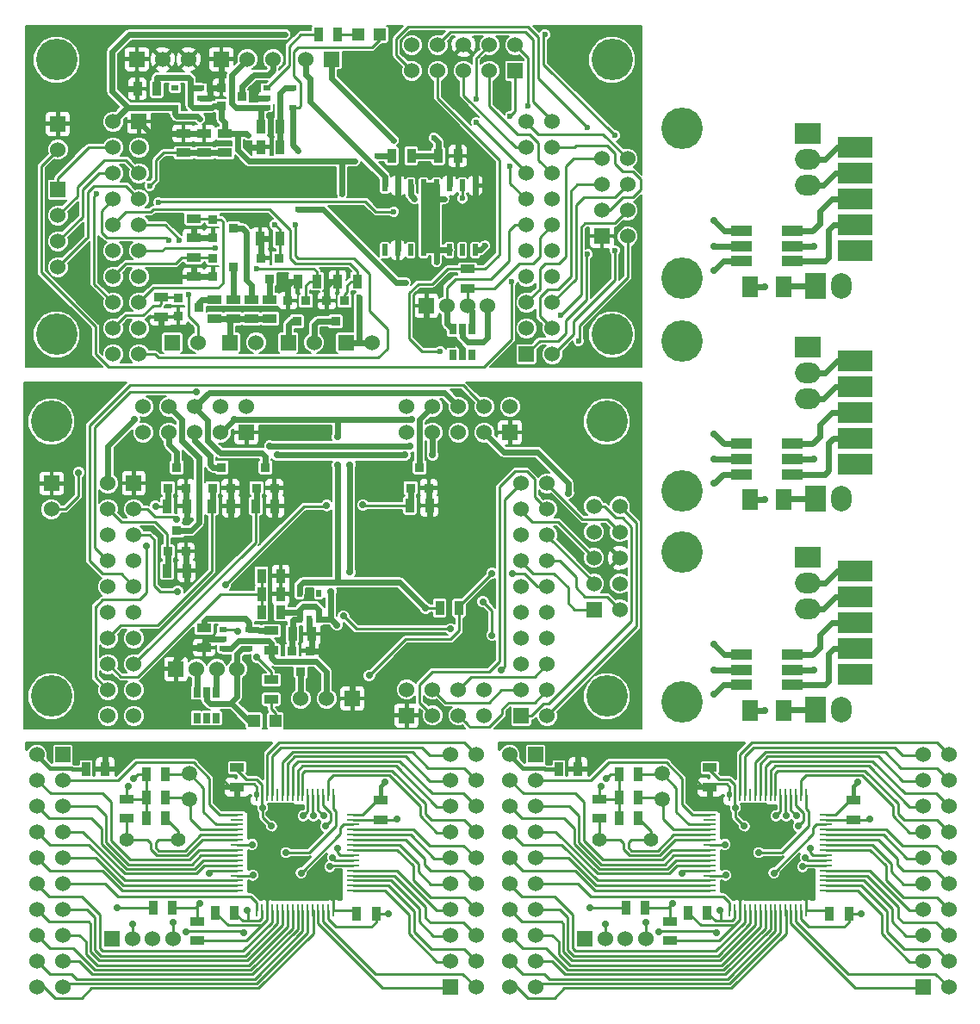
<source format=gtl>
G04 (created by PCBNEW (2013-may-18)-stable) date Вс 24 янв 2016 11:36:20*
%MOIN*%
G04 Gerber Fmt 3.4, Leading zero omitted, Abs format*
%FSLAX34Y34*%
G01*
G70*
G90*
G04 APERTURE LIST*
%ADD10C,0.00590551*%
%ADD11R,0.06X0.08*%
%ADD12R,0.0787402X0.0393701*%
%ADD13R,0.0984252X0.0787402*%
%ADD14O,0.0984252X0.0787402*%
%ADD15R,0.0787402X0.0984252*%
%ADD16O,0.0787402X0.0984252*%
%ADD17C,0.16*%
%ADD18R,0.137795X0.0787402*%
%ADD19R,0.036X0.036*%
%ADD20R,0.02X0.045*%
%ADD21R,0.055X0.035*%
%ADD22R,0.035X0.055*%
%ADD23R,0.06X0.06*%
%ADD24C,0.06*%
%ADD25R,0.03X0.02*%
%ADD26R,0.0276X0.0394*%
%ADD27R,0.0472X0.0472*%
%ADD28R,0.02X0.03*%
%ADD29C,0.056*%
%ADD30C,0.0590551*%
%ADD31R,0.0472X0.01*%
%ADD32R,0.01X0.0472*%
%ADD33C,0.023622*%
%ADD34C,0.0275591*%
%ADD35C,0.023622*%
%ADD36C,0.01*%
%ADD37C,0.015748*%
%ADD38C,0.00787402*%
%ADD39C,0.011811*%
G04 APERTURE END LIST*
G54D10*
G54D11*
X124431Y-51553D03*
X123131Y-51553D03*
G54D12*
X124765Y-50569D03*
X124765Y-49978D03*
X124765Y-49388D03*
X122797Y-49388D03*
X122797Y-49978D03*
X122797Y-50569D03*
G54D13*
X125356Y-45632D03*
G54D14*
X125356Y-46632D03*
X125356Y-47632D03*
G54D15*
X125682Y-51514D03*
G54D16*
X126682Y-51514D03*
G54D17*
X120513Y-51219D03*
X120513Y-45412D03*
G54D18*
X127215Y-48175D03*
X127215Y-49175D03*
X127215Y-50175D03*
X127215Y-47175D03*
X127215Y-46175D03*
X127215Y-40025D03*
X127215Y-41025D03*
X127215Y-42025D03*
X127215Y-39025D03*
X127215Y-38025D03*
G54D17*
X120513Y-37262D03*
X120513Y-43069D03*
G54D15*
X125682Y-43364D03*
G54D16*
X126682Y-43364D03*
G54D13*
X125356Y-37482D03*
G54D14*
X125356Y-38482D03*
X125356Y-39482D03*
G54D12*
X124765Y-42419D03*
X124765Y-41828D03*
X124765Y-41238D03*
X122797Y-41238D03*
X122797Y-41828D03*
X122797Y-42419D03*
G54D11*
X124431Y-43403D03*
X123131Y-43403D03*
G54D19*
X105250Y-35700D03*
X105950Y-35700D03*
X105600Y-36500D03*
X101000Y-36300D03*
X101000Y-35600D03*
X101800Y-35950D03*
X106750Y-35700D03*
X107450Y-35700D03*
X107100Y-36500D03*
X102350Y-33250D03*
X102350Y-32550D03*
X103150Y-32900D03*
X102350Y-34750D03*
X102350Y-34050D03*
X103150Y-34400D03*
X102675Y-28150D03*
X102675Y-27450D03*
X103475Y-27800D03*
G54D20*
X108995Y-31240D03*
X109995Y-31240D03*
X110495Y-31240D03*
X110995Y-31240D03*
X111495Y-31240D03*
X111995Y-31240D03*
X112495Y-31240D03*
X112495Y-33740D03*
X111995Y-33740D03*
X111495Y-33740D03*
X110995Y-33740D03*
X110495Y-33740D03*
X109995Y-33740D03*
X109495Y-33740D03*
X108995Y-33740D03*
X109495Y-31240D03*
G54D21*
X102412Y-35648D03*
X102412Y-36398D03*
X103829Y-35648D03*
X103829Y-36398D03*
X103121Y-35648D03*
X103121Y-36398D03*
G54D22*
X111075Y-30100D03*
X111825Y-30100D03*
G54D21*
X102800Y-29225D03*
X102800Y-29975D03*
X102000Y-29975D03*
X102000Y-29225D03*
G54D23*
X96350Y-31400D03*
G54D24*
X96350Y-32400D03*
X96350Y-33400D03*
X96350Y-34400D03*
G54D23*
X99400Y-26350D03*
G54D24*
X100400Y-26350D03*
X101400Y-26350D03*
G54D23*
X100770Y-37322D03*
G54D24*
X101770Y-37322D03*
G54D23*
X106950Y-26350D03*
G54D24*
X105950Y-26350D03*
G54D23*
X105259Y-37322D03*
G54D24*
X106259Y-37322D03*
G54D23*
X107503Y-37322D03*
G54D24*
X108503Y-37322D03*
G54D23*
X99487Y-28767D03*
G54D24*
X98487Y-28767D03*
X99487Y-29767D03*
X98487Y-29767D03*
X99487Y-30767D03*
X98487Y-30767D03*
X99487Y-31767D03*
X98487Y-31767D03*
X99487Y-32767D03*
X98487Y-32767D03*
X99487Y-33767D03*
X98487Y-33767D03*
X99487Y-34767D03*
X98487Y-34767D03*
X99487Y-35767D03*
X98487Y-35767D03*
X99487Y-36767D03*
X98487Y-36767D03*
X99487Y-37767D03*
X98487Y-37767D03*
G54D23*
X114487Y-37767D03*
G54D24*
X115487Y-37767D03*
X114487Y-36767D03*
X115487Y-36767D03*
X114487Y-35767D03*
X115487Y-35767D03*
X114487Y-34767D03*
X115487Y-34767D03*
X114487Y-33767D03*
X115487Y-33767D03*
X114487Y-32767D03*
X115487Y-32767D03*
X114487Y-31767D03*
X115487Y-31767D03*
X114487Y-30767D03*
X115487Y-30767D03*
X114487Y-29767D03*
X115487Y-29767D03*
X114487Y-28767D03*
X115487Y-28767D03*
G54D25*
X101875Y-28225D03*
X101875Y-27475D03*
X100875Y-28225D03*
X101875Y-27850D03*
X100875Y-27475D03*
G54D19*
X104200Y-34050D03*
X104900Y-34050D03*
X104550Y-34850D03*
G54D26*
X111625Y-36800D03*
X112000Y-36800D03*
X112375Y-36800D03*
X112375Y-37800D03*
X112000Y-37800D03*
X111625Y-37800D03*
G54D25*
X104425Y-27475D03*
X104425Y-28225D03*
X105425Y-27475D03*
X104425Y-27850D03*
X105425Y-28225D03*
G54D22*
X110025Y-30100D03*
X109275Y-30100D03*
G54D21*
X101200Y-29975D03*
X101200Y-29225D03*
X112200Y-35225D03*
X112200Y-34475D03*
G54D22*
X104200Y-28975D03*
X104950Y-28975D03*
X107175Y-25400D03*
X106425Y-25400D03*
X104950Y-29750D03*
X104200Y-29750D03*
G54D21*
X101600Y-34025D03*
X101600Y-34775D03*
G54D22*
X104925Y-33300D03*
X104175Y-33300D03*
G54D21*
X100350Y-35575D03*
X100350Y-36325D03*
X101600Y-32525D03*
X101600Y-33275D03*
X104550Y-35650D03*
X104550Y-36400D03*
G54D22*
X100175Y-27500D03*
X99425Y-27500D03*
G54D23*
X102675Y-26350D03*
G54D24*
X103675Y-26350D03*
X104675Y-26350D03*
G54D23*
X103020Y-37322D03*
G54D24*
X104020Y-37322D03*
G54D27*
X108813Y-25400D03*
X107987Y-25400D03*
G54D23*
X110618Y-35900D03*
G54D24*
X111406Y-35900D03*
X112193Y-35900D03*
X112981Y-35900D03*
G54D23*
X117400Y-33200D03*
G54D24*
X118400Y-33200D03*
X117400Y-32200D03*
X118400Y-32200D03*
X117400Y-31200D03*
X118400Y-31200D03*
X117400Y-30200D03*
X118400Y-30200D03*
G54D17*
X117800Y-26370D03*
X117800Y-37000D03*
G54D22*
X107925Y-34950D03*
X107175Y-34950D03*
X106375Y-34950D03*
X105625Y-34950D03*
G54D17*
X96300Y-37000D03*
X96300Y-26370D03*
G54D23*
X96350Y-28850D03*
G54D24*
X96350Y-29850D03*
G54D23*
X114050Y-26800D03*
G54D24*
X114050Y-25800D03*
X113050Y-26800D03*
X113050Y-25800D03*
X112050Y-26800D03*
X112050Y-25800D03*
X111050Y-26800D03*
X111050Y-25800D03*
X110050Y-26800D03*
X110050Y-25800D03*
G54D23*
X114287Y-51767D03*
G54D24*
X115287Y-51767D03*
X114287Y-50767D03*
X115287Y-50767D03*
X114287Y-49767D03*
X115287Y-49767D03*
X114287Y-48767D03*
X115287Y-48767D03*
X114287Y-47767D03*
X115287Y-47767D03*
X114287Y-46767D03*
X115287Y-46767D03*
X114287Y-45767D03*
X115287Y-45767D03*
X114287Y-44767D03*
X115287Y-44767D03*
X114287Y-43767D03*
X115287Y-43767D03*
X114287Y-42767D03*
X115287Y-42767D03*
G54D23*
X99287Y-42767D03*
G54D24*
X98287Y-42767D03*
X99287Y-43767D03*
X98287Y-43767D03*
X99287Y-44767D03*
X98287Y-44767D03*
X99287Y-45767D03*
X98287Y-45767D03*
X99287Y-46767D03*
X98287Y-46767D03*
X99287Y-47767D03*
X98287Y-47767D03*
X99287Y-48767D03*
X98287Y-48767D03*
X99287Y-49767D03*
X98287Y-49767D03*
X99287Y-50767D03*
X98287Y-50767D03*
X99287Y-51767D03*
X98287Y-51767D03*
G54D19*
X101300Y-45400D03*
X100600Y-45400D03*
X100950Y-44600D03*
X110700Y-42950D03*
X110000Y-42950D03*
X110350Y-42150D03*
X104725Y-42950D03*
X104025Y-42950D03*
X104375Y-42150D03*
X101300Y-42950D03*
X100600Y-42950D03*
X100950Y-42150D03*
X105400Y-49250D03*
X106100Y-49250D03*
X105750Y-50050D03*
X103025Y-42950D03*
X102325Y-42950D03*
X102675Y-42150D03*
G54D26*
X101725Y-50850D03*
X102100Y-50850D03*
X102475Y-50850D03*
X102475Y-51850D03*
X102100Y-51850D03*
X101725Y-51850D03*
G54D28*
X105700Y-48025D03*
X106450Y-48025D03*
X105700Y-47025D03*
X106075Y-48025D03*
X106450Y-47025D03*
G54D25*
X102750Y-48425D03*
X102750Y-49175D03*
X103750Y-48425D03*
X102750Y-48800D03*
X103750Y-49175D03*
G54D22*
X104975Y-47750D03*
X104225Y-47750D03*
X104000Y-43650D03*
X104750Y-43650D03*
X111875Y-47600D03*
X111125Y-47600D03*
G54D21*
X104600Y-49225D03*
X104600Y-48475D03*
X102000Y-49125D03*
X102000Y-48375D03*
X104600Y-51125D03*
X104600Y-50375D03*
G54D22*
X100575Y-43650D03*
X101325Y-43650D03*
X104975Y-46350D03*
X104225Y-46350D03*
X104975Y-47050D03*
X104225Y-47050D03*
X102300Y-43650D03*
X103050Y-43650D03*
X105425Y-48600D03*
X106175Y-48600D03*
X100575Y-46150D03*
X101325Y-46150D03*
G54D23*
X109850Y-51750D03*
G54D24*
X109850Y-50750D03*
X110850Y-51750D03*
X110850Y-50750D03*
X111850Y-51750D03*
X111850Y-50750D03*
X112850Y-51750D03*
X112850Y-50750D03*
G54D23*
X107750Y-51100D03*
G54D24*
X106750Y-51100D03*
X105750Y-51100D03*
G54D23*
X96100Y-42775D03*
G54D24*
X96100Y-43775D03*
G54D27*
X103937Y-51950D03*
X104763Y-51950D03*
G54D23*
X100918Y-49950D03*
G54D24*
X101706Y-49950D03*
X102493Y-49950D03*
X103281Y-49950D03*
G54D23*
X103650Y-40800D03*
G54D24*
X103650Y-39800D03*
X102650Y-40800D03*
X102650Y-39800D03*
X101650Y-40800D03*
X101650Y-39800D03*
X100650Y-40800D03*
X100650Y-39800D03*
X99650Y-40800D03*
X99650Y-39800D03*
G54D23*
X113850Y-40800D03*
G54D24*
X113850Y-39800D03*
X112850Y-40800D03*
X112850Y-39800D03*
X111850Y-40800D03*
X111850Y-39800D03*
X110850Y-40800D03*
X110850Y-39800D03*
X109850Y-40800D03*
X109850Y-39800D03*
G54D23*
X117100Y-47650D03*
G54D24*
X118100Y-47650D03*
X117100Y-46650D03*
X118100Y-46650D03*
X117100Y-45650D03*
X118100Y-45650D03*
X117100Y-44650D03*
X118100Y-44650D03*
X117100Y-43650D03*
X118100Y-43650D03*
G54D17*
X96100Y-51000D03*
X96100Y-40370D03*
X117600Y-40370D03*
X117600Y-51000D03*
G54D22*
X109975Y-43625D03*
X110725Y-43625D03*
X100785Y-59200D03*
X100035Y-59200D03*
X99756Y-54933D03*
X100506Y-54933D03*
X99756Y-54027D03*
X100506Y-54027D03*
G54D21*
X98990Y-54991D03*
X98990Y-55741D03*
G54D22*
X99756Y-55720D03*
X100506Y-55720D03*
G54D21*
X103281Y-54520D03*
X103281Y-53770D03*
G54D22*
X107906Y-59421D03*
X108656Y-59421D03*
X102434Y-59381D03*
X103184Y-59381D03*
G54D21*
X108832Y-55030D03*
X108832Y-55780D03*
G54D23*
X98438Y-60405D03*
G54D24*
X99226Y-60405D03*
X100013Y-60405D03*
X100801Y-60405D03*
G54D29*
X99013Y-56547D03*
X101013Y-56547D03*
G54D23*
X96537Y-53267D03*
G54D24*
X95537Y-53267D03*
X96537Y-54267D03*
X95537Y-54267D03*
X96537Y-55267D03*
X95537Y-55267D03*
X96537Y-56267D03*
X95537Y-56267D03*
X96537Y-57267D03*
X95537Y-57267D03*
X96537Y-58267D03*
X95537Y-58267D03*
X96537Y-59267D03*
X95537Y-59267D03*
X96537Y-60267D03*
X95537Y-60267D03*
X96537Y-61267D03*
X95537Y-61267D03*
X96537Y-62267D03*
X95537Y-62267D03*
G54D23*
X111537Y-62267D03*
G54D24*
X112537Y-62267D03*
X111537Y-61267D03*
X112537Y-61267D03*
X111537Y-60267D03*
X112537Y-60267D03*
X111537Y-59267D03*
X112537Y-59267D03*
X111537Y-58267D03*
X112537Y-58267D03*
X111537Y-57267D03*
X112537Y-57267D03*
X111537Y-56267D03*
X112537Y-56267D03*
X111537Y-55267D03*
X112537Y-55267D03*
X111537Y-54267D03*
X112537Y-54267D03*
X111537Y-53267D03*
X112537Y-53267D03*
G54D22*
X97434Y-53830D03*
X98184Y-53830D03*
G54D30*
X101431Y-54000D03*
X101431Y-55000D03*
G54D21*
X101750Y-59725D03*
X101750Y-60475D03*
G54D31*
X103281Y-55583D03*
X103281Y-55780D03*
X103281Y-55977D03*
X103281Y-56174D03*
X103281Y-56371D03*
X103281Y-56567D03*
X103281Y-56764D03*
X103281Y-56961D03*
X103281Y-57157D03*
X103281Y-57354D03*
X103281Y-57551D03*
X103281Y-57747D03*
X103281Y-57944D03*
X103281Y-58141D03*
X103281Y-58338D03*
X103281Y-58535D03*
G54D32*
X104049Y-59303D03*
X104246Y-59303D03*
X104443Y-59303D03*
X104640Y-59303D03*
X104837Y-59303D03*
X105033Y-59303D03*
X105230Y-59303D03*
X105427Y-59303D03*
X105623Y-59303D03*
X105820Y-59303D03*
X106017Y-59303D03*
X106213Y-59303D03*
X106410Y-59303D03*
X106607Y-59303D03*
X106804Y-59303D03*
X107001Y-59303D03*
G54D31*
X107769Y-58535D03*
X107769Y-58338D03*
X107769Y-58141D03*
X107769Y-57944D03*
X107769Y-57747D03*
X107769Y-57551D03*
X107769Y-57354D03*
X107769Y-57157D03*
X107769Y-56961D03*
X107769Y-56764D03*
X107769Y-56567D03*
X107769Y-56371D03*
X107769Y-56174D03*
X107769Y-55977D03*
X107769Y-55780D03*
X107769Y-55583D03*
G54D32*
X107001Y-54815D03*
X106804Y-54815D03*
X106607Y-54815D03*
X106410Y-54815D03*
X106213Y-54815D03*
X106017Y-54815D03*
X105820Y-54815D03*
X105623Y-54815D03*
X105427Y-54815D03*
X105230Y-54815D03*
X105033Y-54815D03*
X104837Y-54815D03*
X104640Y-54815D03*
X104443Y-54815D03*
X104246Y-54815D03*
X104049Y-54815D03*
G54D22*
X119085Y-59200D03*
X118335Y-59200D03*
X118056Y-54933D03*
X118806Y-54933D03*
X118056Y-54027D03*
X118806Y-54027D03*
G54D21*
X117290Y-54991D03*
X117290Y-55741D03*
G54D22*
X118056Y-55720D03*
X118806Y-55720D03*
G54D21*
X121581Y-54520D03*
X121581Y-53770D03*
G54D22*
X126206Y-59421D03*
X126956Y-59421D03*
X120734Y-59381D03*
X121484Y-59381D03*
G54D21*
X127132Y-55030D03*
X127132Y-55780D03*
G54D23*
X116738Y-60405D03*
G54D24*
X117526Y-60405D03*
X118313Y-60405D03*
X119101Y-60405D03*
G54D29*
X117313Y-56547D03*
X119313Y-56547D03*
G54D23*
X114837Y-53267D03*
G54D24*
X113837Y-53267D03*
X114837Y-54267D03*
X113837Y-54267D03*
X114837Y-55267D03*
X113837Y-55267D03*
X114837Y-56267D03*
X113837Y-56267D03*
X114837Y-57267D03*
X113837Y-57267D03*
X114837Y-58267D03*
X113837Y-58267D03*
X114837Y-59267D03*
X113837Y-59267D03*
X114837Y-60267D03*
X113837Y-60267D03*
X114837Y-61267D03*
X113837Y-61267D03*
X114837Y-62267D03*
X113837Y-62267D03*
G54D23*
X129837Y-62267D03*
G54D24*
X130837Y-62267D03*
X129837Y-61267D03*
X130837Y-61267D03*
X129837Y-60267D03*
X130837Y-60267D03*
X129837Y-59267D03*
X130837Y-59267D03*
X129837Y-58267D03*
X130837Y-58267D03*
X129837Y-57267D03*
X130837Y-57267D03*
X129837Y-56267D03*
X130837Y-56267D03*
X129837Y-55267D03*
X130837Y-55267D03*
X129837Y-54267D03*
X130837Y-54267D03*
X129837Y-53267D03*
X130837Y-53267D03*
G54D22*
X115734Y-53830D03*
X116484Y-53830D03*
G54D30*
X119731Y-54000D03*
X119731Y-55000D03*
G54D21*
X120050Y-59725D03*
X120050Y-60475D03*
G54D31*
X121581Y-55583D03*
X121581Y-55780D03*
X121581Y-55977D03*
X121581Y-56174D03*
X121581Y-56371D03*
X121581Y-56567D03*
X121581Y-56764D03*
X121581Y-56961D03*
X121581Y-57157D03*
X121581Y-57354D03*
X121581Y-57551D03*
X121581Y-57747D03*
X121581Y-57944D03*
X121581Y-58141D03*
X121581Y-58338D03*
X121581Y-58535D03*
G54D32*
X122349Y-59303D03*
X122546Y-59303D03*
X122743Y-59303D03*
X122940Y-59303D03*
X123137Y-59303D03*
X123333Y-59303D03*
X123530Y-59303D03*
X123727Y-59303D03*
X123923Y-59303D03*
X124120Y-59303D03*
X124317Y-59303D03*
X124513Y-59303D03*
X124710Y-59303D03*
X124907Y-59303D03*
X125104Y-59303D03*
X125301Y-59303D03*
G54D31*
X126069Y-58535D03*
X126069Y-58338D03*
X126069Y-58141D03*
X126069Y-57944D03*
X126069Y-57747D03*
X126069Y-57551D03*
X126069Y-57354D03*
X126069Y-57157D03*
X126069Y-56961D03*
X126069Y-56764D03*
X126069Y-56567D03*
X126069Y-56371D03*
X126069Y-56174D03*
X126069Y-55977D03*
X126069Y-55780D03*
X126069Y-55583D03*
G54D32*
X125301Y-54815D03*
X125104Y-54815D03*
X124907Y-54815D03*
X124710Y-54815D03*
X124513Y-54815D03*
X124317Y-54815D03*
X124120Y-54815D03*
X123923Y-54815D03*
X123727Y-54815D03*
X123530Y-54815D03*
X123333Y-54815D03*
X123137Y-54815D03*
X122940Y-54815D03*
X122743Y-54815D03*
X122546Y-54815D03*
X122349Y-54815D03*
G54D11*
X124431Y-35153D03*
X123131Y-35153D03*
G54D12*
X124765Y-34169D03*
X124765Y-33578D03*
X124765Y-32988D03*
X122797Y-32988D03*
X122797Y-33578D03*
X122797Y-34169D03*
G54D13*
X125356Y-29232D03*
G54D14*
X125356Y-30232D03*
X125356Y-31232D03*
G54D15*
X125682Y-35114D03*
G54D16*
X126682Y-35114D03*
G54D17*
X120513Y-34819D03*
X120513Y-29012D03*
G54D18*
X127215Y-31775D03*
X127215Y-32775D03*
X127215Y-33775D03*
X127215Y-30775D03*
X127215Y-29775D03*
G54D33*
X116500Y-37250D03*
X111150Y-37650D03*
X105150Y-25400D03*
X101850Y-28650D03*
G54D34*
X103175Y-40300D03*
X99300Y-40300D03*
X116100Y-43150D03*
X107175Y-42050D03*
X107175Y-40975D03*
X110575Y-47600D03*
X110025Y-40300D03*
X108990Y-54342D03*
X102651Y-53003D03*
X127290Y-54342D03*
X120951Y-53003D03*
X123702Y-51553D03*
X123702Y-43403D03*
X100950Y-44175D03*
X123702Y-35153D03*
G54D33*
X113540Y-26300D03*
X115780Y-26300D03*
X118540Y-27920D03*
X97780Y-26140D03*
X108160Y-27000D03*
X105100Y-31100D03*
X101880Y-31240D03*
X106660Y-31100D03*
X118340Y-35700D03*
X116320Y-37840D03*
X100350Y-36750D03*
X98950Y-27500D03*
X106750Y-35350D03*
X105250Y-35300D03*
X104550Y-33300D03*
X101600Y-32900D03*
X101600Y-34400D03*
X103700Y-29750D03*
X111950Y-29400D03*
X109000Y-31800D03*
X112600Y-31750D03*
X103950Y-27825D03*
G54D34*
X110750Y-44150D03*
X105375Y-47050D03*
X101325Y-46650D03*
X104750Y-44150D03*
X103050Y-44150D03*
X101325Y-44150D03*
X98650Y-59200D03*
X102218Y-57846D03*
X103675Y-59303D03*
X109147Y-59421D03*
X109462Y-55759D03*
X99068Y-54500D03*
X99265Y-54185D03*
X104620Y-56035D03*
X104265Y-55326D03*
X116950Y-59200D03*
X120518Y-57846D03*
X121975Y-59303D03*
X127447Y-59421D03*
X127762Y-55759D03*
X117368Y-54500D03*
X117565Y-54185D03*
X122920Y-56035D03*
X122565Y-55326D03*
G54D33*
X105550Y-32750D03*
X104750Y-32750D03*
G54D34*
X110850Y-41675D03*
X109775Y-41675D03*
X104825Y-41675D03*
G54D33*
X100625Y-33350D03*
G54D34*
X125592Y-49978D03*
X125592Y-41828D03*
G54D33*
X101400Y-35475D03*
X101050Y-33375D03*
G54D34*
X125592Y-33578D03*
X99775Y-45200D03*
X100125Y-43650D03*
X113500Y-50000D03*
G54D33*
X105650Y-29900D03*
X105650Y-32150D03*
X109800Y-35000D03*
G54D34*
X111550Y-48400D03*
X107400Y-47900D03*
X106864Y-57610D03*
X125164Y-57610D03*
X108400Y-50200D03*
X113950Y-46250D03*
X113150Y-46250D03*
G54D33*
X112550Y-28800D03*
X112550Y-27900D03*
X114550Y-28150D03*
G54D34*
X104050Y-49500D03*
X103300Y-48500D03*
G54D33*
X113850Y-28550D03*
X113850Y-30500D03*
G54D34*
X106750Y-43625D03*
X102825Y-46700D03*
X100975Y-46950D03*
X108150Y-43600D03*
X113150Y-48650D03*
X112800Y-47350D03*
X97150Y-42350D03*
G54D33*
X102450Y-33650D03*
X104025Y-34450D03*
X113900Y-34950D03*
X116850Y-29000D03*
X116850Y-33900D03*
X115200Y-25400D03*
X117900Y-29300D03*
X117900Y-33750D03*
G54D34*
X103872Y-56744D03*
X99226Y-59814D03*
X122172Y-56744D03*
X117526Y-59814D03*
G54D33*
X110900Y-29400D03*
X111300Y-31750D03*
X111001Y-34202D03*
G54D34*
X105761Y-57846D03*
X101290Y-60120D03*
X103530Y-60160D03*
X124061Y-57846D03*
X119590Y-60120D03*
X121830Y-60160D03*
X121734Y-50923D03*
X121734Y-42773D03*
X121734Y-34523D03*
G54D33*
X112871Y-33572D03*
X112005Y-31742D03*
X109350Y-29500D03*
X110150Y-31750D03*
G54D34*
X105171Y-57059D03*
X100801Y-59775D03*
X123471Y-57059D03*
X119101Y-59775D03*
G54D33*
X115800Y-36250D03*
G54D34*
X103890Y-57940D03*
X101830Y-59020D03*
X122190Y-57940D03*
X120130Y-59020D03*
X121734Y-49978D03*
X121734Y-41828D03*
X121734Y-33578D03*
X105840Y-55641D03*
X124140Y-55641D03*
X106234Y-55641D03*
X124534Y-55641D03*
X106706Y-56035D03*
X125006Y-56035D03*
X106982Y-57255D03*
X125282Y-57255D03*
X107179Y-56901D03*
X125479Y-56901D03*
X106627Y-55641D03*
X124927Y-55641D03*
X121734Y-48994D03*
X121734Y-40844D03*
X101700Y-39225D03*
X121734Y-32594D03*
G54D33*
X99900Y-31250D03*
X97850Y-31550D03*
G54D34*
X109975Y-41325D03*
X104550Y-41325D03*
G54D33*
X109350Y-32250D03*
X100250Y-31900D03*
X108000Y-35550D03*
X107350Y-31550D03*
X107850Y-30300D03*
X108700Y-30100D03*
X103700Y-29300D03*
G54D34*
X106900Y-46950D03*
X107650Y-46200D03*
X107650Y-42050D03*
X107150Y-48250D03*
G54D35*
X127167Y-47167D02*
X126434Y-47167D01*
X126434Y-47167D02*
X125970Y-47632D01*
X125970Y-47632D02*
X125356Y-47632D01*
X125970Y-39482D02*
X125356Y-39482D01*
X126434Y-39017D02*
X125970Y-39482D01*
X127167Y-39017D02*
X126434Y-39017D01*
G54D36*
X111425Y-34475D02*
X110850Y-35050D01*
X110850Y-35050D02*
X110300Y-35050D01*
X110300Y-35050D02*
X109950Y-35400D01*
X109950Y-35400D02*
X109950Y-37150D01*
X109950Y-37150D02*
X110450Y-37650D01*
X110450Y-37650D02*
X111150Y-37650D01*
X112200Y-34475D02*
X111425Y-34475D01*
X118400Y-34800D02*
X118400Y-33200D01*
X116550Y-36650D02*
X118400Y-34800D01*
X116550Y-37200D02*
X116550Y-36650D01*
X116500Y-37250D02*
X116550Y-37200D01*
X111050Y-26800D02*
X111050Y-27850D01*
X112875Y-34475D02*
X112200Y-34475D01*
X113450Y-33900D02*
X113400Y-33950D01*
X113400Y-33950D02*
X112875Y-34475D01*
X113450Y-30250D02*
X113450Y-33900D01*
X111050Y-27850D02*
X113450Y-30250D01*
G54D35*
X98450Y-27600D02*
X99075Y-28225D01*
X98450Y-26050D02*
X98450Y-27600D01*
X99100Y-25400D02*
X98450Y-26050D01*
X99500Y-25400D02*
X99100Y-25400D01*
X105150Y-25400D02*
X99500Y-25400D01*
X100875Y-28475D02*
X100875Y-28225D01*
X100950Y-28550D02*
X100875Y-28475D01*
X101750Y-28550D02*
X100950Y-28550D01*
X101850Y-28650D02*
X101750Y-28550D01*
X100875Y-28225D02*
X99075Y-28225D01*
X99075Y-28225D02*
X99030Y-28225D01*
X99030Y-28225D02*
X98487Y-28767D01*
X103200Y-40300D02*
X103175Y-40300D01*
X98287Y-41312D02*
X98287Y-42767D01*
X99300Y-40300D02*
X98287Y-41312D01*
X113600Y-41550D02*
X112850Y-40800D01*
X114900Y-41550D02*
X113600Y-41550D01*
X116100Y-42750D02*
X114900Y-41550D01*
X116100Y-43150D02*
X116100Y-42750D01*
G54D36*
X110575Y-47600D02*
X111125Y-47600D01*
G54D35*
X107175Y-46475D02*
X107175Y-46600D01*
X107175Y-46500D02*
X107175Y-46600D01*
X107175Y-46600D02*
X107175Y-46500D01*
X107175Y-45900D02*
X107175Y-46475D01*
X107175Y-42050D02*
X107175Y-45900D01*
X107175Y-40300D02*
X107175Y-40975D01*
X107175Y-46600D02*
X109575Y-46600D01*
X107175Y-40300D02*
X110025Y-40300D01*
X105700Y-47025D02*
X105700Y-46725D01*
X105700Y-46725D02*
X105825Y-46600D01*
X105825Y-46600D02*
X107175Y-46600D01*
X109575Y-46600D02*
X110575Y-47600D01*
X102650Y-40800D02*
X102675Y-40800D01*
X103200Y-40300D02*
X107175Y-40300D01*
X102675Y-40800D02*
X103175Y-40300D01*
G54D36*
X104221Y-59875D02*
X102927Y-59875D01*
X102927Y-59875D02*
X102434Y-59381D01*
X104221Y-59875D02*
X104274Y-59823D01*
X101750Y-60475D02*
X103622Y-60475D01*
X104443Y-59653D02*
X104274Y-59823D01*
X104274Y-59823D02*
X104221Y-59875D01*
X104443Y-59653D02*
X104443Y-59303D01*
X103622Y-60475D02*
X104221Y-59875D01*
G54D37*
X98184Y-53830D02*
X98184Y-53122D01*
X102651Y-53003D02*
X99265Y-53003D01*
X99147Y-53122D02*
X98184Y-53122D01*
X99265Y-53003D02*
X99147Y-53122D01*
X108832Y-55030D02*
X108832Y-54500D01*
X108832Y-54500D02*
X108990Y-54342D01*
G54D36*
X107001Y-59303D02*
X107001Y-58771D01*
X107001Y-58771D02*
X106982Y-58751D01*
X103281Y-54520D02*
X103026Y-54520D01*
X102651Y-54145D02*
X102651Y-53003D01*
X103026Y-54520D02*
X102651Y-54145D01*
X103399Y-54403D02*
X103281Y-54520D01*
X103932Y-54403D02*
X103399Y-54403D01*
X107001Y-59303D02*
X107788Y-59303D01*
X107788Y-59303D02*
X107906Y-59421D01*
X107769Y-55583D02*
X108143Y-55583D01*
X108695Y-55030D02*
X108832Y-55030D01*
X108143Y-55583D02*
X108695Y-55030D01*
X104049Y-54815D02*
X104049Y-54520D01*
X104049Y-54520D02*
X103932Y-54403D01*
X104443Y-59303D02*
X104443Y-58732D01*
X104443Y-58732D02*
X104423Y-58712D01*
X122521Y-59875D02*
X121227Y-59875D01*
X121227Y-59875D02*
X120734Y-59381D01*
X122521Y-59875D02*
X122574Y-59823D01*
X120050Y-60475D02*
X121922Y-60475D01*
X122743Y-59653D02*
X122574Y-59823D01*
X122574Y-59823D02*
X122521Y-59875D01*
X122743Y-59653D02*
X122743Y-59303D01*
X121922Y-60475D02*
X122521Y-59875D01*
G54D37*
X116484Y-53830D02*
X116484Y-53122D01*
X120951Y-53003D02*
X117565Y-53003D01*
X117447Y-53122D02*
X116484Y-53122D01*
X117565Y-53003D02*
X117447Y-53122D01*
X127132Y-55030D02*
X127132Y-54500D01*
X127132Y-54500D02*
X127290Y-54342D01*
G54D36*
X125301Y-59303D02*
X125301Y-58771D01*
X125301Y-58771D02*
X125282Y-58751D01*
X121581Y-54520D02*
X121326Y-54520D01*
X120951Y-54145D02*
X120951Y-53003D01*
X121326Y-54520D02*
X120951Y-54145D01*
X121699Y-54403D02*
X121581Y-54520D01*
X122232Y-54403D02*
X121699Y-54403D01*
X125301Y-59303D02*
X126088Y-59303D01*
X126088Y-59303D02*
X126206Y-59421D01*
X126069Y-55583D02*
X126443Y-55583D01*
X126995Y-55030D02*
X127132Y-55030D01*
X126443Y-55583D02*
X126995Y-55030D01*
X122349Y-54815D02*
X122349Y-54520D01*
X122349Y-54520D02*
X122232Y-54403D01*
X122743Y-59303D02*
X122743Y-58732D01*
X122743Y-58732D02*
X122723Y-58712D01*
G54D35*
X127167Y-30767D02*
X126434Y-30767D01*
X126434Y-30767D02*
X125970Y-31232D01*
X125970Y-31232D02*
X125356Y-31232D01*
X123131Y-51553D02*
X123702Y-51553D01*
X123131Y-43403D02*
X123702Y-43403D01*
G54D36*
X99287Y-43767D02*
X99792Y-43767D01*
X100850Y-44075D02*
X100950Y-44175D01*
X100100Y-44075D02*
X100850Y-44075D01*
X99792Y-43767D02*
X100100Y-44075D01*
G54D35*
X123131Y-35153D02*
X123702Y-35153D01*
X127167Y-46167D02*
X126489Y-46167D01*
X126489Y-46167D02*
X126025Y-46632D01*
X126025Y-46632D02*
X125356Y-46632D01*
X126025Y-38482D02*
X125356Y-38482D01*
X126489Y-38017D02*
X126025Y-38482D01*
X127167Y-38017D02*
X126489Y-38017D01*
G54D36*
X115780Y-26300D02*
X115780Y-26360D01*
X117340Y-27920D02*
X118540Y-27920D01*
X115780Y-26360D02*
X117340Y-27920D01*
X106660Y-31100D02*
X105100Y-31100D01*
X118340Y-35700D02*
X118340Y-35800D01*
X117840Y-33200D02*
X117960Y-33080D01*
X117960Y-33080D02*
X117960Y-33020D01*
X117960Y-33020D02*
X118260Y-32720D01*
X118260Y-32720D02*
X118700Y-32720D01*
X118700Y-32720D02*
X118880Y-32900D01*
X118880Y-32900D02*
X118880Y-35160D01*
X118880Y-35160D02*
X118340Y-35700D01*
X117400Y-33200D02*
X117840Y-33200D01*
X116540Y-38060D02*
X116320Y-37840D01*
X118460Y-38060D02*
X116540Y-38060D01*
X118880Y-37640D02*
X118460Y-38060D01*
X118880Y-36340D02*
X118880Y-37640D01*
X118340Y-35800D02*
X118880Y-36340D01*
G54D35*
X100350Y-36325D02*
X100350Y-36750D01*
X109495Y-33740D02*
X109495Y-33154D01*
X109800Y-31959D02*
X109495Y-31654D01*
X109800Y-32850D02*
X109800Y-31959D01*
X109495Y-33154D02*
X109800Y-32850D01*
X99425Y-27500D02*
X98950Y-27500D01*
X106750Y-35700D02*
X106750Y-35350D01*
X106750Y-35350D02*
X106750Y-35125D01*
X106750Y-35125D02*
X106925Y-34950D01*
X106925Y-34950D02*
X107175Y-34950D01*
X105250Y-35700D02*
X105250Y-35300D01*
X105250Y-35300D02*
X105250Y-35100D01*
X105250Y-35100D02*
X105400Y-34950D01*
X105400Y-34950D02*
X105625Y-34950D01*
X104175Y-33300D02*
X104550Y-33300D01*
X104200Y-34050D02*
X104200Y-33325D01*
X104200Y-33325D02*
X104175Y-33300D01*
X101600Y-33275D02*
X101600Y-32900D01*
X102350Y-33250D02*
X101625Y-33250D01*
X101625Y-33250D02*
X101600Y-33275D01*
X101600Y-34775D02*
X101600Y-34400D01*
X102350Y-34750D02*
X101625Y-34750D01*
X101625Y-34750D02*
X101600Y-34775D01*
X104200Y-29750D02*
X103700Y-29750D01*
X111825Y-30100D02*
X111825Y-29525D01*
X111825Y-29525D02*
X111950Y-29400D01*
X109495Y-31654D02*
X109495Y-31240D01*
X109350Y-31800D02*
X109495Y-31654D01*
X109000Y-31800D02*
X109350Y-31800D01*
X112495Y-31645D02*
X112495Y-31240D01*
X112600Y-31750D02*
X112495Y-31645D01*
X109495Y-31240D02*
X109495Y-30854D01*
X109650Y-30700D02*
X111650Y-30700D01*
X109495Y-30854D02*
X109650Y-30700D01*
X111495Y-31240D02*
X111495Y-30854D01*
X112495Y-30845D02*
X112495Y-31240D01*
X112350Y-30700D02*
X112495Y-30845D01*
X111650Y-30700D02*
X112350Y-30700D01*
X111495Y-30854D02*
X111650Y-30700D01*
X101200Y-29225D02*
X99944Y-29225D01*
X99944Y-29225D02*
X99487Y-28767D01*
X101200Y-29225D02*
X102000Y-29225D01*
X101875Y-27850D02*
X102150Y-27850D01*
X102325Y-27450D02*
X102675Y-27450D01*
X102225Y-27550D02*
X102325Y-27450D01*
X102225Y-27775D02*
X102225Y-27550D01*
X102150Y-27850D02*
X102225Y-27775D01*
X104425Y-27850D02*
X103975Y-27850D01*
X103975Y-27850D02*
X103950Y-27825D01*
X102675Y-26350D02*
X102675Y-27450D01*
G54D36*
X106925Y-34950D02*
X107175Y-34950D01*
X106750Y-35125D02*
X106925Y-34950D01*
X105400Y-34950D02*
X105625Y-34950D01*
X105250Y-35100D02*
X105400Y-34950D01*
X100350Y-36325D02*
X100975Y-36325D01*
X100975Y-36325D02*
X101000Y-36300D01*
G54D35*
X112000Y-37800D02*
X112000Y-37545D01*
X110618Y-37118D02*
X110618Y-35900D01*
X110800Y-37300D02*
X110618Y-37118D01*
X111754Y-37300D02*
X110800Y-37300D01*
X112000Y-37545D02*
X111754Y-37300D01*
X110725Y-43625D02*
X110725Y-44125D01*
X110725Y-44125D02*
X110750Y-44150D01*
G54D36*
X104975Y-47050D02*
X105375Y-47050D01*
G54D35*
X106075Y-48025D02*
X106075Y-48500D01*
X106075Y-48500D02*
X106175Y-48600D01*
X107750Y-51100D02*
X107750Y-50650D01*
G54D36*
X104975Y-46350D02*
X104975Y-47050D01*
G54D35*
X106175Y-48600D02*
X106175Y-49175D01*
X106175Y-49175D02*
X106100Y-49250D01*
X110700Y-42950D02*
X110700Y-43600D01*
X110700Y-43600D02*
X110725Y-43625D01*
X101325Y-46150D02*
X101325Y-46650D01*
X104750Y-43650D02*
X104750Y-44150D01*
X103050Y-43650D02*
X103050Y-44150D01*
X101325Y-43650D02*
X101325Y-44150D01*
X101300Y-45400D02*
X101300Y-46125D01*
X101300Y-46125D02*
X101325Y-46150D01*
X104725Y-42950D02*
X104725Y-43625D01*
X104725Y-43625D02*
X104750Y-43650D01*
X103025Y-42950D02*
X103025Y-43625D01*
X103025Y-43625D02*
X103050Y-43650D01*
X101300Y-42950D02*
X101300Y-43625D01*
X101300Y-43625D02*
X101325Y-43650D01*
X100918Y-49950D02*
X100918Y-49631D01*
X101425Y-49125D02*
X102000Y-49125D01*
X100918Y-49631D02*
X101425Y-49125D01*
X107750Y-50850D02*
X107750Y-50650D01*
X107750Y-50650D02*
X107750Y-50400D01*
X106600Y-49250D02*
X106100Y-49250D01*
X107750Y-50400D02*
X106600Y-49250D01*
X102750Y-48800D02*
X102150Y-48800D01*
X102000Y-48950D02*
X102000Y-49125D01*
X102150Y-48800D02*
X102000Y-48950D01*
G54D36*
X100035Y-59200D02*
X98650Y-59200D01*
X103714Y-59696D02*
X103714Y-59342D01*
X103714Y-59342D02*
X103675Y-59303D01*
X104246Y-59303D02*
X104246Y-59597D01*
X104147Y-59696D02*
X103714Y-59696D01*
X104246Y-59597D02*
X104147Y-59696D01*
X106804Y-59303D02*
X106804Y-59637D01*
X106804Y-59637D02*
X107100Y-59933D01*
X103281Y-57747D02*
X102317Y-57747D01*
X102317Y-57747D02*
X102218Y-57846D01*
X108656Y-59421D02*
X109147Y-59421D01*
X108832Y-55780D02*
X109441Y-55780D01*
X109441Y-55780D02*
X109462Y-55759D01*
X103281Y-53870D02*
X103281Y-53770D01*
X103635Y-54224D02*
X103281Y-53870D01*
X104029Y-54224D02*
X103635Y-54224D01*
X98990Y-54991D02*
X98990Y-54578D01*
X98990Y-54578D02*
X99068Y-54500D01*
X99756Y-54027D02*
X99423Y-54027D01*
X99423Y-54027D02*
X99265Y-54185D01*
X103499Y-59696D02*
X103184Y-59381D01*
X103714Y-59696D02*
X103499Y-59696D01*
X108656Y-59754D02*
X108656Y-59421D01*
X108478Y-59933D02*
X108656Y-59754D01*
X107100Y-59933D02*
X108478Y-59933D01*
X107769Y-55780D02*
X108832Y-55780D01*
X108832Y-55780D02*
X108832Y-55780D01*
X99756Y-54933D02*
X99756Y-54027D01*
X99756Y-55720D02*
X99756Y-54933D01*
X98990Y-54991D02*
X99698Y-54991D01*
X99698Y-54991D02*
X99756Y-54933D01*
X104246Y-54815D02*
X104246Y-54441D01*
X104246Y-54441D02*
X104029Y-54224D01*
X104265Y-55326D02*
X104265Y-55681D01*
X104265Y-55681D02*
X104620Y-56035D01*
X104246Y-55307D02*
X104246Y-54815D01*
X104265Y-55326D02*
X104246Y-55307D01*
X118335Y-59200D02*
X116950Y-59200D01*
X122014Y-59696D02*
X122014Y-59342D01*
X122014Y-59342D02*
X121975Y-59303D01*
X122546Y-59303D02*
X122546Y-59597D01*
X122447Y-59696D02*
X122014Y-59696D01*
X122546Y-59597D02*
X122447Y-59696D01*
X125104Y-59303D02*
X125104Y-59637D01*
X125104Y-59637D02*
X125400Y-59933D01*
X121581Y-57747D02*
X120617Y-57747D01*
X120617Y-57747D02*
X120518Y-57846D01*
X126956Y-59421D02*
X127447Y-59421D01*
X127132Y-55780D02*
X127741Y-55780D01*
X127741Y-55780D02*
X127762Y-55759D01*
X121581Y-53870D02*
X121581Y-53770D01*
X121935Y-54224D02*
X121581Y-53870D01*
X122329Y-54224D02*
X121935Y-54224D01*
X117290Y-54991D02*
X117290Y-54578D01*
X117290Y-54578D02*
X117368Y-54500D01*
X118056Y-54027D02*
X117723Y-54027D01*
X117723Y-54027D02*
X117565Y-54185D01*
X121799Y-59696D02*
X121484Y-59381D01*
X122014Y-59696D02*
X121799Y-59696D01*
X126956Y-59754D02*
X126956Y-59421D01*
X126778Y-59933D02*
X126956Y-59754D01*
X125400Y-59933D02*
X126778Y-59933D01*
X126069Y-55780D02*
X127132Y-55780D01*
X127132Y-55780D02*
X127132Y-55780D01*
X118056Y-54933D02*
X118056Y-54027D01*
X118056Y-55720D02*
X118056Y-54933D01*
X117290Y-54991D02*
X117998Y-54991D01*
X117998Y-54991D02*
X118056Y-54933D01*
X122546Y-54815D02*
X122546Y-54441D01*
X122546Y-54441D02*
X122329Y-54224D01*
X122565Y-55326D02*
X122565Y-55681D01*
X122565Y-55681D02*
X122920Y-56035D01*
X122546Y-55307D02*
X122546Y-54815D01*
X122565Y-55326D02*
X122546Y-55307D01*
G54D35*
X127167Y-29767D02*
X126489Y-29767D01*
X126489Y-29767D02*
X126025Y-30232D01*
X126025Y-30232D02*
X125356Y-30232D01*
G54D36*
X104925Y-33300D02*
X104925Y-32925D01*
X100117Y-37767D02*
X99487Y-37767D01*
X100250Y-37900D02*
X100117Y-37767D01*
X108750Y-37900D02*
X100250Y-37900D01*
X109100Y-37550D02*
X108750Y-37900D01*
X109100Y-36800D02*
X109100Y-37550D01*
X108400Y-36100D02*
X109100Y-36800D01*
X108400Y-34650D02*
X108400Y-36100D01*
X107800Y-34050D02*
X108400Y-34650D01*
X105650Y-34050D02*
X107800Y-34050D01*
X105550Y-33950D02*
X105650Y-34050D01*
X105550Y-33700D02*
X105550Y-33950D01*
X105550Y-32750D02*
X105550Y-33700D01*
X104925Y-32925D02*
X104750Y-32750D01*
X104925Y-33300D02*
X104925Y-34025D01*
X104925Y-34025D02*
X104900Y-34050D01*
G54D35*
X110850Y-41675D02*
X110850Y-40800D01*
X104825Y-41675D02*
X109775Y-41675D01*
X100650Y-40800D02*
X100650Y-41250D01*
X100950Y-41550D02*
X100950Y-42150D01*
X100650Y-41250D02*
X100950Y-41550D01*
G54D36*
X96660Y-62129D02*
X96537Y-62251D01*
X104035Y-62129D02*
X96660Y-62129D01*
X106017Y-60147D02*
X104035Y-62129D01*
X106017Y-59303D02*
X106017Y-60147D01*
X114960Y-62129D02*
X114837Y-62251D01*
X122335Y-62129D02*
X114960Y-62129D01*
X124317Y-60147D02*
X122335Y-62129D01*
X124317Y-59303D02*
X124317Y-60147D01*
G54D35*
X101800Y-35950D02*
X101800Y-35750D01*
X101901Y-35648D02*
X102412Y-35648D01*
X101800Y-35750D02*
X101901Y-35648D01*
G54D36*
X110850Y-51750D02*
X110350Y-51250D01*
X114800Y-43280D02*
X115287Y-43767D01*
X114800Y-42600D02*
X114800Y-43280D01*
X114500Y-42300D02*
X114800Y-42600D01*
X114050Y-42300D02*
X114500Y-42300D01*
X113450Y-42900D02*
X114050Y-42300D01*
X113450Y-49650D02*
X113450Y-42900D01*
X113050Y-50050D02*
X113450Y-49650D01*
X110850Y-50050D02*
X113050Y-50050D01*
X110350Y-50550D02*
X110850Y-50050D01*
X110350Y-51250D02*
X110350Y-50550D01*
X111501Y-59775D02*
X112045Y-59775D01*
X110761Y-59775D02*
X111501Y-59775D01*
X112045Y-59775D02*
X112537Y-60267D01*
X110564Y-59578D02*
X110761Y-59775D01*
X110564Y-59145D02*
X110564Y-59578D01*
X109363Y-57944D02*
X110564Y-59145D01*
X107769Y-57944D02*
X109363Y-57944D01*
X129801Y-59775D02*
X130345Y-59775D01*
X129061Y-59775D02*
X129801Y-59775D01*
X130345Y-59775D02*
X130837Y-60267D01*
X128864Y-59578D02*
X129061Y-59775D01*
X128864Y-59145D02*
X128864Y-59578D01*
X127663Y-57944D02*
X128864Y-59145D01*
X126069Y-57944D02*
X127663Y-57944D01*
X114287Y-50767D02*
X113517Y-50767D01*
X111350Y-51250D02*
X110850Y-50750D01*
X113035Y-51250D02*
X111350Y-51250D01*
X113517Y-50767D02*
X113035Y-51250D01*
X111009Y-60283D02*
X111521Y-60283D01*
X110875Y-60283D02*
X111009Y-60283D01*
X111521Y-60283D02*
X111537Y-60267D01*
X110328Y-59736D02*
X110875Y-60283D01*
X110328Y-59224D02*
X110328Y-59736D01*
X109245Y-58141D02*
X110328Y-59224D01*
X107769Y-58141D02*
X109245Y-58141D01*
X129309Y-60283D02*
X129821Y-60283D01*
X129175Y-60283D02*
X129309Y-60283D01*
X129821Y-60283D02*
X129837Y-60267D01*
X128628Y-59736D02*
X129175Y-60283D01*
X128628Y-59224D02*
X128628Y-59736D01*
X127545Y-58141D02*
X128628Y-59224D01*
X126069Y-58141D02*
X127545Y-58141D01*
G54D35*
X127167Y-48167D02*
X126300Y-48167D01*
X125552Y-49388D02*
X124765Y-49388D01*
X125828Y-49112D02*
X125552Y-49388D01*
X125828Y-48640D02*
X125828Y-49112D01*
X126300Y-48167D02*
X125828Y-48640D01*
X126300Y-40017D02*
X125828Y-40490D01*
X125828Y-40490D02*
X125828Y-40962D01*
X125828Y-40962D02*
X125552Y-41238D01*
X125552Y-41238D02*
X124765Y-41238D01*
X127167Y-40017D02*
X126300Y-40017D01*
G54D36*
X98025Y-32230D02*
X98487Y-31767D01*
X98025Y-33050D02*
X98025Y-32230D01*
X98225Y-33250D02*
X98025Y-33050D01*
X100525Y-33250D02*
X98225Y-33250D01*
X100625Y-33350D02*
X100525Y-33250D01*
X111850Y-51750D02*
X112100Y-52000D01*
X114805Y-51250D02*
X115287Y-50767D01*
X113800Y-51250D02*
X114805Y-51250D01*
X113550Y-51500D02*
X113800Y-51250D01*
X113550Y-51700D02*
X113550Y-51500D01*
X113050Y-52200D02*
X113550Y-51700D01*
X112300Y-52200D02*
X113050Y-52200D01*
X112250Y-52150D02*
X112300Y-52200D01*
X112200Y-52100D02*
X112250Y-52150D01*
X112100Y-52000D02*
X112200Y-52100D01*
X104049Y-59303D02*
X104049Y-59008D01*
X98175Y-58251D02*
X96537Y-58251D01*
X98675Y-58751D02*
X98175Y-58251D01*
X103793Y-58751D02*
X98675Y-58751D01*
X104049Y-59008D02*
X103793Y-58751D01*
X122349Y-59303D02*
X122349Y-59008D01*
X116475Y-58251D02*
X114837Y-58251D01*
X116975Y-58751D02*
X116475Y-58251D01*
X122093Y-58751D02*
X116975Y-58751D01*
X122349Y-59008D02*
X122093Y-58751D01*
G54D35*
X127167Y-31767D02*
X126300Y-31767D01*
X125552Y-32988D02*
X124765Y-32988D01*
X125828Y-32712D02*
X125552Y-32988D01*
X125828Y-32240D02*
X125828Y-32712D01*
X126300Y-31767D02*
X125828Y-32240D01*
X125592Y-49978D02*
X124765Y-49978D01*
X125592Y-41828D02*
X124765Y-41828D01*
G54D36*
X99487Y-32767D02*
X100492Y-32767D01*
X101770Y-36670D02*
X101770Y-37322D01*
X101400Y-36300D02*
X101770Y-36670D01*
X101400Y-35475D02*
X101400Y-36300D01*
X101050Y-33325D02*
X101050Y-33375D01*
X100492Y-32767D02*
X101050Y-33325D01*
X111850Y-50750D02*
X112350Y-50250D01*
X114805Y-50250D02*
X115287Y-49767D01*
X112350Y-50250D02*
X114805Y-50250D01*
X111009Y-61283D02*
X111521Y-61283D01*
X109935Y-60208D02*
X111009Y-61283D01*
X111521Y-61283D02*
X111537Y-61267D01*
X109935Y-59460D02*
X109935Y-60208D01*
X109009Y-58535D02*
X109935Y-59460D01*
X107769Y-58535D02*
X109009Y-58535D01*
X129309Y-61283D02*
X129821Y-61283D01*
X128235Y-60208D02*
X129309Y-61283D01*
X129821Y-61283D02*
X129837Y-61267D01*
X128235Y-59460D02*
X128235Y-60208D01*
X127309Y-58535D02*
X128235Y-59460D01*
X126069Y-58535D02*
X127309Y-58535D01*
G54D35*
X125592Y-33578D02*
X124765Y-33578D01*
X127167Y-49167D02*
X126363Y-49167D01*
X126025Y-50569D02*
X124765Y-50569D01*
X126182Y-50412D02*
X126025Y-50569D01*
X126182Y-49349D02*
X126182Y-50412D01*
X126363Y-49167D02*
X126182Y-49349D01*
X126363Y-41017D02*
X126182Y-41199D01*
X126182Y-41199D02*
X126182Y-42262D01*
X126182Y-42262D02*
X126025Y-42419D01*
X126025Y-42419D02*
X124765Y-42419D01*
X127167Y-41017D02*
X126363Y-41017D01*
G54D36*
X96350Y-34400D02*
X97150Y-33600D01*
X98969Y-31250D02*
X99487Y-31767D01*
X97750Y-31250D02*
X98969Y-31250D01*
X97500Y-31500D02*
X97750Y-31250D01*
X97500Y-33250D02*
X97500Y-31500D01*
X97450Y-33300D02*
X97500Y-33250D01*
X97350Y-33400D02*
X97450Y-33300D01*
X97150Y-33600D02*
X97350Y-33400D01*
X106607Y-59303D02*
X106607Y-59715D01*
X106607Y-59715D02*
X108635Y-61744D01*
X111470Y-61744D02*
X112013Y-61744D01*
X108635Y-61744D02*
X111470Y-61744D01*
X112013Y-61744D02*
X112537Y-62267D01*
X124907Y-59303D02*
X124907Y-59715D01*
X124907Y-59715D02*
X126935Y-61744D01*
X129770Y-61744D02*
X130313Y-61744D01*
X126935Y-61744D02*
X129770Y-61744D01*
X130313Y-61744D02*
X130837Y-62267D01*
G54D35*
X127167Y-32767D02*
X126363Y-32767D01*
X126025Y-34169D02*
X124765Y-34169D01*
X126182Y-34012D02*
X126025Y-34169D01*
X126182Y-32949D02*
X126182Y-34012D01*
X126363Y-32767D02*
X126182Y-32949D01*
G54D36*
X98487Y-30767D02*
X97932Y-30767D01*
X97300Y-32450D02*
X96350Y-33400D01*
X97300Y-31400D02*
X97300Y-32450D01*
X97932Y-30767D02*
X97300Y-31400D01*
G54D37*
X114287Y-45767D02*
X114287Y-45787D01*
G54D36*
X116350Y-47650D02*
X117100Y-47650D01*
X116100Y-47400D02*
X116350Y-47650D01*
X116100Y-46800D02*
X116100Y-47400D01*
X115550Y-46250D02*
X116100Y-46800D01*
X114750Y-46250D02*
X115550Y-46250D01*
X114287Y-45787D02*
X114750Y-46250D01*
G54D37*
X114287Y-45767D02*
X114255Y-45767D01*
G54D36*
X106410Y-59303D02*
X106410Y-59794D01*
X106410Y-59794D02*
X108899Y-62283D01*
X108899Y-62283D02*
X111009Y-62283D01*
X111009Y-62283D02*
X111521Y-62283D01*
X111521Y-62283D02*
X111537Y-62267D01*
X124710Y-59303D02*
X124710Y-59794D01*
X124710Y-59794D02*
X127199Y-62283D01*
X127199Y-62283D02*
X129309Y-62283D01*
X129309Y-62283D02*
X129821Y-62283D01*
X129821Y-62283D02*
X129837Y-62267D01*
X98487Y-34767D02*
X98487Y-34762D01*
X101150Y-34025D02*
X101600Y-34025D01*
X100900Y-34275D02*
X101150Y-34025D01*
X98975Y-34275D02*
X100900Y-34275D01*
X98487Y-34762D02*
X98975Y-34275D01*
X101600Y-34025D02*
X102325Y-34025D01*
X102325Y-34025D02*
X102350Y-34050D01*
X115287Y-45767D02*
X115767Y-45767D01*
X117600Y-47150D02*
X118100Y-47650D01*
X116750Y-47150D02*
X117600Y-47150D01*
X116400Y-46800D02*
X116750Y-47150D01*
X116400Y-46400D02*
X116400Y-46800D01*
X115767Y-45767D02*
X116400Y-46400D01*
X96234Y-62688D02*
X96238Y-62688D01*
X95797Y-62251D02*
X96234Y-62688D01*
X95537Y-62251D02*
X95797Y-62251D01*
X97257Y-62688D02*
X97638Y-62307D01*
X97638Y-62307D02*
X104110Y-62307D01*
X104110Y-62307D02*
X106231Y-60186D01*
X106231Y-60186D02*
X106231Y-59303D01*
X106231Y-59303D02*
X106213Y-59303D01*
X97246Y-62700D02*
X97257Y-62688D01*
X96250Y-62700D02*
X97246Y-62700D01*
X96238Y-62688D02*
X96250Y-62700D01*
X114534Y-62688D02*
X114538Y-62688D01*
X114097Y-62251D02*
X114534Y-62688D01*
X113837Y-62251D02*
X114097Y-62251D01*
X115557Y-62688D02*
X115938Y-62307D01*
X115938Y-62307D02*
X122410Y-62307D01*
X122410Y-62307D02*
X124531Y-60186D01*
X124531Y-60186D02*
X124531Y-59303D01*
X124531Y-59303D02*
X124513Y-59303D01*
X115546Y-62700D02*
X115557Y-62688D01*
X114550Y-62700D02*
X115546Y-62700D01*
X114538Y-62688D02*
X114550Y-62700D01*
G54D35*
X103829Y-36398D02*
X104548Y-36398D01*
X104548Y-36398D02*
X104550Y-36400D01*
X103014Y-37322D02*
X103014Y-36504D01*
X103014Y-36504D02*
X103121Y-36398D01*
X103121Y-36398D02*
X103829Y-36398D01*
X102412Y-36398D02*
X103121Y-36398D01*
G54D37*
X115287Y-44767D02*
X115287Y-44787D01*
X117100Y-46600D02*
X117100Y-46650D01*
G54D36*
X115287Y-44787D02*
X117100Y-46600D01*
X97852Y-55251D02*
X96537Y-55251D01*
X98220Y-55620D02*
X97852Y-55251D01*
X98220Y-56660D02*
X98220Y-55620D01*
X99076Y-57516D02*
X98220Y-56660D01*
X101524Y-57516D02*
X99076Y-57516D01*
X101884Y-57157D02*
X101524Y-57516D01*
X103281Y-57157D02*
X101884Y-57157D01*
X116152Y-55251D02*
X114837Y-55251D01*
X116520Y-55620D02*
X116152Y-55251D01*
X116520Y-56660D02*
X116520Y-55620D01*
X117376Y-57516D02*
X116520Y-56660D01*
X119824Y-57516D02*
X117376Y-57516D01*
X120184Y-57157D02*
X119824Y-57516D01*
X121581Y-57157D02*
X120184Y-57157D01*
G54D35*
X104550Y-34850D02*
X104550Y-35650D01*
G54D36*
X96029Y-56744D02*
X95537Y-56251D01*
X97539Y-56744D02*
X96029Y-56744D01*
X98936Y-58141D02*
X97539Y-56744D01*
X103281Y-58141D02*
X98936Y-58141D01*
X114329Y-56744D02*
X113837Y-56251D01*
X115839Y-56744D02*
X114329Y-56744D01*
X117236Y-58141D02*
X115839Y-56744D01*
X121581Y-58141D02*
X117236Y-58141D01*
G54D35*
X104200Y-28975D02*
X104200Y-28225D01*
X104200Y-28225D02*
X104200Y-28275D01*
X104200Y-28275D02*
X104200Y-28225D01*
X103675Y-26350D02*
X103675Y-26375D01*
X103225Y-28225D02*
X104200Y-28225D01*
X104200Y-28225D02*
X104425Y-28225D01*
X103075Y-28075D02*
X103225Y-28225D01*
X103075Y-26975D02*
X103075Y-28075D01*
X103675Y-26375D02*
X103075Y-26975D01*
G54D37*
X114287Y-43767D02*
X114287Y-43837D01*
G54D36*
X115700Y-44250D02*
X117100Y-45650D01*
X114700Y-44250D02*
X115700Y-44250D01*
X114287Y-43837D02*
X114700Y-44250D01*
X97300Y-56251D02*
X96537Y-56251D01*
X98922Y-57874D02*
X97300Y-56251D01*
X101695Y-57874D02*
X98922Y-57874D01*
X102018Y-57551D02*
X101695Y-57874D01*
X103281Y-57551D02*
X102018Y-57551D01*
X115600Y-56251D02*
X114837Y-56251D01*
X117222Y-57874D02*
X115600Y-56251D01*
X119995Y-57874D02*
X117222Y-57874D01*
X120318Y-57551D02*
X119995Y-57874D01*
X121581Y-57551D02*
X120318Y-57551D01*
G54D35*
X103475Y-27800D02*
X103475Y-27400D01*
X104675Y-26775D02*
X104675Y-26350D01*
X104500Y-26950D02*
X104675Y-26775D01*
X103925Y-26950D02*
X104500Y-26950D01*
X103475Y-27400D02*
X103925Y-26950D01*
G54D36*
X98287Y-50762D02*
X97800Y-50275D01*
X97800Y-50275D02*
X97800Y-47550D01*
X97800Y-47550D02*
X98075Y-47275D01*
X98075Y-47275D02*
X99500Y-47275D01*
X99500Y-47275D02*
X99775Y-47000D01*
X99775Y-47000D02*
X99775Y-45200D01*
X98287Y-50767D02*
X98287Y-50762D01*
X100125Y-43650D02*
X100575Y-43650D01*
G54D35*
X100600Y-42950D02*
X100600Y-43625D01*
X100600Y-43625D02*
X100575Y-43650D01*
G54D36*
X105820Y-59303D02*
X105820Y-60091D01*
X105820Y-60091D02*
X103961Y-61950D01*
X103961Y-61950D02*
X97070Y-61950D01*
X97070Y-61950D02*
X96864Y-61744D01*
X96864Y-61744D02*
X96029Y-61744D01*
X96029Y-61744D02*
X95537Y-61251D01*
X124120Y-59303D02*
X124120Y-60091D01*
X124120Y-60091D02*
X122261Y-61950D01*
X122261Y-61950D02*
X115370Y-61950D01*
X115370Y-61950D02*
X115164Y-61744D01*
X115164Y-61744D02*
X114329Y-61744D01*
X114329Y-61744D02*
X113837Y-61251D01*
G54D35*
X104950Y-29750D02*
X104950Y-28975D01*
X104950Y-27650D02*
X104950Y-28975D01*
X105425Y-27475D02*
X105125Y-27475D01*
X105125Y-27475D02*
X104950Y-27650D01*
G54D36*
X96005Y-55720D02*
X95537Y-55251D01*
X97651Y-55720D02*
X96005Y-55720D01*
X98042Y-56111D02*
X97651Y-55720D01*
X98042Y-56740D02*
X98042Y-56111D01*
X98996Y-57695D02*
X98042Y-56740D01*
X101621Y-57695D02*
X98996Y-57695D01*
X101962Y-57354D02*
X101621Y-57695D01*
X103281Y-57354D02*
X101962Y-57354D01*
X114305Y-55720D02*
X113837Y-55251D01*
X115951Y-55720D02*
X114305Y-55720D01*
X116342Y-56111D02*
X115951Y-55720D01*
X116342Y-56740D02*
X116342Y-56111D01*
X117296Y-57695D02*
X116342Y-56740D01*
X119921Y-57695D02*
X117296Y-57695D01*
X120262Y-57354D02*
X119921Y-57695D01*
X121581Y-57354D02*
X120262Y-57354D01*
X106425Y-25400D02*
X105750Y-25400D01*
X105300Y-26600D02*
X104425Y-27475D01*
X105300Y-25850D02*
X105300Y-26600D01*
X105750Y-25400D02*
X105300Y-25850D01*
X103281Y-56961D02*
X101798Y-56961D01*
X101798Y-56961D02*
X101421Y-57337D01*
X101421Y-57337D02*
X99150Y-57337D01*
X99150Y-57337D02*
X98399Y-56586D01*
X98399Y-56586D02*
X98399Y-55090D01*
X98399Y-55090D02*
X98084Y-54775D01*
X96061Y-54775D02*
X95537Y-54251D01*
X98084Y-54775D02*
X96061Y-54775D01*
X121581Y-56961D02*
X120098Y-56961D01*
X120098Y-56961D02*
X119721Y-57337D01*
X119721Y-57337D02*
X117450Y-57337D01*
X117450Y-57337D02*
X116699Y-56586D01*
X116699Y-56586D02*
X116699Y-55090D01*
X116699Y-55090D02*
X116384Y-54775D01*
X114361Y-54775D02*
X113837Y-54251D01*
X116384Y-54775D02*
X114361Y-54775D01*
X107175Y-25400D02*
X107987Y-25400D01*
X113650Y-43405D02*
X114287Y-42767D01*
X113650Y-49850D02*
X113650Y-43405D01*
X113500Y-50000D02*
X113650Y-49850D01*
X102592Y-55583D02*
X103281Y-55583D01*
X102218Y-55208D02*
X102592Y-55583D01*
X102218Y-54185D02*
X102218Y-55208D01*
X101588Y-53555D02*
X102218Y-54185D01*
X99383Y-53555D02*
X101588Y-53555D01*
X98687Y-54251D02*
X99383Y-53555D01*
X96537Y-54251D02*
X98687Y-54251D01*
X120892Y-55583D02*
X121581Y-55583D01*
X120518Y-55208D02*
X120892Y-55583D01*
X120518Y-54185D02*
X120518Y-55208D01*
X119888Y-53555D02*
X120518Y-54185D01*
X117683Y-53555D02*
X119888Y-53555D01*
X116987Y-54251D02*
X117683Y-53555D01*
X114837Y-54251D02*
X116987Y-54251D01*
G54D35*
X105425Y-29675D02*
X105425Y-28225D01*
X105650Y-29900D02*
X105425Y-29675D01*
X106600Y-32150D02*
X105650Y-32150D01*
X109450Y-35000D02*
X106600Y-32150D01*
X109800Y-35000D02*
X109450Y-35000D01*
G54D36*
X108813Y-25400D02*
X108813Y-25587D01*
X108813Y-25587D02*
X108500Y-25900D01*
X108500Y-25900D02*
X105650Y-25900D01*
X105650Y-25900D02*
X105478Y-26071D01*
X105478Y-26071D02*
X105478Y-26978D01*
X105478Y-26978D02*
X105750Y-27250D01*
X105750Y-27250D02*
X105750Y-28150D01*
X105750Y-28150D02*
X105675Y-28225D01*
X105675Y-28225D02*
X105425Y-28225D01*
G54D35*
X112000Y-36800D02*
X112000Y-37100D01*
X112981Y-37118D02*
X112981Y-35900D01*
X112800Y-37300D02*
X112981Y-37118D01*
X112200Y-37300D02*
X112800Y-37300D01*
X112000Y-37100D02*
X112200Y-37300D01*
G54D36*
X107400Y-47900D02*
X107900Y-48400D01*
X107900Y-48400D02*
X111550Y-48400D01*
G54D35*
X101725Y-50850D02*
X101725Y-49968D01*
X101725Y-49968D02*
X101706Y-49950D01*
G54D36*
X106923Y-57551D02*
X107769Y-57551D01*
X106864Y-57610D02*
X106923Y-57551D01*
X125223Y-57551D02*
X126069Y-57551D01*
X125164Y-57610D02*
X125223Y-57551D01*
X96350Y-32400D02*
X97100Y-31650D01*
X98969Y-30250D02*
X99487Y-30767D01*
X98150Y-30250D02*
X98969Y-30250D01*
X97100Y-31300D02*
X98150Y-30250D01*
X97100Y-31650D02*
X97100Y-31300D01*
X111350Y-48800D02*
X111550Y-48800D01*
X108400Y-50200D02*
X109800Y-48800D01*
X109800Y-48800D02*
X111350Y-48800D01*
X111875Y-48475D02*
X111875Y-47600D01*
X111550Y-48800D02*
X111875Y-48475D01*
X115287Y-46767D02*
X114917Y-46767D01*
X114917Y-46767D02*
X114400Y-46250D01*
X114400Y-46250D02*
X113950Y-46250D01*
X113150Y-46250D02*
X111875Y-47525D01*
X111875Y-47525D02*
X111875Y-47600D01*
G54D35*
X102475Y-50850D02*
X102475Y-49968D01*
X102475Y-49968D02*
X102493Y-49950D01*
G54D36*
X96053Y-57767D02*
X95537Y-57251D01*
X98057Y-57767D02*
X96053Y-57767D01*
X98825Y-58535D02*
X98057Y-57767D01*
X103281Y-58535D02*
X98825Y-58535D01*
X114353Y-57767D02*
X113837Y-57251D01*
X116357Y-57767D02*
X114353Y-57767D01*
X117125Y-58535D02*
X116357Y-57767D01*
X121581Y-58535D02*
X117125Y-58535D01*
X113050Y-25800D02*
X112600Y-26250D01*
X114487Y-30737D02*
X114487Y-30767D01*
X112550Y-28800D02*
X114487Y-30737D01*
X112550Y-26300D02*
X112550Y-27900D01*
X112600Y-26250D02*
X112550Y-26300D01*
G54D35*
X106750Y-51100D02*
X106750Y-50650D01*
X104600Y-49225D02*
X104600Y-49500D01*
X106750Y-50075D02*
X106750Y-50650D01*
X106750Y-50650D02*
X106750Y-50850D01*
X106325Y-49650D02*
X106750Y-50075D01*
X104750Y-49650D02*
X106325Y-49650D01*
X104600Y-49500D02*
X104750Y-49650D01*
X102750Y-49175D02*
X103025Y-49175D01*
X104600Y-48950D02*
X104600Y-49225D01*
X104500Y-48850D02*
X104600Y-48950D01*
X103350Y-48850D02*
X104500Y-48850D01*
X103025Y-49175D02*
X103350Y-48850D01*
G54D36*
X97794Y-57251D02*
X96537Y-57251D01*
X98880Y-58338D02*
X97794Y-57251D01*
X103281Y-58338D02*
X98880Y-58338D01*
X116094Y-57251D02*
X114837Y-57251D01*
X117180Y-58338D02*
X116094Y-57251D01*
X121581Y-58338D02*
X117180Y-58338D01*
X114050Y-25800D02*
X114450Y-26200D01*
X114550Y-26300D02*
X114550Y-28150D01*
X114450Y-26200D02*
X114550Y-26300D01*
G54D35*
X103750Y-48425D02*
X104075Y-48425D01*
X104125Y-48475D02*
X104600Y-48475D01*
X104075Y-48425D02*
X104125Y-48475D01*
X102000Y-48375D02*
X102000Y-48100D01*
X103750Y-48150D02*
X103750Y-48425D01*
X103600Y-48000D02*
X103750Y-48150D01*
X102100Y-48000D02*
X103600Y-48000D01*
X102000Y-48100D02*
X102100Y-48000D01*
G54D36*
X95537Y-59251D02*
X95537Y-59275D01*
X95537Y-59275D02*
X95998Y-59736D01*
X95998Y-59736D02*
X97530Y-59736D01*
X97530Y-59736D02*
X97609Y-59814D01*
X97609Y-59814D02*
X97609Y-60907D01*
X97609Y-60907D02*
X97936Y-61235D01*
X97936Y-61235D02*
X103665Y-61235D01*
X105033Y-59867D02*
X105033Y-59303D01*
X103665Y-61235D02*
X105033Y-59867D01*
X113837Y-59251D02*
X113837Y-59275D01*
X113837Y-59275D02*
X114298Y-59736D01*
X114298Y-59736D02*
X115830Y-59736D01*
X115830Y-59736D02*
X115909Y-59814D01*
X115909Y-59814D02*
X115909Y-60907D01*
X115909Y-60907D02*
X116236Y-61235D01*
X116236Y-61235D02*
X121965Y-61235D01*
X123333Y-59867D02*
X123333Y-59303D01*
X121965Y-61235D02*
X123333Y-59867D01*
X115487Y-28767D02*
X115487Y-28737D01*
X111550Y-25300D02*
X111050Y-25800D01*
X114450Y-25300D02*
X111550Y-25300D01*
X114750Y-25600D02*
X114450Y-25300D01*
X114750Y-28000D02*
X114750Y-25600D01*
X115487Y-28737D02*
X114750Y-28000D01*
X102750Y-48425D02*
X103225Y-48425D01*
X104600Y-50050D02*
X104600Y-50375D01*
X104050Y-49500D02*
X104600Y-50050D01*
X103225Y-48425D02*
X103300Y-48500D01*
X95537Y-58251D02*
X95537Y-58291D01*
X95537Y-58291D02*
X95998Y-58751D01*
X95998Y-58751D02*
X97257Y-58751D01*
X97257Y-58751D02*
X97966Y-59460D01*
X97966Y-59460D02*
X97966Y-60759D01*
X97966Y-60759D02*
X98084Y-60877D01*
X98084Y-60877D02*
X103517Y-60877D01*
X104640Y-59755D02*
X104640Y-59303D01*
X103517Y-60877D02*
X104640Y-59755D01*
X113837Y-58251D02*
X113837Y-58291D01*
X113837Y-58291D02*
X114298Y-58751D01*
X114298Y-58751D02*
X115557Y-58751D01*
X115557Y-58751D02*
X116266Y-59460D01*
X116266Y-59460D02*
X116266Y-60759D01*
X116266Y-60759D02*
X116384Y-60877D01*
X116384Y-60877D02*
X121817Y-60877D01*
X122940Y-59755D02*
X122940Y-59303D01*
X121817Y-60877D02*
X122940Y-59755D01*
X114487Y-31767D02*
X114467Y-31767D01*
X114050Y-28350D02*
X114050Y-26800D01*
X113850Y-28550D02*
X114050Y-28350D01*
X113850Y-31150D02*
X113850Y-30500D01*
X114467Y-31767D02*
X113850Y-31150D01*
X106750Y-43625D02*
X106725Y-43650D01*
X106725Y-43650D02*
X105875Y-43650D01*
X105875Y-43650D02*
X102825Y-46700D01*
X100975Y-46950D02*
X100300Y-46950D01*
X100300Y-46950D02*
X100075Y-46725D01*
X100075Y-46725D02*
X100075Y-44950D01*
X100075Y-44950D02*
X99892Y-44767D01*
X99287Y-44767D02*
X99892Y-44767D01*
X108175Y-43625D02*
X109975Y-43625D01*
X108150Y-43600D02*
X108175Y-43625D01*
G54D35*
X110000Y-42950D02*
X110000Y-43600D01*
X110000Y-43600D02*
X109975Y-43625D01*
G54D37*
X99287Y-44767D02*
X99289Y-44767D01*
G54D36*
X111501Y-54775D02*
X112045Y-54775D01*
X110840Y-54775D02*
X111501Y-54775D01*
X112045Y-54775D02*
X112537Y-55267D01*
X109587Y-53522D02*
X110840Y-54775D01*
X105643Y-53522D02*
X109587Y-53522D01*
X105427Y-53738D02*
X105643Y-53522D01*
X105427Y-54815D02*
X105427Y-53738D01*
X129801Y-54775D02*
X130345Y-54775D01*
X129140Y-54775D02*
X129801Y-54775D01*
X130345Y-54775D02*
X130837Y-55267D01*
X127887Y-53522D02*
X129140Y-54775D01*
X123943Y-53522D02*
X127887Y-53522D01*
X123727Y-53738D02*
X123943Y-53522D01*
X123727Y-54815D02*
X123727Y-53738D01*
X114487Y-35767D02*
X114487Y-35762D01*
X116300Y-30200D02*
X117400Y-30200D01*
X116000Y-30500D02*
X116300Y-30200D01*
X116000Y-34000D02*
X116000Y-30500D01*
X115750Y-34250D02*
X116000Y-34000D01*
X115200Y-34250D02*
X115750Y-34250D01*
X115000Y-34450D02*
X115200Y-34250D01*
X115000Y-35250D02*
X115000Y-34450D01*
X114487Y-35762D02*
X115000Y-35250D01*
X111009Y-55283D02*
X111521Y-55283D01*
X109427Y-53700D02*
X111009Y-55283D01*
X111521Y-55283D02*
X111537Y-55267D01*
X105801Y-53700D02*
X109427Y-53700D01*
X105623Y-53878D02*
X105801Y-53700D01*
X105623Y-54815D02*
X105623Y-53878D01*
X129309Y-55283D02*
X129821Y-55283D01*
X127727Y-53700D02*
X129309Y-55283D01*
X129821Y-55283D02*
X129837Y-55267D01*
X124101Y-53700D02*
X127727Y-53700D01*
X123923Y-53878D02*
X124101Y-53700D01*
X123923Y-54815D02*
X123923Y-53878D01*
G54D35*
X107100Y-36500D02*
X106400Y-36500D01*
X106259Y-36640D02*
X106259Y-37322D01*
X106400Y-36500D02*
X106259Y-36640D01*
G54D36*
X99287Y-49767D02*
X99287Y-49762D01*
X104000Y-45050D02*
X104000Y-43650D01*
X99287Y-49762D02*
X104000Y-45050D01*
G54D35*
X104025Y-42950D02*
X104025Y-43625D01*
X104025Y-43625D02*
X104000Y-43650D01*
G54D36*
X105623Y-59303D02*
X105623Y-60035D01*
X105623Y-60035D02*
X103887Y-61771D01*
X103887Y-61771D02*
X97679Y-61771D01*
X97679Y-61771D02*
X97159Y-61251D01*
X97159Y-61251D02*
X96537Y-61251D01*
X123923Y-59303D02*
X123923Y-60035D01*
X123923Y-60035D02*
X122187Y-61771D01*
X122187Y-61771D02*
X115979Y-61771D01*
X115979Y-61771D02*
X115459Y-61251D01*
X115459Y-61251D02*
X114837Y-61251D01*
X113150Y-47700D02*
X113150Y-48650D01*
X112800Y-47350D02*
X113150Y-47700D01*
X97150Y-43250D02*
X97150Y-42350D01*
X96625Y-43775D02*
X97150Y-43250D01*
X96100Y-43775D02*
X96625Y-43775D01*
X111009Y-56283D02*
X111521Y-56283D01*
X110368Y-55641D02*
X111009Y-56283D01*
X111521Y-56283D02*
X111537Y-56267D01*
X110368Y-55248D02*
X110368Y-55641D01*
X109178Y-54058D02*
X110368Y-55248D01*
X106990Y-54058D02*
X109178Y-54058D01*
X106804Y-54244D02*
X106990Y-54058D01*
X106804Y-54815D02*
X106804Y-54244D01*
X129309Y-56283D02*
X129821Y-56283D01*
X128668Y-55641D02*
X129309Y-56283D01*
X129821Y-56283D02*
X129837Y-56267D01*
X128668Y-55248D02*
X128668Y-55641D01*
X127478Y-54058D02*
X128668Y-55248D01*
X125290Y-54058D02*
X127478Y-54058D01*
X125104Y-54244D02*
X125290Y-54058D01*
X125104Y-54815D02*
X125104Y-54244D01*
X114487Y-29767D02*
X114067Y-29767D01*
X112050Y-27750D02*
X112050Y-26800D01*
X114067Y-29767D02*
X112050Y-27750D01*
X104763Y-51950D02*
X104763Y-51663D01*
X104600Y-51500D02*
X104600Y-51125D01*
X104763Y-51663D02*
X104600Y-51500D01*
X111509Y-56783D02*
X112053Y-56783D01*
X110722Y-56783D02*
X111509Y-56783D01*
X112053Y-56783D02*
X112537Y-57267D01*
X110113Y-56174D02*
X110722Y-56783D01*
X107769Y-56174D02*
X110113Y-56174D01*
X129809Y-56783D02*
X130353Y-56783D01*
X129022Y-56783D02*
X129809Y-56783D01*
X130353Y-56783D02*
X130837Y-57267D01*
X128413Y-56174D02*
X129022Y-56783D01*
X126069Y-56174D02*
X128413Y-56174D01*
X115487Y-30767D02*
X115467Y-30767D01*
X113050Y-28150D02*
X113050Y-26800D01*
X114150Y-29250D02*
X113050Y-28150D01*
X114600Y-29250D02*
X114150Y-29250D01*
X114950Y-29600D02*
X114600Y-29250D01*
X114950Y-30250D02*
X114950Y-29600D01*
X115467Y-30767D02*
X114950Y-30250D01*
X98287Y-43767D02*
X98317Y-43767D01*
X100575Y-45600D02*
X100600Y-45600D01*
X100575Y-44725D02*
X100575Y-45600D01*
X100100Y-44250D02*
X100575Y-44725D01*
X98800Y-44250D02*
X100100Y-44250D01*
X98317Y-43767D02*
X98800Y-44250D01*
G54D35*
X100600Y-45400D02*
X100600Y-45600D01*
X100600Y-45600D02*
X100600Y-46125D01*
X100600Y-46125D02*
X100575Y-46150D01*
G54D36*
X109995Y-56371D02*
X110907Y-57283D01*
X107769Y-56371D02*
X109995Y-56371D01*
X110907Y-57283D02*
X111009Y-57283D01*
X111009Y-57283D02*
X111521Y-57283D01*
X111521Y-57283D02*
X111537Y-57267D01*
X128295Y-56371D02*
X129207Y-57283D01*
X126069Y-56371D02*
X128295Y-56371D01*
X129207Y-57283D02*
X129309Y-57283D01*
X129309Y-57283D02*
X129821Y-57283D01*
X129821Y-57283D02*
X129837Y-57267D01*
X106375Y-34950D02*
X106375Y-34575D01*
X100382Y-33767D02*
X99487Y-33767D01*
X100500Y-33650D02*
X100382Y-33767D01*
X102450Y-33650D02*
X100500Y-33650D01*
X106250Y-34450D02*
X104025Y-34450D01*
X106375Y-34575D02*
X106250Y-34450D01*
X105950Y-35700D02*
X105950Y-35100D01*
X106100Y-34950D02*
X106375Y-34950D01*
X105950Y-35100D02*
X106100Y-34950D01*
X111533Y-52807D02*
X112076Y-52807D01*
X104895Y-52807D02*
X111533Y-52807D01*
X112076Y-52807D02*
X112537Y-53267D01*
X104443Y-53259D02*
X104895Y-52807D01*
X104443Y-54815D02*
X104443Y-53259D01*
X129833Y-52807D02*
X130376Y-52807D01*
X123195Y-52807D02*
X129833Y-52807D01*
X130376Y-52807D02*
X130837Y-53267D01*
X122743Y-53259D02*
X123195Y-52807D01*
X122743Y-54815D02*
X122743Y-53259D01*
X98287Y-49767D02*
X98292Y-49767D01*
X102650Y-47050D02*
X104225Y-47050D01*
X99450Y-50250D02*
X102650Y-47050D01*
X98775Y-50250D02*
X99450Y-50250D01*
X98292Y-49767D02*
X98775Y-50250D01*
X104225Y-47050D02*
X104225Y-46350D01*
X104225Y-47750D02*
X104225Y-47050D01*
X111494Y-57767D02*
X112037Y-57767D01*
X110761Y-57767D02*
X111494Y-57767D01*
X112037Y-57767D02*
X112537Y-58267D01*
X110525Y-57531D02*
X110761Y-57767D01*
X110525Y-57295D02*
X110525Y-57531D01*
X109797Y-56567D02*
X110525Y-57295D01*
X107769Y-56567D02*
X109797Y-56567D01*
X129794Y-57767D02*
X130337Y-57767D01*
X129061Y-57767D02*
X129794Y-57767D01*
X130337Y-57767D02*
X130837Y-58267D01*
X128825Y-57531D02*
X129061Y-57767D01*
X128825Y-57295D02*
X128825Y-57531D01*
X128097Y-56567D02*
X128825Y-57295D01*
X126069Y-56567D02*
X128097Y-56567D01*
X107925Y-34950D02*
X107925Y-34550D01*
X98980Y-32275D02*
X98487Y-32767D01*
X99925Y-32275D02*
X98980Y-32275D01*
X100025Y-32175D02*
X99925Y-32275D01*
X104550Y-32175D02*
X100025Y-32175D01*
X105325Y-32950D02*
X104550Y-32175D01*
X105325Y-34050D02*
X105325Y-32950D01*
X105546Y-34271D02*
X105325Y-34050D01*
X107646Y-34271D02*
X105546Y-34271D01*
X107925Y-34550D02*
X107646Y-34271D01*
X107450Y-35700D02*
X107450Y-35450D01*
X107700Y-34950D02*
X107925Y-34950D01*
X107550Y-35100D02*
X107700Y-34950D01*
X107550Y-35350D02*
X107550Y-35100D01*
X107450Y-35450D02*
X107550Y-35350D01*
G54D35*
X110350Y-42150D02*
X110350Y-40300D01*
X110350Y-40300D02*
X110850Y-39800D01*
G54D36*
X111009Y-58283D02*
X111521Y-58283D01*
X110765Y-58283D02*
X111009Y-58283D01*
X111521Y-58283D02*
X111537Y-58267D01*
X110289Y-57807D02*
X110765Y-58283D01*
X110289Y-57492D02*
X110289Y-57807D01*
X109561Y-56764D02*
X110289Y-57492D01*
X107769Y-56764D02*
X109561Y-56764D01*
X129309Y-58283D02*
X129821Y-58283D01*
X129065Y-58283D02*
X129309Y-58283D01*
X129821Y-58283D02*
X129837Y-58267D01*
X128589Y-57807D02*
X129065Y-58283D01*
X128589Y-57492D02*
X128589Y-57807D01*
X127861Y-56764D02*
X128589Y-57492D01*
X126069Y-56764D02*
X127861Y-56764D01*
X113450Y-37650D02*
X113900Y-37200D01*
X95700Y-30500D02*
X95700Y-34600D01*
X95700Y-34600D02*
X97800Y-36700D01*
X97800Y-36700D02*
X97800Y-37750D01*
X97800Y-37750D02*
X98300Y-38250D01*
X98300Y-38250D02*
X112850Y-38250D01*
X112850Y-38250D02*
X113450Y-37650D01*
X96350Y-29850D02*
X95700Y-30500D01*
X113900Y-37200D02*
X113900Y-34950D01*
X112850Y-39800D02*
X112300Y-39250D01*
X98794Y-46275D02*
X99287Y-46767D01*
X98075Y-46275D02*
X98794Y-46275D01*
X97575Y-45775D02*
X98075Y-46275D01*
X97575Y-40525D02*
X97575Y-45775D01*
X99125Y-38975D02*
X97575Y-40525D01*
X112025Y-38975D02*
X99125Y-38975D01*
X112125Y-39075D02*
X112025Y-38975D01*
X112300Y-39250D02*
X112125Y-39075D01*
X105230Y-53633D02*
X105520Y-53343D01*
X105520Y-53343D02*
X109801Y-53343D01*
X109801Y-53343D02*
X110742Y-54283D01*
X105230Y-54815D02*
X105230Y-53633D01*
X110742Y-54283D02*
X111009Y-54283D01*
X111009Y-54283D02*
X111521Y-54283D01*
X111521Y-54283D02*
X111537Y-54267D01*
X123530Y-53633D02*
X123820Y-53343D01*
X123820Y-53343D02*
X128101Y-53343D01*
X128101Y-53343D02*
X129042Y-54283D01*
X123530Y-54815D02*
X123530Y-53633D01*
X129042Y-54283D02*
X129309Y-54283D01*
X129309Y-54283D02*
X129821Y-54283D01*
X129821Y-54283D02*
X129837Y-54267D01*
X114487Y-37767D02*
X114487Y-37762D01*
X109450Y-26200D02*
X110050Y-26800D01*
X109450Y-25550D02*
X109450Y-26200D01*
X109900Y-25100D02*
X109450Y-25550D01*
X114550Y-25100D02*
X109900Y-25100D01*
X114950Y-25500D02*
X114550Y-25100D01*
X114950Y-27100D02*
X114950Y-25500D01*
X116850Y-29000D02*
X114950Y-27100D01*
X116800Y-33950D02*
X116850Y-33900D01*
X116800Y-35650D02*
X116800Y-33950D01*
X116000Y-36450D02*
X116800Y-35650D01*
X116000Y-36950D02*
X116000Y-36450D01*
X115700Y-37250D02*
X116000Y-36950D01*
X115000Y-37250D02*
X115700Y-37250D01*
X114487Y-37762D02*
X115000Y-37250D01*
G54D37*
X115287Y-42767D02*
X115287Y-42787D01*
G54D36*
X117600Y-44150D02*
X118100Y-44650D01*
X116650Y-44150D02*
X117600Y-44150D01*
X115287Y-42787D02*
X116650Y-44150D01*
G54D37*
X95537Y-53267D02*
X95537Y-53291D01*
X96903Y-53830D02*
X97434Y-53830D01*
X96864Y-53791D02*
X96903Y-53830D01*
X96037Y-53791D02*
X96864Y-53791D01*
X95537Y-53291D02*
X96037Y-53791D01*
X113837Y-53267D02*
X113837Y-53291D01*
X115203Y-53830D02*
X115734Y-53830D01*
X115164Y-53791D02*
X115203Y-53830D01*
X114337Y-53791D02*
X115164Y-53791D01*
X113837Y-53291D02*
X114337Y-53791D01*
G54D36*
X115487Y-37767D02*
X115532Y-37767D01*
X115150Y-25400D02*
X115200Y-25400D01*
X115150Y-26550D02*
X115150Y-25400D01*
X117900Y-29300D02*
X115150Y-26550D01*
X117900Y-34900D02*
X117900Y-33750D01*
X116300Y-36500D02*
X117900Y-34900D01*
X116300Y-37000D02*
X116300Y-36500D01*
X115532Y-37767D02*
X116300Y-37000D01*
G54D35*
X103281Y-49950D02*
X103281Y-49368D01*
X103475Y-49175D02*
X103750Y-49175D01*
X103281Y-49368D02*
X103475Y-49175D01*
X103937Y-51950D02*
X103750Y-51950D01*
X103750Y-51950D02*
X103050Y-51250D01*
X102100Y-50850D02*
X102100Y-51150D01*
X103281Y-51018D02*
X103281Y-49950D01*
X103000Y-51300D02*
X103050Y-51250D01*
X103050Y-51250D02*
X103281Y-51018D01*
X102250Y-51300D02*
X103000Y-51300D01*
X102100Y-51150D02*
X102250Y-51300D01*
G54D36*
X103281Y-56764D02*
X103852Y-56764D01*
X103852Y-56764D02*
X103872Y-56744D01*
X99226Y-59814D02*
X99226Y-60405D01*
X121581Y-56764D02*
X122152Y-56764D01*
X122152Y-56764D02*
X122172Y-56744D01*
X117526Y-59814D02*
X117526Y-60405D01*
G54D35*
X110025Y-30100D02*
X111075Y-30100D01*
X111075Y-30100D02*
X111075Y-29575D01*
X111075Y-29575D02*
X110900Y-29400D01*
X110995Y-31750D02*
X111300Y-31750D01*
X110843Y-33740D02*
X110843Y-31397D01*
X110843Y-31397D02*
X110686Y-31240D01*
X110686Y-31240D02*
X110686Y-33592D01*
X110686Y-31240D02*
X110995Y-31240D01*
X110686Y-33592D02*
X110538Y-33740D01*
X110538Y-33740D02*
X110495Y-33740D01*
X110495Y-31240D02*
X110686Y-31240D01*
X110495Y-33740D02*
X110843Y-33740D01*
X110843Y-33740D02*
X110995Y-33740D01*
X110995Y-31240D02*
X110995Y-31750D01*
X110995Y-31750D02*
X110995Y-33740D01*
X110495Y-33740D02*
X110495Y-31240D01*
X111001Y-34202D02*
X110995Y-34196D01*
X110995Y-34196D02*
X110995Y-33740D01*
X111495Y-33740D02*
X110995Y-33740D01*
G54D36*
X114287Y-51767D02*
X114682Y-51767D01*
X117500Y-43650D02*
X117100Y-43650D01*
X117950Y-44100D02*
X117500Y-43650D01*
X118200Y-44100D02*
X117950Y-44100D01*
X118550Y-44450D02*
X118200Y-44100D01*
X118550Y-48100D02*
X118550Y-44450D01*
X115350Y-51300D02*
X118550Y-48100D01*
X115150Y-51300D02*
X115350Y-51300D01*
X114682Y-51767D02*
X115150Y-51300D01*
X107769Y-55977D02*
X107394Y-55977D01*
X105761Y-57846D02*
X107279Y-56329D01*
X107279Y-56329D02*
X107279Y-56092D01*
X107279Y-56092D02*
X107394Y-55977D01*
X101330Y-60080D02*
X101290Y-60120D01*
X103450Y-60080D02*
X101330Y-60080D01*
X103530Y-60160D02*
X103450Y-60080D01*
X126069Y-55977D02*
X125694Y-55977D01*
X124061Y-57846D02*
X125579Y-56329D01*
X125579Y-56329D02*
X125579Y-56092D01*
X125579Y-56092D02*
X125694Y-55977D01*
X119630Y-60080D02*
X119590Y-60120D01*
X121750Y-60080D02*
X119630Y-60080D01*
X121830Y-60160D02*
X121750Y-60080D01*
G54D35*
X122088Y-50569D02*
X122797Y-50569D01*
X121734Y-50923D02*
X122088Y-50569D01*
X121734Y-42773D02*
X122088Y-42419D01*
X122088Y-42419D02*
X122797Y-42419D01*
G54D36*
X98487Y-36767D02*
X98487Y-36762D01*
X100350Y-35825D02*
X100350Y-35575D01*
X100275Y-35900D02*
X100350Y-35825D01*
X100025Y-35900D02*
X100275Y-35900D01*
X99650Y-36275D02*
X100025Y-35900D01*
X98975Y-36275D02*
X99650Y-36275D01*
X98487Y-36762D02*
X98975Y-36275D01*
X100350Y-35575D02*
X100975Y-35575D01*
X100975Y-35575D02*
X101000Y-35600D01*
X98287Y-48767D02*
X98287Y-48762D01*
X102300Y-46175D02*
X102300Y-43650D01*
X100200Y-48275D02*
X102300Y-46175D01*
X98775Y-48275D02*
X100200Y-48275D01*
X98287Y-48762D02*
X98775Y-48275D01*
G54D35*
X102325Y-42950D02*
X102325Y-43625D01*
X102325Y-43625D02*
X102300Y-43650D01*
G54D36*
X105427Y-59303D02*
X105427Y-59979D01*
X105427Y-59979D02*
X103813Y-61592D01*
X103813Y-61592D02*
X97775Y-61592D01*
X97775Y-61592D02*
X96942Y-60759D01*
X96942Y-60759D02*
X96045Y-60759D01*
X96045Y-60759D02*
X95537Y-60251D01*
X123727Y-59303D02*
X123727Y-59979D01*
X123727Y-59979D02*
X122113Y-61592D01*
X122113Y-61592D02*
X116075Y-61592D01*
X116075Y-61592D02*
X115242Y-60759D01*
X115242Y-60759D02*
X114345Y-60759D01*
X114345Y-60759D02*
X113837Y-60251D01*
G54D35*
X122088Y-34169D02*
X122797Y-34169D01*
X121734Y-34523D02*
X122088Y-34169D01*
X112495Y-33740D02*
X112703Y-33740D01*
X112703Y-33740D02*
X112871Y-33572D01*
G54D36*
X115287Y-51767D02*
X115287Y-51762D01*
X118750Y-44300D02*
X118100Y-43650D01*
X118750Y-48300D02*
X118750Y-44300D01*
X115287Y-51762D02*
X118750Y-48300D01*
X111995Y-31240D02*
X111995Y-31732D01*
X111995Y-31732D02*
X112005Y-31742D01*
X96350Y-31400D02*
X96350Y-30950D01*
X97532Y-29767D02*
X98487Y-29767D01*
X96350Y-30950D02*
X97532Y-29767D01*
X104640Y-54815D02*
X104640Y-53314D01*
X104969Y-52985D02*
X104640Y-53314D01*
X110428Y-52985D02*
X104969Y-52985D01*
X110726Y-53283D02*
X110428Y-52985D01*
X111009Y-53283D02*
X110726Y-53283D01*
X111009Y-53283D02*
X111521Y-53283D01*
X111521Y-53283D02*
X111537Y-53267D01*
X122940Y-54815D02*
X122940Y-53314D01*
X123269Y-52985D02*
X122940Y-53314D01*
X128728Y-52985D02*
X123269Y-52985D01*
X129026Y-53283D02*
X128728Y-52985D01*
X129309Y-53283D02*
X129026Y-53283D01*
X129309Y-53283D02*
X129821Y-53283D01*
X129821Y-53283D02*
X129837Y-53267D01*
G54D35*
X108995Y-31240D02*
X108995Y-30895D01*
X105950Y-26950D02*
X105950Y-26350D01*
X106100Y-27100D02*
X105950Y-26950D01*
X106100Y-28000D02*
X106100Y-27100D01*
X108995Y-30895D02*
X106100Y-28000D01*
G54D36*
X105033Y-53577D02*
X105446Y-53164D01*
X105446Y-53164D02*
X110056Y-53164D01*
X110056Y-53164D02*
X110683Y-53791D01*
X105033Y-54815D02*
X105033Y-53577D01*
X111517Y-53791D02*
X112061Y-53791D01*
X110683Y-53791D02*
X111517Y-53791D01*
X112061Y-53791D02*
X112537Y-54267D01*
X123333Y-53577D02*
X123746Y-53164D01*
X123746Y-53164D02*
X128356Y-53164D01*
X128356Y-53164D02*
X128983Y-53791D01*
X123333Y-54815D02*
X123333Y-53577D01*
X129817Y-53791D02*
X130361Y-53791D01*
X128983Y-53791D02*
X129817Y-53791D01*
X130361Y-53791D02*
X130837Y-54267D01*
G54D35*
X109995Y-31240D02*
X109995Y-31595D01*
X106950Y-27100D02*
X106950Y-26350D01*
X109350Y-29500D02*
X106950Y-27100D01*
X109995Y-31595D02*
X110150Y-31750D01*
G54D36*
X111525Y-55799D02*
X112068Y-55799D01*
X110801Y-55799D02*
X111525Y-55799D01*
X112068Y-55799D02*
X112537Y-56267D01*
X110564Y-55562D02*
X110801Y-55799D01*
X110564Y-55169D02*
X110564Y-55562D01*
X109275Y-53879D02*
X110564Y-55169D01*
X105919Y-53879D02*
X109275Y-53879D01*
X105820Y-53978D02*
X105919Y-53879D01*
X105820Y-54815D02*
X105820Y-53978D01*
X129825Y-55799D02*
X130368Y-55799D01*
X129101Y-55799D02*
X129825Y-55799D01*
X130368Y-55799D02*
X130837Y-56267D01*
X128864Y-55562D02*
X129101Y-55799D01*
X128864Y-55169D02*
X128864Y-55562D01*
X127575Y-53879D02*
X128864Y-55169D01*
X124219Y-53879D02*
X127575Y-53879D01*
X124120Y-53978D02*
X124219Y-53879D01*
X124120Y-54815D02*
X124120Y-53978D01*
X107001Y-54815D02*
X107001Y-55346D01*
X107001Y-55346D02*
X107100Y-55444D01*
X107100Y-55444D02*
X107100Y-56035D01*
X107100Y-56035D02*
X106076Y-57059D01*
X106076Y-57059D02*
X105171Y-57059D01*
X100801Y-59775D02*
X100801Y-60405D01*
X125301Y-54815D02*
X125301Y-55346D01*
X125301Y-55346D02*
X125400Y-55444D01*
X125400Y-55444D02*
X125400Y-56035D01*
X125400Y-56035D02*
X124376Y-57059D01*
X124376Y-57059D02*
X123471Y-57059D01*
X119101Y-59775D02*
X119101Y-60405D01*
X116600Y-32850D02*
X116750Y-32700D01*
X116750Y-32700D02*
X117900Y-32700D01*
X117900Y-32700D02*
X118400Y-32200D01*
X116600Y-35450D02*
X116600Y-32850D01*
X115800Y-36250D02*
X116600Y-35450D01*
X102474Y-55976D02*
X102907Y-55976D01*
X102908Y-55977D02*
X103281Y-55977D01*
X102907Y-55976D02*
X102908Y-55977D01*
X102475Y-55977D02*
X102474Y-55976D01*
X102474Y-55976D02*
X101982Y-55484D01*
X101982Y-55484D02*
X101982Y-54551D01*
X101982Y-54551D02*
X101470Y-54039D01*
X100506Y-54027D02*
X101458Y-54027D01*
X101458Y-54027D02*
X101470Y-54039D01*
X120774Y-55976D02*
X121207Y-55976D01*
X121208Y-55977D02*
X121581Y-55977D01*
X121207Y-55976D02*
X121208Y-55977D01*
X120775Y-55977D02*
X120774Y-55976D01*
X120774Y-55976D02*
X120282Y-55484D01*
X120282Y-55484D02*
X120282Y-54551D01*
X120282Y-54551D02*
X119770Y-54039D01*
X118806Y-54027D02*
X119758Y-54027D01*
X119758Y-54027D02*
X119770Y-54039D01*
X102848Y-56174D02*
X103281Y-56174D01*
X101884Y-56174D02*
X102848Y-56174D01*
X102848Y-56174D02*
X102848Y-56174D01*
X101470Y-55759D02*
X101884Y-56174D01*
X100506Y-54933D02*
X101364Y-54933D01*
X101470Y-55039D02*
X101470Y-55759D01*
X101364Y-54933D02*
X101470Y-55039D01*
X121148Y-56174D02*
X121581Y-56174D01*
X120184Y-56174D02*
X121148Y-56174D01*
X121148Y-56174D02*
X121148Y-56174D01*
X119770Y-55759D02*
X120184Y-56174D01*
X118806Y-54933D02*
X119664Y-54933D01*
X119770Y-55039D02*
X119770Y-55759D01*
X119664Y-54933D02*
X119770Y-55039D01*
X114487Y-28767D02*
X114487Y-28787D01*
X117450Y-29250D02*
X118400Y-30200D01*
X114950Y-29250D02*
X117450Y-29250D01*
X114487Y-28787D02*
X114950Y-29250D01*
X100785Y-59200D02*
X101650Y-59200D01*
X101650Y-59200D02*
X101830Y-59020D01*
X103885Y-57944D02*
X103890Y-57940D01*
X103281Y-57944D02*
X103885Y-57944D01*
X101750Y-59100D02*
X101750Y-59725D01*
X101830Y-59020D02*
X101750Y-59100D01*
X119085Y-59200D02*
X119950Y-59200D01*
X119950Y-59200D02*
X120130Y-59020D01*
X122185Y-57944D02*
X122190Y-57940D01*
X121581Y-57944D02*
X122185Y-57944D01*
X120050Y-59100D02*
X120050Y-59725D01*
X120130Y-59020D02*
X120050Y-59100D01*
X117400Y-32200D02*
X117700Y-32200D01*
X116332Y-29767D02*
X115487Y-29767D01*
X116400Y-29700D02*
X116332Y-29767D01*
X117600Y-29700D02*
X116400Y-29700D01*
X117900Y-30000D02*
X117600Y-29700D01*
X117900Y-30400D02*
X117900Y-30000D01*
X118200Y-30700D02*
X117900Y-30400D01*
X118600Y-30700D02*
X118200Y-30700D01*
X118900Y-31000D02*
X118600Y-30700D01*
X118900Y-31400D02*
X118900Y-31000D01*
X118600Y-31700D02*
X118900Y-31400D01*
X118200Y-31700D02*
X118600Y-31700D01*
X117700Y-32200D02*
X118200Y-31700D01*
G54D35*
X122797Y-49978D02*
X121734Y-49978D01*
X122797Y-41828D02*
X121734Y-41828D01*
G54D36*
X99487Y-35767D02*
X99487Y-35762D01*
X102650Y-32550D02*
X102350Y-32550D01*
X102725Y-32625D02*
X102650Y-32550D01*
X102725Y-35025D02*
X102725Y-32625D01*
X102550Y-35200D02*
X102725Y-35025D01*
X100050Y-35200D02*
X102550Y-35200D01*
X99487Y-35762D02*
X100050Y-35200D01*
X101600Y-32525D02*
X102325Y-32525D01*
X102325Y-32525D02*
X102350Y-32550D01*
G54D35*
X105750Y-51100D02*
X105750Y-50650D01*
X105750Y-50850D02*
X105750Y-50650D01*
X105750Y-50650D02*
X105750Y-50050D01*
G54D36*
X105230Y-59303D02*
X105230Y-59923D01*
X105230Y-59923D02*
X103739Y-61414D01*
X103739Y-61414D02*
X97862Y-61414D01*
X97862Y-61414D02*
X97430Y-60981D01*
X97430Y-60981D02*
X97430Y-60499D01*
X97430Y-60499D02*
X97183Y-60251D01*
X97183Y-60251D02*
X96537Y-60251D01*
X123530Y-59303D02*
X123530Y-59923D01*
X123530Y-59923D02*
X122039Y-61414D01*
X122039Y-61414D02*
X116162Y-61414D01*
X116162Y-61414D02*
X115730Y-60981D01*
X115730Y-60981D02*
X115730Y-60499D01*
X115730Y-60499D02*
X115483Y-60251D01*
X115483Y-60251D02*
X114837Y-60251D01*
G54D35*
X122797Y-33578D02*
X121734Y-33578D01*
G54D36*
X115487Y-36767D02*
X115467Y-36767D01*
X116450Y-31200D02*
X117400Y-31200D01*
X116200Y-31450D02*
X116450Y-31200D01*
X116200Y-34750D02*
X116200Y-31450D01*
X115700Y-35250D02*
X116200Y-34750D01*
X115300Y-35250D02*
X115700Y-35250D01*
X115000Y-35550D02*
X115300Y-35250D01*
X115000Y-36300D02*
X115000Y-35550D01*
X115467Y-36767D02*
X115000Y-36300D01*
X101013Y-56547D02*
X101013Y-56227D01*
X101013Y-56227D02*
X100506Y-55720D01*
X100250Y-56547D02*
X101013Y-56547D01*
X100131Y-56665D02*
X100250Y-56547D01*
X100131Y-56862D02*
X100131Y-56665D01*
X100250Y-56980D02*
X100131Y-56862D01*
X101273Y-56980D02*
X100250Y-56980D01*
X101882Y-56371D02*
X101273Y-56980D01*
X102848Y-56371D02*
X101882Y-56371D01*
X102848Y-56371D02*
X102848Y-56371D01*
X102848Y-56371D02*
X103281Y-56371D01*
X119313Y-56547D02*
X119313Y-56227D01*
X119313Y-56227D02*
X118806Y-55720D01*
X118550Y-56547D02*
X119313Y-56547D01*
X118431Y-56665D02*
X118550Y-56547D01*
X118431Y-56862D02*
X118431Y-56665D01*
X118550Y-56980D02*
X118431Y-56862D01*
X119573Y-56980D02*
X118550Y-56980D01*
X120182Y-56371D02*
X119573Y-56980D01*
X121148Y-56371D02*
X120182Y-56371D01*
X121148Y-56371D02*
X121148Y-56371D01*
X121148Y-56371D02*
X121581Y-56371D01*
X115487Y-35767D02*
X115487Y-35762D01*
X117900Y-31700D02*
X118400Y-31200D01*
X116700Y-31700D02*
X117900Y-31700D01*
X116400Y-32000D02*
X116700Y-31700D01*
X116400Y-34850D02*
X116400Y-32000D01*
X115487Y-35762D02*
X116400Y-34850D01*
X106017Y-55464D02*
X106017Y-54815D01*
X105840Y-55641D02*
X106017Y-55464D01*
X124317Y-55464D02*
X124317Y-54815D01*
X124140Y-55641D02*
X124317Y-55464D01*
X106234Y-55641D02*
X106213Y-55621D01*
X106213Y-55621D02*
X106213Y-54815D01*
X124534Y-55641D02*
X124513Y-55621D01*
X124513Y-55621D02*
X124513Y-54815D01*
X99013Y-56547D02*
X99013Y-55764D01*
X99013Y-55764D02*
X98990Y-55741D01*
X99816Y-56547D02*
X99013Y-56547D01*
X99953Y-56683D02*
X99816Y-56547D01*
X99953Y-56936D02*
X99953Y-56683D01*
X100175Y-57159D02*
X99953Y-56936D01*
X101347Y-57159D02*
X100175Y-57159D01*
X101939Y-56567D02*
X101347Y-57159D01*
X102848Y-56567D02*
X101939Y-56567D01*
X102848Y-56567D02*
X102848Y-56567D01*
X102848Y-56567D02*
X103281Y-56567D01*
X117313Y-56547D02*
X117313Y-55764D01*
X117313Y-55764D02*
X117290Y-55741D01*
X118116Y-56547D02*
X117313Y-56547D01*
X118253Y-56683D02*
X118116Y-56547D01*
X118253Y-56936D02*
X118253Y-56683D01*
X118475Y-57159D02*
X118253Y-56936D01*
X119647Y-57159D02*
X118475Y-57159D01*
X120239Y-56567D02*
X119647Y-57159D01*
X121148Y-56567D02*
X120239Y-56567D01*
X121148Y-56567D02*
X121148Y-56567D01*
X121148Y-56567D02*
X121581Y-56567D01*
X106607Y-55227D02*
X106607Y-54815D01*
X106903Y-55523D02*
X106607Y-55227D01*
X106903Y-55838D02*
X106903Y-55523D01*
X106706Y-56035D02*
X106903Y-55838D01*
X124907Y-55227D02*
X124907Y-54815D01*
X125203Y-55523D02*
X124907Y-55227D01*
X125203Y-55838D02*
X125203Y-55523D01*
X125006Y-56035D02*
X125203Y-55838D01*
X107080Y-57354D02*
X107769Y-57354D01*
X106982Y-57255D02*
X107080Y-57354D01*
X125380Y-57354D02*
X126069Y-57354D01*
X125282Y-57255D02*
X125380Y-57354D01*
X107277Y-57157D02*
X107769Y-57157D01*
X107179Y-57059D02*
X107277Y-57157D01*
X107179Y-56901D02*
X107179Y-57059D01*
X125577Y-57157D02*
X126069Y-57157D01*
X125479Y-57059D02*
X125577Y-57157D01*
X125479Y-56901D02*
X125479Y-57059D01*
X106410Y-55424D02*
X106410Y-54815D01*
X106627Y-55641D02*
X106410Y-55424D01*
X124710Y-55424D02*
X124710Y-54815D01*
X124927Y-55641D02*
X124710Y-55424D01*
X111406Y-35900D02*
X111406Y-35193D01*
X114032Y-32767D02*
X114487Y-32767D01*
X113800Y-33000D02*
X114032Y-32767D01*
X113800Y-34150D02*
X113800Y-33000D01*
X113100Y-34850D02*
X113800Y-34150D01*
X111750Y-34850D02*
X113100Y-34850D01*
X111406Y-35193D02*
X111750Y-34850D01*
G54D35*
X111406Y-35900D02*
X111406Y-36581D01*
X111406Y-36581D02*
X111625Y-36800D01*
X122127Y-49388D02*
X122797Y-49388D01*
X121734Y-48994D02*
X122127Y-49388D01*
X121734Y-40844D02*
X122127Y-41238D01*
X122127Y-41238D02*
X122797Y-41238D01*
X105259Y-37322D02*
X105259Y-36640D01*
X105400Y-36500D02*
X105600Y-36500D01*
X105259Y-36640D02*
X105400Y-36500D01*
G54D36*
X97775Y-45255D02*
X98287Y-45767D01*
X97775Y-40600D02*
X97775Y-45255D01*
X99150Y-39225D02*
X97775Y-40600D01*
X101700Y-39225D02*
X99150Y-39225D01*
X104837Y-59810D02*
X104837Y-59303D01*
X103591Y-61056D02*
X104837Y-59810D01*
X98010Y-61056D02*
X103591Y-61056D01*
X97787Y-60833D02*
X98010Y-61056D01*
X97787Y-59557D02*
X97787Y-60833D01*
X97482Y-59251D02*
X97787Y-59557D01*
X96537Y-59251D02*
X97482Y-59251D01*
X123137Y-59810D02*
X123137Y-59303D01*
X121891Y-61056D02*
X123137Y-59810D01*
X116310Y-61056D02*
X121891Y-61056D01*
X116087Y-60833D02*
X116310Y-61056D01*
X116087Y-59557D02*
X116087Y-60833D01*
X115782Y-59251D02*
X116087Y-59557D01*
X114837Y-59251D02*
X115782Y-59251D01*
G54D35*
X122127Y-32988D02*
X122797Y-32988D01*
X121734Y-32594D02*
X122127Y-32988D01*
G54D36*
X112200Y-35225D02*
X113225Y-35225D01*
X115000Y-33255D02*
X115487Y-32767D01*
X115000Y-34000D02*
X115000Y-33255D01*
X114750Y-34250D02*
X115000Y-34000D01*
X114200Y-34250D02*
X114750Y-34250D01*
X113225Y-35225D02*
X114200Y-34250D01*
X112193Y-35900D02*
X112193Y-35231D01*
X112193Y-35231D02*
X112200Y-35225D01*
G54D35*
X112375Y-36800D02*
X112375Y-36081D01*
X112375Y-36081D02*
X112193Y-35900D01*
G54D36*
X98487Y-35767D02*
X98467Y-35767D01*
X100425Y-29975D02*
X101200Y-29975D01*
X100150Y-30250D02*
X100425Y-29975D01*
X100150Y-31000D02*
X100150Y-30250D01*
X99900Y-31250D02*
X100150Y-31000D01*
X97750Y-31650D02*
X97850Y-31550D01*
X97750Y-35050D02*
X97750Y-31650D01*
X98467Y-35767D02*
X97750Y-35050D01*
G54D35*
X102000Y-29975D02*
X102800Y-29975D01*
X101200Y-29975D02*
X102000Y-29975D01*
X103150Y-32900D02*
X103500Y-32900D01*
X103829Y-35079D02*
X103829Y-35648D01*
X103650Y-34900D02*
X103829Y-35079D01*
X103650Y-33050D02*
X103650Y-34900D01*
X103500Y-32900D02*
X103650Y-33050D01*
X101650Y-39800D02*
X102200Y-39250D01*
X111300Y-39250D02*
X111850Y-39800D01*
X102200Y-39250D02*
X111300Y-39250D01*
X101650Y-39800D02*
X101650Y-39825D01*
X104375Y-41725D02*
X104375Y-42150D01*
X104250Y-41600D02*
X104375Y-41725D01*
X103400Y-41600D02*
X104250Y-41600D01*
X102625Y-41600D02*
X103400Y-41600D01*
X102150Y-41125D02*
X102625Y-41600D01*
X102150Y-40325D02*
X102150Y-41125D01*
X101650Y-39825D02*
X102150Y-40325D01*
G54D36*
X107769Y-58338D02*
X109127Y-58338D01*
X109127Y-58338D02*
X110131Y-59342D01*
X110131Y-59342D02*
X110131Y-60129D01*
X111650Y-60799D02*
X112068Y-60799D01*
X110801Y-60799D02*
X111650Y-60799D01*
X111650Y-60799D02*
X111667Y-60799D01*
X110131Y-60129D02*
X110801Y-60799D01*
X112068Y-60799D02*
X112537Y-61267D01*
X126069Y-58338D02*
X127427Y-58338D01*
X127427Y-58338D02*
X128431Y-59342D01*
X128431Y-59342D02*
X128431Y-60129D01*
X129950Y-60799D02*
X130368Y-60799D01*
X129101Y-60799D02*
X129950Y-60799D01*
X129950Y-60799D02*
X129967Y-60799D01*
X128431Y-60129D02*
X129101Y-60799D01*
X130368Y-60799D02*
X130837Y-61267D01*
G54D35*
X125682Y-51514D02*
X124470Y-51514D01*
X124470Y-51514D02*
X124431Y-51553D01*
X124470Y-43364D02*
X124431Y-43403D01*
X125682Y-43364D02*
X124470Y-43364D01*
X103150Y-34400D02*
X103150Y-35619D01*
X103150Y-35619D02*
X103121Y-35648D01*
X109300Y-41325D02*
X109975Y-41325D01*
X107150Y-41325D02*
X109300Y-41325D01*
X104550Y-41325D02*
X107150Y-41325D01*
X101650Y-40800D02*
X101650Y-41125D01*
X102350Y-42150D02*
X102675Y-42150D01*
X102225Y-42025D02*
X102350Y-42150D01*
X102225Y-41700D02*
X102225Y-42025D01*
X101650Y-41125D02*
X102225Y-41700D01*
G54D36*
X109482Y-56961D02*
X110092Y-57570D01*
X110092Y-57570D02*
X110092Y-58122D01*
X110092Y-58122D02*
X110761Y-58791D01*
X107769Y-56961D02*
X109482Y-56961D01*
X111517Y-58791D02*
X112061Y-58791D01*
X110761Y-58791D02*
X111517Y-58791D01*
X112061Y-58791D02*
X112537Y-59267D01*
X127782Y-56961D02*
X128392Y-57570D01*
X128392Y-57570D02*
X128392Y-58122D01*
X128392Y-58122D02*
X129061Y-58791D01*
X126069Y-56961D02*
X127782Y-56961D01*
X129817Y-58791D02*
X130361Y-58791D01*
X129061Y-58791D02*
X129817Y-58791D01*
X130361Y-58791D02*
X130837Y-59267D01*
G54D35*
X125682Y-35114D02*
X124470Y-35114D01*
X124470Y-35114D02*
X124431Y-35153D01*
G54D36*
X108650Y-32250D02*
X109350Y-32250D01*
X108250Y-31850D02*
X108650Y-32250D01*
X100300Y-31850D02*
X108250Y-31850D01*
X100250Y-31900D02*
X100300Y-31850D01*
G54D35*
X100950Y-44600D02*
X101500Y-44600D01*
X101150Y-40300D02*
X100650Y-39800D01*
X101150Y-41125D02*
X101150Y-40300D01*
X101800Y-41775D02*
X101150Y-41125D01*
X101800Y-44300D02*
X101800Y-41775D01*
X101500Y-44600D02*
X101800Y-44300D01*
G54D36*
X107769Y-57747D02*
X109464Y-57747D01*
X109464Y-57747D02*
X111001Y-59283D01*
X111001Y-59283D02*
X111009Y-59283D01*
X111009Y-59283D02*
X111521Y-59283D01*
X111521Y-59283D02*
X111537Y-59267D01*
X126069Y-57747D02*
X127764Y-57747D01*
X127764Y-57747D02*
X129301Y-59283D01*
X129301Y-59283D02*
X129309Y-59283D01*
X129309Y-59283D02*
X129821Y-59283D01*
X129821Y-59283D02*
X129837Y-59267D01*
G54D35*
X103300Y-29225D02*
X103300Y-29850D01*
X103750Y-30300D02*
X107350Y-30300D01*
X103300Y-29850D02*
X103750Y-30300D01*
X107350Y-30350D02*
X107350Y-30300D01*
X108000Y-37322D02*
X108000Y-35550D01*
X107350Y-31550D02*
X107350Y-30300D01*
X107350Y-30350D02*
X107350Y-30300D01*
X108700Y-30100D02*
X109275Y-30100D01*
X107350Y-30300D02*
X107850Y-30300D01*
X100175Y-27500D02*
X100175Y-27075D01*
X101475Y-27125D02*
X101475Y-27550D01*
X101400Y-27050D02*
X101475Y-27125D01*
X100200Y-27050D02*
X101400Y-27050D01*
X100175Y-27075D02*
X100200Y-27050D01*
X103625Y-29225D02*
X103300Y-29225D01*
X103300Y-29225D02*
X102800Y-29225D01*
X103700Y-29300D02*
X103625Y-29225D01*
X102675Y-28150D02*
X102675Y-28675D01*
X102800Y-28800D02*
X102800Y-29225D01*
X102675Y-28675D02*
X102800Y-28800D01*
X101875Y-27475D02*
X101550Y-27475D01*
X101575Y-28225D02*
X101875Y-28225D01*
X101475Y-28125D02*
X101575Y-28225D01*
X101475Y-27550D02*
X101475Y-28125D01*
X101550Y-27475D02*
X101475Y-27550D01*
X101875Y-28225D02*
X102300Y-28225D01*
X102375Y-28150D02*
X102675Y-28150D01*
X102300Y-28225D02*
X102375Y-28150D01*
X107503Y-37322D02*
X108000Y-37322D01*
X108000Y-37322D02*
X108042Y-37322D01*
X108042Y-37322D02*
X108503Y-37322D01*
X107650Y-44150D02*
X107650Y-42050D01*
X107650Y-46200D02*
X107650Y-44150D01*
X106900Y-48025D02*
X106900Y-46950D01*
X106450Y-48025D02*
X106900Y-48025D01*
X106900Y-48025D02*
X106925Y-48025D01*
X106925Y-48025D02*
X107150Y-48250D01*
X105425Y-48600D02*
X105425Y-48075D01*
X105475Y-48025D02*
X105700Y-48025D01*
X105425Y-48075D02*
X105475Y-48025D01*
X105400Y-49250D02*
X105400Y-48625D01*
X105400Y-48625D02*
X105425Y-48600D01*
X104975Y-47750D02*
X105625Y-47750D01*
X105625Y-47750D02*
X105700Y-47675D01*
X105700Y-48025D02*
X105700Y-47675D01*
X106450Y-47675D02*
X106450Y-48025D01*
X106300Y-47525D02*
X106450Y-47675D01*
X105850Y-47525D02*
X106300Y-47525D01*
X105700Y-47675D02*
X105850Y-47525D01*
G54D10*
G36*
X102556Y-32873D02*
X102491Y-32873D01*
X102438Y-32873D01*
X102389Y-32922D01*
X102389Y-33210D01*
X102397Y-33210D01*
X102397Y-33289D01*
X102389Y-33289D01*
X102389Y-33297D01*
X102310Y-33297D01*
X102310Y-33289D01*
X102310Y-33210D01*
X102310Y-32922D01*
X102261Y-32873D01*
X102208Y-32873D01*
X102130Y-32873D01*
X102058Y-32903D01*
X102007Y-32954D01*
X101986Y-32933D01*
X101914Y-32903D01*
X101836Y-32903D01*
X101688Y-32903D01*
X101639Y-32952D01*
X101639Y-33235D01*
X102022Y-33235D01*
X102047Y-33210D01*
X102310Y-33210D01*
X102310Y-33289D01*
X102022Y-33289D01*
X101997Y-33314D01*
X101639Y-33314D01*
X101639Y-33322D01*
X101560Y-33322D01*
X101560Y-33314D01*
X101552Y-33314D01*
X101552Y-33235D01*
X101560Y-33235D01*
X101560Y-32952D01*
X101511Y-32903D01*
X101363Y-32903D01*
X101285Y-32903D01*
X101213Y-32933D01*
X101158Y-32988D01*
X101128Y-33061D01*
X101128Y-33151D01*
X101104Y-33141D01*
X100611Y-32648D01*
X100557Y-32612D01*
X100492Y-32599D01*
X100492Y-32599D01*
X99870Y-32599D01*
X99842Y-32531D01*
X99754Y-32443D01*
X99924Y-32443D01*
X99925Y-32443D01*
X99925Y-32443D01*
X99989Y-32430D01*
X100043Y-32393D01*
X100094Y-32343D01*
X101206Y-32343D01*
X101206Y-32373D01*
X101206Y-32723D01*
X101224Y-32766D01*
X101258Y-32800D01*
X101301Y-32818D01*
X101348Y-32818D01*
X101898Y-32818D01*
X101941Y-32800D01*
X101975Y-32766D01*
X101993Y-32723D01*
X101993Y-32693D01*
X102051Y-32693D01*
X102051Y-32753D01*
X102069Y-32796D01*
X102103Y-32830D01*
X102146Y-32848D01*
X102193Y-32848D01*
X102553Y-32848D01*
X102556Y-32846D01*
X102556Y-32873D01*
X102556Y-32873D01*
G37*
G54D38*
X102556Y-32873D02*
X102491Y-32873D01*
X102438Y-32873D01*
X102389Y-32922D01*
X102389Y-33210D01*
X102397Y-33210D01*
X102397Y-33289D01*
X102389Y-33289D01*
X102389Y-33297D01*
X102310Y-33297D01*
X102310Y-33289D01*
X102310Y-33210D01*
X102310Y-32922D01*
X102261Y-32873D01*
X102208Y-32873D01*
X102130Y-32873D01*
X102058Y-32903D01*
X102007Y-32954D01*
X101986Y-32933D01*
X101914Y-32903D01*
X101836Y-32903D01*
X101688Y-32903D01*
X101639Y-32952D01*
X101639Y-33235D01*
X102022Y-33235D01*
X102047Y-33210D01*
X102310Y-33210D01*
X102310Y-33289D01*
X102022Y-33289D01*
X101997Y-33314D01*
X101639Y-33314D01*
X101639Y-33322D01*
X101560Y-33322D01*
X101560Y-33314D01*
X101552Y-33314D01*
X101552Y-33235D01*
X101560Y-33235D01*
X101560Y-32952D01*
X101511Y-32903D01*
X101363Y-32903D01*
X101285Y-32903D01*
X101213Y-32933D01*
X101158Y-32988D01*
X101128Y-33061D01*
X101128Y-33151D01*
X101104Y-33141D01*
X100611Y-32648D01*
X100557Y-32612D01*
X100492Y-32599D01*
X100492Y-32599D01*
X99870Y-32599D01*
X99842Y-32531D01*
X99754Y-32443D01*
X99924Y-32443D01*
X99925Y-32443D01*
X99925Y-32443D01*
X99989Y-32430D01*
X100043Y-32393D01*
X100094Y-32343D01*
X101206Y-32343D01*
X101206Y-32373D01*
X101206Y-32723D01*
X101224Y-32766D01*
X101258Y-32800D01*
X101301Y-32818D01*
X101348Y-32818D01*
X101898Y-32818D01*
X101941Y-32800D01*
X101975Y-32766D01*
X101993Y-32723D01*
X101993Y-32693D01*
X102051Y-32693D01*
X102051Y-32753D01*
X102069Y-32796D01*
X102103Y-32830D01*
X102146Y-32848D01*
X102193Y-32848D01*
X102553Y-32848D01*
X102556Y-32846D01*
X102556Y-32873D01*
G54D10*
G36*
X104476Y-27186D02*
X104405Y-27256D01*
X104251Y-27256D01*
X104208Y-27274D01*
X104174Y-27308D01*
X104156Y-27351D01*
X104156Y-27398D01*
X104156Y-27589D01*
X104108Y-27638D01*
X104078Y-27711D01*
X104078Y-27761D01*
X104127Y-27810D01*
X104385Y-27810D01*
X104385Y-27802D01*
X104464Y-27802D01*
X104464Y-27810D01*
X104472Y-27810D01*
X104472Y-27889D01*
X104464Y-27889D01*
X104464Y-27897D01*
X104385Y-27897D01*
X104385Y-27889D01*
X104127Y-27889D01*
X104078Y-27938D01*
X104078Y-27988D01*
X103773Y-27988D01*
X103773Y-27956D01*
X103773Y-27596D01*
X103755Y-27553D01*
X103721Y-27519D01*
X103711Y-27515D01*
X103711Y-27497D01*
X104022Y-27186D01*
X104476Y-27186D01*
X104476Y-27186D01*
G37*
G54D38*
X104476Y-27186D02*
X104405Y-27256D01*
X104251Y-27256D01*
X104208Y-27274D01*
X104174Y-27308D01*
X104156Y-27351D01*
X104156Y-27398D01*
X104156Y-27589D01*
X104108Y-27638D01*
X104078Y-27711D01*
X104078Y-27761D01*
X104127Y-27810D01*
X104385Y-27810D01*
X104385Y-27802D01*
X104464Y-27802D01*
X104464Y-27810D01*
X104472Y-27810D01*
X104472Y-27889D01*
X104464Y-27889D01*
X104464Y-27897D01*
X104385Y-27897D01*
X104385Y-27889D01*
X104127Y-27889D01*
X104078Y-27938D01*
X104078Y-27988D01*
X103773Y-27988D01*
X103773Y-27956D01*
X103773Y-27596D01*
X103755Y-27553D01*
X103721Y-27519D01*
X103711Y-27515D01*
X103711Y-27497D01*
X104022Y-27186D01*
X104476Y-27186D01*
G54D10*
G36*
X104713Y-29372D02*
X104708Y-29374D01*
X104674Y-29408D01*
X104656Y-29451D01*
X104656Y-29498D01*
X104656Y-30048D01*
X104663Y-30063D01*
X104571Y-30063D01*
X104571Y-29986D01*
X104571Y-29838D01*
X104522Y-29789D01*
X104239Y-29789D01*
X104239Y-29797D01*
X104160Y-29797D01*
X104160Y-29789D01*
X103877Y-29789D01*
X103828Y-29838D01*
X103828Y-29986D01*
X103828Y-30044D01*
X103536Y-29752D01*
X103536Y-29470D01*
X103566Y-29500D01*
X103652Y-29536D01*
X103746Y-29536D01*
X103790Y-29518D01*
X103828Y-29502D01*
X103828Y-29513D01*
X103828Y-29661D01*
X103877Y-29710D01*
X104160Y-29710D01*
X104160Y-29702D01*
X104239Y-29702D01*
X104239Y-29710D01*
X104522Y-29710D01*
X104571Y-29661D01*
X104571Y-29513D01*
X104571Y-29435D01*
X104541Y-29363D01*
X104486Y-29308D01*
X104479Y-29305D01*
X104493Y-29273D01*
X104493Y-29226D01*
X104493Y-28676D01*
X104475Y-28633D01*
X104441Y-28599D01*
X104436Y-28597D01*
X104436Y-28458D01*
X104515Y-28443D01*
X104515Y-28443D01*
X104598Y-28443D01*
X104641Y-28425D01*
X104675Y-28391D01*
X104693Y-28348D01*
X104693Y-28301D01*
X104693Y-28110D01*
X104713Y-28089D01*
X104713Y-28597D01*
X104708Y-28599D01*
X104674Y-28633D01*
X104656Y-28676D01*
X104656Y-28723D01*
X104656Y-29273D01*
X104674Y-29316D01*
X104708Y-29350D01*
X104713Y-29352D01*
X104713Y-29372D01*
X104713Y-29372D01*
G37*
G54D38*
X104713Y-29372D02*
X104708Y-29374D01*
X104674Y-29408D01*
X104656Y-29451D01*
X104656Y-29498D01*
X104656Y-30048D01*
X104663Y-30063D01*
X104571Y-30063D01*
X104571Y-29986D01*
X104571Y-29838D01*
X104522Y-29789D01*
X104239Y-29789D01*
X104239Y-29797D01*
X104160Y-29797D01*
X104160Y-29789D01*
X103877Y-29789D01*
X103828Y-29838D01*
X103828Y-29986D01*
X103828Y-30044D01*
X103536Y-29752D01*
X103536Y-29470D01*
X103566Y-29500D01*
X103652Y-29536D01*
X103746Y-29536D01*
X103790Y-29518D01*
X103828Y-29502D01*
X103828Y-29513D01*
X103828Y-29661D01*
X103877Y-29710D01*
X104160Y-29710D01*
X104160Y-29702D01*
X104239Y-29702D01*
X104239Y-29710D01*
X104522Y-29710D01*
X104571Y-29661D01*
X104571Y-29513D01*
X104571Y-29435D01*
X104541Y-29363D01*
X104486Y-29308D01*
X104479Y-29305D01*
X104493Y-29273D01*
X104493Y-29226D01*
X104493Y-28676D01*
X104475Y-28633D01*
X104441Y-28599D01*
X104436Y-28597D01*
X104436Y-28458D01*
X104515Y-28443D01*
X104515Y-28443D01*
X104598Y-28443D01*
X104641Y-28425D01*
X104675Y-28391D01*
X104693Y-28348D01*
X104693Y-28301D01*
X104693Y-28110D01*
X104713Y-28089D01*
X104713Y-28597D01*
X104708Y-28599D01*
X104674Y-28633D01*
X104656Y-28676D01*
X104656Y-28723D01*
X104656Y-29273D01*
X104674Y-29316D01*
X104708Y-29350D01*
X104713Y-29352D01*
X104713Y-29372D01*
G54D10*
G36*
X104756Y-33751D02*
X104696Y-33751D01*
X104653Y-33769D01*
X104619Y-33803D01*
X104601Y-33846D01*
X104601Y-33893D01*
X104601Y-34253D01*
X104613Y-34281D01*
X104571Y-34281D01*
X104576Y-34269D01*
X104576Y-34191D01*
X104576Y-33908D01*
X104576Y-33830D01*
X104546Y-33758D01*
X104495Y-33707D01*
X104516Y-33686D01*
X104546Y-33614D01*
X104546Y-33536D01*
X104546Y-33063D01*
X104546Y-32985D01*
X104516Y-32913D01*
X104461Y-32858D01*
X104388Y-32828D01*
X104263Y-32828D01*
X104214Y-32877D01*
X104214Y-33260D01*
X104497Y-33260D01*
X104546Y-33211D01*
X104546Y-33063D01*
X104546Y-33536D01*
X104546Y-33388D01*
X104497Y-33339D01*
X104214Y-33339D01*
X104214Y-33722D01*
X104239Y-33747D01*
X104239Y-34010D01*
X104527Y-34010D01*
X104576Y-33961D01*
X104576Y-33908D01*
X104576Y-34191D01*
X104576Y-34138D01*
X104527Y-34089D01*
X104239Y-34089D01*
X104239Y-34097D01*
X104160Y-34097D01*
X104160Y-34089D01*
X104152Y-34089D01*
X104152Y-34010D01*
X104160Y-34010D01*
X104160Y-33722D01*
X104135Y-33697D01*
X104135Y-33339D01*
X104127Y-33339D01*
X104127Y-33260D01*
X104135Y-33260D01*
X104135Y-32877D01*
X104086Y-32828D01*
X103961Y-32828D01*
X103888Y-32858D01*
X103835Y-32910D01*
X103817Y-32882D01*
X103667Y-32732D01*
X103590Y-32681D01*
X103500Y-32663D01*
X103434Y-32663D01*
X103430Y-32653D01*
X103396Y-32619D01*
X103353Y-32601D01*
X103306Y-32601D01*
X102946Y-32601D01*
X102903Y-32619D01*
X102893Y-32629D01*
X102893Y-32625D01*
X102880Y-32560D01*
X102843Y-32506D01*
X102843Y-32506D01*
X102768Y-32431D01*
X102714Y-32394D01*
X102650Y-32381D01*
X102649Y-32381D01*
X102648Y-32381D01*
X102648Y-32346D01*
X102646Y-32343D01*
X104480Y-32343D01*
X104666Y-32529D01*
X104616Y-32549D01*
X104549Y-32616D01*
X104513Y-32702D01*
X104513Y-32796D01*
X104549Y-32883D01*
X104616Y-32950D01*
X104647Y-32963D01*
X104631Y-33001D01*
X104631Y-33048D01*
X104631Y-33598D01*
X104649Y-33641D01*
X104683Y-33675D01*
X104726Y-33693D01*
X104756Y-33693D01*
X104756Y-33751D01*
X104756Y-33751D01*
G37*
G54D38*
X104756Y-33751D02*
X104696Y-33751D01*
X104653Y-33769D01*
X104619Y-33803D01*
X104601Y-33846D01*
X104601Y-33893D01*
X104601Y-34253D01*
X104613Y-34281D01*
X104571Y-34281D01*
X104576Y-34269D01*
X104576Y-34191D01*
X104576Y-33908D01*
X104576Y-33830D01*
X104546Y-33758D01*
X104495Y-33707D01*
X104516Y-33686D01*
X104546Y-33614D01*
X104546Y-33536D01*
X104546Y-33063D01*
X104546Y-32985D01*
X104516Y-32913D01*
X104461Y-32858D01*
X104388Y-32828D01*
X104263Y-32828D01*
X104214Y-32877D01*
X104214Y-33260D01*
X104497Y-33260D01*
X104546Y-33211D01*
X104546Y-33063D01*
X104546Y-33536D01*
X104546Y-33388D01*
X104497Y-33339D01*
X104214Y-33339D01*
X104214Y-33722D01*
X104239Y-33747D01*
X104239Y-34010D01*
X104527Y-34010D01*
X104576Y-33961D01*
X104576Y-33908D01*
X104576Y-34191D01*
X104576Y-34138D01*
X104527Y-34089D01*
X104239Y-34089D01*
X104239Y-34097D01*
X104160Y-34097D01*
X104160Y-34089D01*
X104152Y-34089D01*
X104152Y-34010D01*
X104160Y-34010D01*
X104160Y-33722D01*
X104135Y-33697D01*
X104135Y-33339D01*
X104127Y-33339D01*
X104127Y-33260D01*
X104135Y-33260D01*
X104135Y-32877D01*
X104086Y-32828D01*
X103961Y-32828D01*
X103888Y-32858D01*
X103835Y-32910D01*
X103817Y-32882D01*
X103667Y-32732D01*
X103590Y-32681D01*
X103500Y-32663D01*
X103434Y-32663D01*
X103430Y-32653D01*
X103396Y-32619D01*
X103353Y-32601D01*
X103306Y-32601D01*
X102946Y-32601D01*
X102903Y-32619D01*
X102893Y-32629D01*
X102893Y-32625D01*
X102880Y-32560D01*
X102843Y-32506D01*
X102843Y-32506D01*
X102768Y-32431D01*
X102714Y-32394D01*
X102650Y-32381D01*
X102649Y-32381D01*
X102648Y-32381D01*
X102648Y-32346D01*
X102646Y-32343D01*
X104480Y-32343D01*
X104666Y-32529D01*
X104616Y-32549D01*
X104549Y-32616D01*
X104513Y-32702D01*
X104513Y-32796D01*
X104549Y-32883D01*
X104616Y-32950D01*
X104647Y-32963D01*
X104631Y-33001D01*
X104631Y-33048D01*
X104631Y-33598D01*
X104649Y-33641D01*
X104683Y-33675D01*
X104726Y-33693D01*
X104756Y-33693D01*
X104756Y-33751D01*
G54D10*
G36*
X106160Y-25047D02*
X106149Y-25058D01*
X106131Y-25101D01*
X106131Y-25148D01*
X106131Y-25231D01*
X105750Y-25231D01*
X105685Y-25244D01*
X105631Y-25281D01*
X105181Y-25731D01*
X105144Y-25785D01*
X105131Y-25850D01*
X105131Y-25850D01*
X105131Y-26530D01*
X104911Y-26751D01*
X104911Y-26704D01*
X104911Y-26704D01*
X105029Y-26587D01*
X105093Y-26433D01*
X105093Y-26267D01*
X105029Y-26113D01*
X104912Y-25995D01*
X104758Y-25931D01*
X104592Y-25931D01*
X104438Y-25995D01*
X104320Y-26112D01*
X104256Y-26266D01*
X104256Y-26432D01*
X104320Y-26586D01*
X104424Y-26691D01*
X104402Y-26713D01*
X103925Y-26713D01*
X103856Y-26727D01*
X103911Y-26704D01*
X104029Y-26587D01*
X104093Y-26433D01*
X104093Y-26267D01*
X104029Y-26113D01*
X103912Y-25995D01*
X103758Y-25931D01*
X103592Y-25931D01*
X103438Y-25995D01*
X103320Y-26112D01*
X103256Y-26266D01*
X103256Y-26432D01*
X103264Y-26451D01*
X103171Y-26544D01*
X103171Y-26088D01*
X103171Y-26010D01*
X103141Y-25938D01*
X103086Y-25883D01*
X103013Y-25853D01*
X102763Y-25853D01*
X102714Y-25902D01*
X102714Y-26310D01*
X103122Y-26310D01*
X103171Y-26261D01*
X103171Y-26088D01*
X103171Y-26544D01*
X103171Y-26544D01*
X103171Y-26438D01*
X103122Y-26389D01*
X102714Y-26389D01*
X102714Y-26797D01*
X102763Y-26846D01*
X102881Y-26846D01*
X102856Y-26884D01*
X102838Y-26975D01*
X102838Y-27073D01*
X102816Y-27073D01*
X102763Y-27073D01*
X102714Y-27122D01*
X102714Y-27410D01*
X102722Y-27410D01*
X102722Y-27489D01*
X102714Y-27489D01*
X102714Y-27777D01*
X102763Y-27826D01*
X102816Y-27826D01*
X102838Y-27826D01*
X102838Y-27851D01*
X102831Y-27851D01*
X102635Y-27851D01*
X102635Y-27777D01*
X102635Y-27489D01*
X102635Y-27410D01*
X102635Y-27122D01*
X102635Y-26797D01*
X102635Y-26389D01*
X102635Y-26310D01*
X102635Y-25902D01*
X102586Y-25853D01*
X102336Y-25853D01*
X102263Y-25883D01*
X102208Y-25938D01*
X102178Y-26010D01*
X102178Y-26088D01*
X102178Y-26261D01*
X102227Y-26310D01*
X102635Y-26310D01*
X102635Y-26389D01*
X102227Y-26389D01*
X102178Y-26438D01*
X102178Y-26611D01*
X102178Y-26689D01*
X102208Y-26761D01*
X102263Y-26816D01*
X102336Y-26846D01*
X102586Y-26846D01*
X102635Y-26797D01*
X102635Y-27122D01*
X102586Y-27073D01*
X102533Y-27073D01*
X102455Y-27073D01*
X102383Y-27103D01*
X102328Y-27158D01*
X102298Y-27231D01*
X102298Y-27361D01*
X102347Y-27410D01*
X102635Y-27410D01*
X102635Y-27489D01*
X102347Y-27489D01*
X102298Y-27538D01*
X102298Y-27668D01*
X102328Y-27741D01*
X102383Y-27796D01*
X102455Y-27826D01*
X102533Y-27826D01*
X102586Y-27826D01*
X102635Y-27777D01*
X102635Y-27851D01*
X102471Y-27851D01*
X102428Y-27869D01*
X102394Y-27903D01*
X102390Y-27913D01*
X102375Y-27913D01*
X102284Y-27931D01*
X102259Y-27948D01*
X102221Y-27973D01*
X102221Y-27938D01*
X102172Y-27889D01*
X101914Y-27889D01*
X101914Y-27897D01*
X101835Y-27897D01*
X101835Y-27889D01*
X101827Y-27889D01*
X101827Y-27810D01*
X101835Y-27810D01*
X101835Y-27802D01*
X101914Y-27802D01*
X101914Y-27810D01*
X102172Y-27810D01*
X102221Y-27761D01*
X102221Y-27711D01*
X102191Y-27638D01*
X102143Y-27589D01*
X102143Y-27551D01*
X102143Y-27351D01*
X102125Y-27308D01*
X102091Y-27274D01*
X102048Y-27256D01*
X102001Y-27256D01*
X101965Y-27256D01*
X101965Y-27256D01*
X101900Y-27243D01*
X101900Y-26429D01*
X101892Y-26232D01*
X101831Y-26084D01*
X101750Y-26055D01*
X101694Y-26111D01*
X101694Y-25999D01*
X101665Y-25918D01*
X101479Y-25849D01*
X101282Y-25857D01*
X101134Y-25918D01*
X101105Y-25999D01*
X101400Y-26294D01*
X101694Y-25999D01*
X101694Y-26111D01*
X101455Y-26350D01*
X101750Y-26644D01*
X101831Y-26615D01*
X101900Y-26429D01*
X101900Y-27243D01*
X101875Y-27238D01*
X101711Y-27238D01*
X101711Y-27125D01*
X101693Y-27034D01*
X101693Y-27034D01*
X101676Y-27009D01*
X101642Y-26957D01*
X101642Y-26957D01*
X101567Y-26882D01*
X101507Y-26843D01*
X101517Y-26842D01*
X101665Y-26781D01*
X101694Y-26700D01*
X101400Y-26405D01*
X101344Y-26461D01*
X101344Y-26350D01*
X101049Y-26055D01*
X100968Y-26084D01*
X100899Y-26270D01*
X100907Y-26467D01*
X100968Y-26615D01*
X101049Y-26644D01*
X101344Y-26350D01*
X101344Y-26461D01*
X101105Y-26700D01*
X101134Y-26781D01*
X101221Y-26813D01*
X100900Y-26813D01*
X100900Y-26429D01*
X100892Y-26232D01*
X100831Y-26084D01*
X100750Y-26055D01*
X100694Y-26111D01*
X100694Y-25999D01*
X100665Y-25918D01*
X100479Y-25849D01*
X100282Y-25857D01*
X100134Y-25918D01*
X100105Y-25999D01*
X100400Y-26294D01*
X100694Y-25999D01*
X100694Y-26111D01*
X100455Y-26350D01*
X100750Y-26644D01*
X100831Y-26615D01*
X100900Y-26429D01*
X100900Y-26813D01*
X100587Y-26813D01*
X100665Y-26781D01*
X100694Y-26700D01*
X100400Y-26405D01*
X100344Y-26461D01*
X100344Y-26350D01*
X100049Y-26055D01*
X99968Y-26084D01*
X99899Y-26270D01*
X99907Y-26467D01*
X99968Y-26615D01*
X100049Y-26644D01*
X100344Y-26350D01*
X100344Y-26461D01*
X100105Y-26700D01*
X100134Y-26781D01*
X100221Y-26813D01*
X100200Y-26813D01*
X100109Y-26831D01*
X100032Y-26882D01*
X100007Y-26907D01*
X99956Y-26984D01*
X99938Y-27075D01*
X99938Y-27122D01*
X99933Y-27124D01*
X99899Y-27158D01*
X99896Y-27165D01*
X99896Y-26611D01*
X99896Y-26088D01*
X99896Y-26010D01*
X99866Y-25938D01*
X99811Y-25883D01*
X99738Y-25853D01*
X99488Y-25853D01*
X99439Y-25902D01*
X99439Y-26310D01*
X99847Y-26310D01*
X99896Y-26261D01*
X99896Y-26088D01*
X99896Y-26611D01*
X99896Y-26438D01*
X99847Y-26389D01*
X99439Y-26389D01*
X99439Y-26797D01*
X99488Y-26846D01*
X99738Y-26846D01*
X99811Y-26816D01*
X99866Y-26761D01*
X99896Y-26689D01*
X99896Y-26611D01*
X99896Y-27165D01*
X99881Y-27201D01*
X99881Y-27248D01*
X99881Y-27798D01*
X99899Y-27841D01*
X99933Y-27875D01*
X99976Y-27893D01*
X100023Y-27893D01*
X100373Y-27893D01*
X100416Y-27875D01*
X100450Y-27841D01*
X100468Y-27798D01*
X100468Y-27751D01*
X100468Y-27286D01*
X100646Y-27286D01*
X100624Y-27308D01*
X100606Y-27351D01*
X100606Y-27398D01*
X100606Y-27598D01*
X100624Y-27641D01*
X100658Y-27675D01*
X100701Y-27693D01*
X100748Y-27693D01*
X101048Y-27693D01*
X101091Y-27675D01*
X101125Y-27641D01*
X101143Y-27598D01*
X101143Y-27551D01*
X101143Y-27351D01*
X101125Y-27308D01*
X101103Y-27286D01*
X101238Y-27286D01*
X101238Y-27550D01*
X101238Y-28125D01*
X101256Y-28215D01*
X101307Y-28292D01*
X101329Y-28313D01*
X101143Y-28313D01*
X101143Y-28301D01*
X101143Y-28101D01*
X101125Y-28058D01*
X101091Y-28024D01*
X101048Y-28006D01*
X101001Y-28006D01*
X100965Y-28006D01*
X100965Y-28006D01*
X100875Y-27988D01*
X99796Y-27988D01*
X99796Y-27736D01*
X99796Y-27263D01*
X99796Y-27185D01*
X99766Y-27113D01*
X99711Y-27058D01*
X99638Y-27028D01*
X99513Y-27028D01*
X99464Y-27077D01*
X99464Y-27460D01*
X99747Y-27460D01*
X99796Y-27411D01*
X99796Y-27263D01*
X99796Y-27736D01*
X99796Y-27588D01*
X99747Y-27539D01*
X99464Y-27539D01*
X99464Y-27922D01*
X99513Y-27971D01*
X99638Y-27971D01*
X99711Y-27941D01*
X99766Y-27886D01*
X99796Y-27814D01*
X99796Y-27736D01*
X99796Y-27988D01*
X99385Y-27988D01*
X99385Y-27922D01*
X99385Y-27539D01*
X99385Y-27460D01*
X99385Y-27077D01*
X99360Y-27052D01*
X99360Y-26797D01*
X99360Y-26389D01*
X99360Y-26310D01*
X99360Y-25902D01*
X99311Y-25853D01*
X99061Y-25853D01*
X98988Y-25883D01*
X98933Y-25938D01*
X98903Y-26010D01*
X98903Y-26088D01*
X98903Y-26261D01*
X98952Y-26310D01*
X99360Y-26310D01*
X99360Y-26389D01*
X98952Y-26389D01*
X98903Y-26438D01*
X98903Y-26611D01*
X98903Y-26689D01*
X98933Y-26761D01*
X98988Y-26816D01*
X99061Y-26846D01*
X99311Y-26846D01*
X99360Y-26797D01*
X99360Y-27052D01*
X99336Y-27028D01*
X99211Y-27028D01*
X99138Y-27058D01*
X99083Y-27113D01*
X99053Y-27185D01*
X99053Y-27263D01*
X99053Y-27411D01*
X99102Y-27460D01*
X99385Y-27460D01*
X99385Y-27539D01*
X99102Y-27539D01*
X99053Y-27588D01*
X99053Y-27736D01*
X99053Y-27814D01*
X99083Y-27886D01*
X99138Y-27941D01*
X99211Y-27971D01*
X99336Y-27971D01*
X99385Y-27922D01*
X99385Y-27988D01*
X99172Y-27988D01*
X98686Y-27502D01*
X98686Y-26147D01*
X99197Y-25636D01*
X99500Y-25636D01*
X105149Y-25636D01*
X105150Y-25636D01*
X105196Y-25636D01*
X105240Y-25618D01*
X105283Y-25600D01*
X105317Y-25567D01*
X105350Y-25533D01*
X105368Y-25490D01*
X105386Y-25447D01*
X105386Y-25400D01*
X105386Y-25353D01*
X105368Y-25309D01*
X105350Y-25266D01*
X105283Y-25199D01*
X105197Y-25163D01*
X105103Y-25163D01*
X105103Y-25163D01*
X99500Y-25163D01*
X99100Y-25163D01*
X99009Y-25181D01*
X98932Y-25232D01*
X98282Y-25882D01*
X98231Y-25959D01*
X98213Y-26050D01*
X98213Y-27600D01*
X98231Y-27690D01*
X98282Y-27767D01*
X98718Y-28202D01*
X98571Y-28349D01*
X98570Y-28349D01*
X98404Y-28349D01*
X98250Y-28413D01*
X98133Y-28530D01*
X98069Y-28684D01*
X98069Y-28850D01*
X98132Y-29004D01*
X98250Y-29121D01*
X98403Y-29185D01*
X98570Y-29185D01*
X98723Y-29122D01*
X98841Y-29004D01*
X98905Y-28851D01*
X98905Y-28684D01*
X98905Y-28683D01*
X98990Y-28598D01*
X98990Y-28679D01*
X99039Y-28728D01*
X99448Y-28728D01*
X99448Y-28720D01*
X99526Y-28720D01*
X99526Y-28728D01*
X99935Y-28728D01*
X99984Y-28679D01*
X99984Y-28461D01*
X100638Y-28461D01*
X100638Y-28475D01*
X100656Y-28565D01*
X100707Y-28642D01*
X100782Y-28717D01*
X100782Y-28717D01*
X100834Y-28751D01*
X100859Y-28768D01*
X100859Y-28768D01*
X100950Y-28786D01*
X101652Y-28786D01*
X101682Y-28816D01*
X101716Y-28850D01*
X101723Y-28853D01*
X101685Y-28853D01*
X101613Y-28883D01*
X101600Y-28896D01*
X101586Y-28883D01*
X101514Y-28853D01*
X101436Y-28853D01*
X101288Y-28853D01*
X101239Y-28902D01*
X101239Y-29185D01*
X101577Y-29185D01*
X101622Y-29185D01*
X101960Y-29185D01*
X101960Y-28902D01*
X101930Y-28872D01*
X101940Y-28868D01*
X101983Y-28850D01*
X102017Y-28817D01*
X102050Y-28783D01*
X102068Y-28740D01*
X102086Y-28697D01*
X102086Y-28650D01*
X102086Y-28603D01*
X102068Y-28559D01*
X102050Y-28516D01*
X101995Y-28461D01*
X102300Y-28461D01*
X102390Y-28443D01*
X102420Y-28422D01*
X102428Y-28430D01*
X102438Y-28434D01*
X102438Y-28675D01*
X102456Y-28765D01*
X102507Y-28842D01*
X102563Y-28897D01*
X102563Y-28931D01*
X102501Y-28931D01*
X102458Y-28949D01*
X102449Y-28958D01*
X102441Y-28938D01*
X102386Y-28883D01*
X102314Y-28853D01*
X102236Y-28853D01*
X102088Y-28853D01*
X102039Y-28902D01*
X102039Y-29185D01*
X102047Y-29185D01*
X102047Y-29264D01*
X102039Y-29264D01*
X102039Y-29547D01*
X102088Y-29596D01*
X102236Y-29596D01*
X102314Y-29596D01*
X102386Y-29566D01*
X102441Y-29511D01*
X102449Y-29492D01*
X102458Y-29500D01*
X102501Y-29518D01*
X102548Y-29518D01*
X103063Y-29518D01*
X103063Y-29681D01*
X103051Y-29681D01*
X102501Y-29681D01*
X102458Y-29699D01*
X102424Y-29733D01*
X102422Y-29738D01*
X102377Y-29738D01*
X102375Y-29733D01*
X102341Y-29699D01*
X102298Y-29681D01*
X102251Y-29681D01*
X101960Y-29681D01*
X101960Y-29547D01*
X101960Y-29264D01*
X101622Y-29264D01*
X101577Y-29264D01*
X101239Y-29264D01*
X101239Y-29547D01*
X101288Y-29596D01*
X101436Y-29596D01*
X101514Y-29596D01*
X101586Y-29566D01*
X101600Y-29553D01*
X101613Y-29566D01*
X101685Y-29596D01*
X101763Y-29596D01*
X101911Y-29596D01*
X101960Y-29547D01*
X101960Y-29681D01*
X101701Y-29681D01*
X101658Y-29699D01*
X101624Y-29733D01*
X101622Y-29738D01*
X101577Y-29738D01*
X101575Y-29733D01*
X101541Y-29699D01*
X101498Y-29681D01*
X101451Y-29681D01*
X101160Y-29681D01*
X101160Y-29547D01*
X101160Y-29264D01*
X101160Y-29185D01*
X101160Y-28902D01*
X101111Y-28853D01*
X100963Y-28853D01*
X100885Y-28853D01*
X100813Y-28883D01*
X100758Y-28938D01*
X100728Y-29011D01*
X100728Y-29136D01*
X100777Y-29185D01*
X101160Y-29185D01*
X101160Y-29264D01*
X100777Y-29264D01*
X100728Y-29313D01*
X100728Y-29438D01*
X100758Y-29511D01*
X100813Y-29566D01*
X100885Y-29596D01*
X100963Y-29596D01*
X101111Y-29596D01*
X101160Y-29547D01*
X101160Y-29681D01*
X100901Y-29681D01*
X100858Y-29699D01*
X100824Y-29733D01*
X100806Y-29776D01*
X100806Y-29806D01*
X100425Y-29806D01*
X100360Y-29819D01*
X100306Y-29856D01*
X100306Y-29856D01*
X100031Y-30131D01*
X99994Y-30185D01*
X99984Y-30237D01*
X99984Y-29106D01*
X99984Y-28856D01*
X99935Y-28807D01*
X99526Y-28807D01*
X99526Y-29215D01*
X99575Y-29264D01*
X99748Y-29264D01*
X99826Y-29264D01*
X99899Y-29234D01*
X99954Y-29179D01*
X99984Y-29106D01*
X99984Y-30237D01*
X99981Y-30250D01*
X99981Y-30250D01*
X99981Y-30930D01*
X99898Y-31013D01*
X99853Y-31013D01*
X99818Y-31028D01*
X99841Y-31004D01*
X99905Y-30851D01*
X99905Y-30684D01*
X99905Y-29684D01*
X99842Y-29531D01*
X99724Y-29413D01*
X99570Y-29349D01*
X99448Y-29349D01*
X99448Y-29215D01*
X99448Y-28807D01*
X99039Y-28807D01*
X98990Y-28856D01*
X98990Y-29106D01*
X99020Y-29179D01*
X99075Y-29234D01*
X99148Y-29264D01*
X99226Y-29264D01*
X99398Y-29264D01*
X99448Y-29215D01*
X99448Y-29349D01*
X99404Y-29349D01*
X99250Y-29413D01*
X99133Y-29530D01*
X99069Y-29684D01*
X99069Y-29850D01*
X99132Y-30004D01*
X99250Y-30121D01*
X99403Y-30185D01*
X99570Y-30185D01*
X99723Y-30122D01*
X99841Y-30004D01*
X99905Y-29851D01*
X99905Y-29684D01*
X99905Y-30684D01*
X99842Y-30531D01*
X99724Y-30413D01*
X99570Y-30349D01*
X99404Y-30349D01*
X99335Y-30378D01*
X99088Y-30131D01*
X99034Y-30094D01*
X98969Y-30081D01*
X98969Y-30081D01*
X98764Y-30081D01*
X98841Y-30004D01*
X98905Y-29851D01*
X98905Y-29684D01*
X98842Y-29531D01*
X98724Y-29413D01*
X98570Y-29349D01*
X98404Y-29349D01*
X98250Y-29413D01*
X98133Y-29530D01*
X98104Y-29599D01*
X97532Y-29599D01*
X97467Y-29612D01*
X97413Y-29648D01*
X97413Y-29648D01*
X97218Y-29843D01*
X97218Y-26188D01*
X97078Y-25850D01*
X96820Y-25592D01*
X96483Y-25452D01*
X96118Y-25451D01*
X95780Y-25591D01*
X95522Y-25849D01*
X95382Y-26186D01*
X95381Y-26551D01*
X95521Y-26889D01*
X95779Y-27147D01*
X96116Y-27288D01*
X96481Y-27288D01*
X96819Y-27148D01*
X97077Y-26890D01*
X97217Y-26553D01*
X97218Y-26188D01*
X97218Y-29843D01*
X96846Y-30215D01*
X96846Y-29188D01*
X96846Y-28511D01*
X96816Y-28438D01*
X96761Y-28383D01*
X96689Y-28353D01*
X96611Y-28353D01*
X96438Y-28353D01*
X96389Y-28402D01*
X96389Y-28810D01*
X96797Y-28810D01*
X96846Y-28761D01*
X96846Y-28511D01*
X96846Y-29188D01*
X96846Y-28938D01*
X96797Y-28889D01*
X96389Y-28889D01*
X96389Y-29297D01*
X96438Y-29346D01*
X96611Y-29346D01*
X96689Y-29346D01*
X96761Y-29316D01*
X96816Y-29261D01*
X96846Y-29188D01*
X96846Y-30215D01*
X96231Y-30831D01*
X96194Y-30885D01*
X96181Y-30950D01*
X96181Y-30950D01*
X96181Y-30981D01*
X96026Y-30981D01*
X95983Y-30999D01*
X95949Y-31033D01*
X95931Y-31076D01*
X95931Y-31123D01*
X95931Y-31723D01*
X95949Y-31766D01*
X95983Y-31800D01*
X96026Y-31818D01*
X96073Y-31818D01*
X96673Y-31818D01*
X96708Y-31803D01*
X96501Y-32010D01*
X96433Y-31981D01*
X96267Y-31981D01*
X96113Y-32045D01*
X95995Y-32162D01*
X95931Y-32316D01*
X95931Y-32482D01*
X95995Y-32636D01*
X96112Y-32754D01*
X96266Y-32818D01*
X96432Y-32818D01*
X96586Y-32754D01*
X96704Y-32637D01*
X96768Y-32483D01*
X96768Y-32317D01*
X96739Y-32248D01*
X97131Y-31855D01*
X97131Y-32380D01*
X96501Y-33010D01*
X96433Y-32981D01*
X96267Y-32981D01*
X96113Y-33045D01*
X95995Y-33162D01*
X95931Y-33316D01*
X95931Y-33482D01*
X95995Y-33636D01*
X96112Y-33754D01*
X96266Y-33818D01*
X96432Y-33818D01*
X96586Y-33754D01*
X96704Y-33637D01*
X96768Y-33483D01*
X96768Y-33317D01*
X96739Y-33248D01*
X97331Y-32655D01*
X97331Y-33180D01*
X97331Y-33181D01*
X97331Y-33181D01*
X97231Y-33281D01*
X97231Y-33281D01*
X97031Y-33481D01*
X97031Y-33481D01*
X96501Y-34010D01*
X96433Y-33981D01*
X96267Y-33981D01*
X96113Y-34045D01*
X95995Y-34162D01*
X95931Y-34316D01*
X95931Y-34482D01*
X95995Y-34636D01*
X96112Y-34754D01*
X96266Y-34818D01*
X96432Y-34818D01*
X96586Y-34754D01*
X96704Y-34637D01*
X96768Y-34483D01*
X96768Y-34317D01*
X96739Y-34248D01*
X97268Y-33718D01*
X97268Y-33718D01*
X97268Y-33718D01*
X97468Y-33518D01*
X97468Y-33518D01*
X97468Y-33518D01*
X97568Y-33418D01*
X97568Y-33418D01*
X97568Y-33418D01*
X97581Y-33405D01*
X97581Y-35049D01*
X97581Y-35050D01*
X97594Y-35114D01*
X97631Y-35168D01*
X98091Y-35629D01*
X98069Y-35684D01*
X98069Y-35850D01*
X98132Y-36004D01*
X98250Y-36121D01*
X98403Y-36185D01*
X98570Y-36185D01*
X98723Y-36122D01*
X98841Y-36004D01*
X98905Y-35851D01*
X98905Y-35684D01*
X98842Y-35531D01*
X98724Y-35413D01*
X98570Y-35349D01*
X98404Y-35349D01*
X98321Y-35383D01*
X97918Y-34980D01*
X97918Y-33180D01*
X98106Y-33368D01*
X98106Y-33368D01*
X98160Y-33405D01*
X98225Y-33418D01*
X98245Y-33418D01*
X98133Y-33530D01*
X98069Y-33684D01*
X98069Y-33850D01*
X98132Y-34004D01*
X98250Y-34121D01*
X98403Y-34185D01*
X98570Y-34185D01*
X98723Y-34122D01*
X98841Y-34004D01*
X98905Y-33851D01*
X98905Y-33684D01*
X98842Y-33531D01*
X98729Y-33418D01*
X99245Y-33418D01*
X99133Y-33530D01*
X99069Y-33684D01*
X99069Y-33850D01*
X99132Y-34004D01*
X99235Y-34106D01*
X98975Y-34106D01*
X98910Y-34119D01*
X98856Y-34156D01*
X98856Y-34156D01*
X98635Y-34376D01*
X98570Y-34349D01*
X98404Y-34349D01*
X98250Y-34413D01*
X98133Y-34530D01*
X98069Y-34684D01*
X98069Y-34850D01*
X98132Y-35004D01*
X98250Y-35121D01*
X98403Y-35185D01*
X98570Y-35185D01*
X98723Y-35122D01*
X98841Y-35004D01*
X98905Y-34851D01*
X98905Y-34684D01*
X98875Y-34612D01*
X99044Y-34443D01*
X99220Y-34443D01*
X99133Y-34530D01*
X99069Y-34684D01*
X99069Y-34850D01*
X99132Y-35004D01*
X99250Y-35121D01*
X99403Y-35185D01*
X99570Y-35185D01*
X99723Y-35122D01*
X99841Y-35004D01*
X99905Y-34851D01*
X99905Y-34684D01*
X99842Y-34531D01*
X99754Y-34443D01*
X100899Y-34443D01*
X100900Y-34443D01*
X100900Y-34443D01*
X100964Y-34430D01*
X101018Y-34393D01*
X101206Y-34205D01*
X101206Y-34223D01*
X101224Y-34266D01*
X101258Y-34300D01*
X101301Y-34318D01*
X101348Y-34318D01*
X101898Y-34318D01*
X101941Y-34300D01*
X101975Y-34266D01*
X101993Y-34223D01*
X101993Y-34193D01*
X102051Y-34193D01*
X102051Y-34253D01*
X102069Y-34296D01*
X102103Y-34330D01*
X102146Y-34348D01*
X102193Y-34348D01*
X102553Y-34348D01*
X102556Y-34346D01*
X102556Y-34373D01*
X102491Y-34373D01*
X102438Y-34373D01*
X102389Y-34422D01*
X102389Y-34710D01*
X102397Y-34710D01*
X102397Y-34789D01*
X102389Y-34789D01*
X102389Y-34797D01*
X102310Y-34797D01*
X102310Y-34789D01*
X102310Y-34710D01*
X102310Y-34422D01*
X102261Y-34373D01*
X102208Y-34373D01*
X102130Y-34373D01*
X102058Y-34403D01*
X102007Y-34454D01*
X101986Y-34433D01*
X101914Y-34403D01*
X101836Y-34403D01*
X101688Y-34403D01*
X101639Y-34452D01*
X101639Y-34735D01*
X102022Y-34735D01*
X102047Y-34710D01*
X102310Y-34710D01*
X102310Y-34789D01*
X102022Y-34789D01*
X101997Y-34814D01*
X101639Y-34814D01*
X101639Y-34822D01*
X101560Y-34822D01*
X101560Y-34814D01*
X101560Y-34735D01*
X101560Y-34452D01*
X101511Y-34403D01*
X101363Y-34403D01*
X101285Y-34403D01*
X101213Y-34433D01*
X101158Y-34488D01*
X101128Y-34561D01*
X101128Y-34686D01*
X101177Y-34735D01*
X101560Y-34735D01*
X101560Y-34814D01*
X101177Y-34814D01*
X101128Y-34863D01*
X101128Y-34988D01*
X101145Y-35031D01*
X100050Y-35031D01*
X99985Y-35044D01*
X99931Y-35081D01*
X99931Y-35081D01*
X99635Y-35376D01*
X99570Y-35349D01*
X99404Y-35349D01*
X99250Y-35413D01*
X99133Y-35530D01*
X99069Y-35684D01*
X99069Y-35850D01*
X99132Y-36004D01*
X99235Y-36106D01*
X98975Y-36106D01*
X98910Y-36119D01*
X98856Y-36156D01*
X98856Y-36156D01*
X98635Y-36376D01*
X98570Y-36349D01*
X98404Y-36349D01*
X98250Y-36413D01*
X98133Y-36530D01*
X98069Y-36684D01*
X98069Y-36850D01*
X98132Y-37004D01*
X98250Y-37121D01*
X98403Y-37185D01*
X98570Y-37185D01*
X98723Y-37122D01*
X98841Y-37004D01*
X98905Y-36851D01*
X98905Y-36684D01*
X98875Y-36612D01*
X99044Y-36443D01*
X99220Y-36443D01*
X99133Y-36530D01*
X99069Y-36684D01*
X99069Y-36850D01*
X99132Y-37004D01*
X99250Y-37121D01*
X99403Y-37185D01*
X99570Y-37185D01*
X99723Y-37122D01*
X99841Y-37004D01*
X99905Y-36851D01*
X99905Y-36684D01*
X99842Y-36531D01*
X99730Y-36419D01*
X99768Y-36393D01*
X99902Y-36260D01*
X99927Y-36285D01*
X100310Y-36285D01*
X100310Y-36277D01*
X100389Y-36277D01*
X100389Y-36285D01*
X100772Y-36285D01*
X100797Y-36260D01*
X100960Y-36260D01*
X100960Y-35972D01*
X100911Y-35923D01*
X100858Y-35923D01*
X100780Y-35923D01*
X100708Y-35953D01*
X100695Y-35966D01*
X100664Y-35953D01*
X100586Y-35953D01*
X100459Y-35953D01*
X100468Y-35943D01*
X100468Y-35943D01*
X100468Y-35943D01*
X100505Y-35889D01*
X100509Y-35868D01*
X100648Y-35868D01*
X100691Y-35850D01*
X100712Y-35829D01*
X100719Y-35846D01*
X100753Y-35880D01*
X100796Y-35898D01*
X100843Y-35898D01*
X101203Y-35898D01*
X101231Y-35886D01*
X101231Y-35928D01*
X101219Y-35923D01*
X101141Y-35923D01*
X101088Y-35923D01*
X101039Y-35972D01*
X101039Y-36260D01*
X101047Y-36260D01*
X101047Y-36339D01*
X101039Y-36339D01*
X101039Y-36627D01*
X101088Y-36676D01*
X101141Y-36676D01*
X101219Y-36676D01*
X101291Y-36646D01*
X101346Y-36591D01*
X101376Y-36518D01*
X101376Y-36514D01*
X101602Y-36740D01*
X101602Y-36939D01*
X101534Y-36968D01*
X101416Y-37085D01*
X101352Y-37239D01*
X101352Y-37405D01*
X101416Y-37559D01*
X101533Y-37677D01*
X101665Y-37731D01*
X101116Y-37731D01*
X101137Y-37723D01*
X101170Y-37689D01*
X101188Y-37646D01*
X101188Y-37599D01*
X101188Y-36999D01*
X101171Y-36956D01*
X101137Y-36922D01*
X101094Y-36904D01*
X101047Y-36904D01*
X100960Y-36904D01*
X100960Y-36627D01*
X100960Y-36339D01*
X100672Y-36339D01*
X100647Y-36364D01*
X100389Y-36364D01*
X100389Y-36647D01*
X100438Y-36696D01*
X100586Y-36696D01*
X100664Y-36696D01*
X100736Y-36666D01*
X100742Y-36660D01*
X100780Y-36676D01*
X100858Y-36676D01*
X100911Y-36676D01*
X100960Y-36627D01*
X100960Y-36904D01*
X100447Y-36904D01*
X100404Y-36922D01*
X100370Y-36955D01*
X100352Y-36999D01*
X100352Y-37046D01*
X100352Y-37646D01*
X100370Y-37689D01*
X100403Y-37722D01*
X100425Y-37731D01*
X100319Y-37731D01*
X100310Y-37722D01*
X100310Y-36647D01*
X100310Y-36364D01*
X99927Y-36364D01*
X99878Y-36413D01*
X99878Y-36538D01*
X99908Y-36611D01*
X99963Y-36666D01*
X100035Y-36696D01*
X100113Y-36696D01*
X100261Y-36696D01*
X100310Y-36647D01*
X100310Y-37722D01*
X100236Y-37648D01*
X100182Y-37612D01*
X100117Y-37599D01*
X100117Y-37599D01*
X99870Y-37599D01*
X99842Y-37531D01*
X99724Y-37413D01*
X99570Y-37349D01*
X99404Y-37349D01*
X99250Y-37413D01*
X99133Y-37530D01*
X99069Y-37684D01*
X99069Y-37850D01*
X99132Y-38004D01*
X99210Y-38081D01*
X98764Y-38081D01*
X98841Y-38004D01*
X98905Y-37851D01*
X98905Y-37684D01*
X98842Y-37531D01*
X98724Y-37413D01*
X98570Y-37349D01*
X98404Y-37349D01*
X98250Y-37413D01*
X98133Y-37530D01*
X98069Y-37684D01*
X98069Y-37781D01*
X97968Y-37680D01*
X97968Y-36700D01*
X97955Y-36635D01*
X97918Y-36581D01*
X97918Y-36581D01*
X95868Y-34530D01*
X95868Y-30569D01*
X96198Y-30239D01*
X96266Y-30268D01*
X96432Y-30268D01*
X96586Y-30204D01*
X96704Y-30087D01*
X96768Y-29933D01*
X96768Y-29767D01*
X96704Y-29613D01*
X96587Y-29495D01*
X96433Y-29431D01*
X96310Y-29431D01*
X96310Y-29297D01*
X96310Y-28889D01*
X96310Y-28810D01*
X96310Y-28402D01*
X96261Y-28353D01*
X96088Y-28353D01*
X96010Y-28353D01*
X95938Y-28383D01*
X95883Y-28438D01*
X95853Y-28511D01*
X95853Y-28761D01*
X95902Y-28810D01*
X96310Y-28810D01*
X96310Y-28889D01*
X95902Y-28889D01*
X95853Y-28938D01*
X95853Y-29188D01*
X95883Y-29261D01*
X95938Y-29316D01*
X96010Y-29346D01*
X96088Y-29346D01*
X96261Y-29346D01*
X96310Y-29297D01*
X96310Y-29431D01*
X96267Y-29431D01*
X96113Y-29495D01*
X95995Y-29612D01*
X95931Y-29766D01*
X95931Y-29932D01*
X95960Y-30001D01*
X95581Y-30381D01*
X95544Y-30435D01*
X95531Y-30500D01*
X95531Y-30500D01*
X95531Y-34599D01*
X95531Y-34600D01*
X95544Y-34664D01*
X95581Y-34718D01*
X97631Y-36769D01*
X97631Y-37749D01*
X97631Y-37750D01*
X97644Y-37814D01*
X97681Y-37868D01*
X98064Y-38252D01*
X97218Y-38252D01*
X97218Y-36818D01*
X97078Y-36480D01*
X96820Y-36222D01*
X96483Y-36082D01*
X96118Y-36081D01*
X95780Y-36221D01*
X95522Y-36479D01*
X95382Y-36816D01*
X95381Y-37181D01*
X95521Y-37519D01*
X95779Y-37777D01*
X96116Y-37917D01*
X96481Y-37918D01*
X96819Y-37778D01*
X97077Y-37520D01*
X97217Y-37183D01*
X97218Y-36818D01*
X97218Y-38252D01*
X95097Y-38252D01*
X95097Y-25047D01*
X106160Y-25047D01*
X106160Y-25047D01*
G37*
G54D38*
X106160Y-25047D02*
X106149Y-25058D01*
X106131Y-25101D01*
X106131Y-25148D01*
X106131Y-25231D01*
X105750Y-25231D01*
X105685Y-25244D01*
X105631Y-25281D01*
X105181Y-25731D01*
X105144Y-25785D01*
X105131Y-25850D01*
X105131Y-25850D01*
X105131Y-26530D01*
X104911Y-26751D01*
X104911Y-26704D01*
X104911Y-26704D01*
X105029Y-26587D01*
X105093Y-26433D01*
X105093Y-26267D01*
X105029Y-26113D01*
X104912Y-25995D01*
X104758Y-25931D01*
X104592Y-25931D01*
X104438Y-25995D01*
X104320Y-26112D01*
X104256Y-26266D01*
X104256Y-26432D01*
X104320Y-26586D01*
X104424Y-26691D01*
X104402Y-26713D01*
X103925Y-26713D01*
X103856Y-26727D01*
X103911Y-26704D01*
X104029Y-26587D01*
X104093Y-26433D01*
X104093Y-26267D01*
X104029Y-26113D01*
X103912Y-25995D01*
X103758Y-25931D01*
X103592Y-25931D01*
X103438Y-25995D01*
X103320Y-26112D01*
X103256Y-26266D01*
X103256Y-26432D01*
X103264Y-26451D01*
X103171Y-26544D01*
X103171Y-26088D01*
X103171Y-26010D01*
X103141Y-25938D01*
X103086Y-25883D01*
X103013Y-25853D01*
X102763Y-25853D01*
X102714Y-25902D01*
X102714Y-26310D01*
X103122Y-26310D01*
X103171Y-26261D01*
X103171Y-26088D01*
X103171Y-26544D01*
X103171Y-26544D01*
X103171Y-26438D01*
X103122Y-26389D01*
X102714Y-26389D01*
X102714Y-26797D01*
X102763Y-26846D01*
X102881Y-26846D01*
X102856Y-26884D01*
X102838Y-26975D01*
X102838Y-27073D01*
X102816Y-27073D01*
X102763Y-27073D01*
X102714Y-27122D01*
X102714Y-27410D01*
X102722Y-27410D01*
X102722Y-27489D01*
X102714Y-27489D01*
X102714Y-27777D01*
X102763Y-27826D01*
X102816Y-27826D01*
X102838Y-27826D01*
X102838Y-27851D01*
X102831Y-27851D01*
X102635Y-27851D01*
X102635Y-27777D01*
X102635Y-27489D01*
X102635Y-27410D01*
X102635Y-27122D01*
X102635Y-26797D01*
X102635Y-26389D01*
X102635Y-26310D01*
X102635Y-25902D01*
X102586Y-25853D01*
X102336Y-25853D01*
X102263Y-25883D01*
X102208Y-25938D01*
X102178Y-26010D01*
X102178Y-26088D01*
X102178Y-26261D01*
X102227Y-26310D01*
X102635Y-26310D01*
X102635Y-26389D01*
X102227Y-26389D01*
X102178Y-26438D01*
X102178Y-26611D01*
X102178Y-26689D01*
X102208Y-26761D01*
X102263Y-26816D01*
X102336Y-26846D01*
X102586Y-26846D01*
X102635Y-26797D01*
X102635Y-27122D01*
X102586Y-27073D01*
X102533Y-27073D01*
X102455Y-27073D01*
X102383Y-27103D01*
X102328Y-27158D01*
X102298Y-27231D01*
X102298Y-27361D01*
X102347Y-27410D01*
X102635Y-27410D01*
X102635Y-27489D01*
X102347Y-27489D01*
X102298Y-27538D01*
X102298Y-27668D01*
X102328Y-27741D01*
X102383Y-27796D01*
X102455Y-27826D01*
X102533Y-27826D01*
X102586Y-27826D01*
X102635Y-27777D01*
X102635Y-27851D01*
X102471Y-27851D01*
X102428Y-27869D01*
X102394Y-27903D01*
X102390Y-27913D01*
X102375Y-27913D01*
X102284Y-27931D01*
X102259Y-27948D01*
X102221Y-27973D01*
X102221Y-27938D01*
X102172Y-27889D01*
X101914Y-27889D01*
X101914Y-27897D01*
X101835Y-27897D01*
X101835Y-27889D01*
X101827Y-27889D01*
X101827Y-27810D01*
X101835Y-27810D01*
X101835Y-27802D01*
X101914Y-27802D01*
X101914Y-27810D01*
X102172Y-27810D01*
X102221Y-27761D01*
X102221Y-27711D01*
X102191Y-27638D01*
X102143Y-27589D01*
X102143Y-27551D01*
X102143Y-27351D01*
X102125Y-27308D01*
X102091Y-27274D01*
X102048Y-27256D01*
X102001Y-27256D01*
X101965Y-27256D01*
X101965Y-27256D01*
X101900Y-27243D01*
X101900Y-26429D01*
X101892Y-26232D01*
X101831Y-26084D01*
X101750Y-26055D01*
X101694Y-26111D01*
X101694Y-25999D01*
X101665Y-25918D01*
X101479Y-25849D01*
X101282Y-25857D01*
X101134Y-25918D01*
X101105Y-25999D01*
X101400Y-26294D01*
X101694Y-25999D01*
X101694Y-26111D01*
X101455Y-26350D01*
X101750Y-26644D01*
X101831Y-26615D01*
X101900Y-26429D01*
X101900Y-27243D01*
X101875Y-27238D01*
X101711Y-27238D01*
X101711Y-27125D01*
X101693Y-27034D01*
X101693Y-27034D01*
X101676Y-27009D01*
X101642Y-26957D01*
X101642Y-26957D01*
X101567Y-26882D01*
X101507Y-26843D01*
X101517Y-26842D01*
X101665Y-26781D01*
X101694Y-26700D01*
X101400Y-26405D01*
X101344Y-26461D01*
X101344Y-26350D01*
X101049Y-26055D01*
X100968Y-26084D01*
X100899Y-26270D01*
X100907Y-26467D01*
X100968Y-26615D01*
X101049Y-26644D01*
X101344Y-26350D01*
X101344Y-26461D01*
X101105Y-26700D01*
X101134Y-26781D01*
X101221Y-26813D01*
X100900Y-26813D01*
X100900Y-26429D01*
X100892Y-26232D01*
X100831Y-26084D01*
X100750Y-26055D01*
X100694Y-26111D01*
X100694Y-25999D01*
X100665Y-25918D01*
X100479Y-25849D01*
X100282Y-25857D01*
X100134Y-25918D01*
X100105Y-25999D01*
X100400Y-26294D01*
X100694Y-25999D01*
X100694Y-26111D01*
X100455Y-26350D01*
X100750Y-26644D01*
X100831Y-26615D01*
X100900Y-26429D01*
X100900Y-26813D01*
X100587Y-26813D01*
X100665Y-26781D01*
X100694Y-26700D01*
X100400Y-26405D01*
X100344Y-26461D01*
X100344Y-26350D01*
X100049Y-26055D01*
X99968Y-26084D01*
X99899Y-26270D01*
X99907Y-26467D01*
X99968Y-26615D01*
X100049Y-26644D01*
X100344Y-26350D01*
X100344Y-26461D01*
X100105Y-26700D01*
X100134Y-26781D01*
X100221Y-26813D01*
X100200Y-26813D01*
X100109Y-26831D01*
X100032Y-26882D01*
X100007Y-26907D01*
X99956Y-26984D01*
X99938Y-27075D01*
X99938Y-27122D01*
X99933Y-27124D01*
X99899Y-27158D01*
X99896Y-27165D01*
X99896Y-26611D01*
X99896Y-26088D01*
X99896Y-26010D01*
X99866Y-25938D01*
X99811Y-25883D01*
X99738Y-25853D01*
X99488Y-25853D01*
X99439Y-25902D01*
X99439Y-26310D01*
X99847Y-26310D01*
X99896Y-26261D01*
X99896Y-26088D01*
X99896Y-26611D01*
X99896Y-26438D01*
X99847Y-26389D01*
X99439Y-26389D01*
X99439Y-26797D01*
X99488Y-26846D01*
X99738Y-26846D01*
X99811Y-26816D01*
X99866Y-26761D01*
X99896Y-26689D01*
X99896Y-26611D01*
X99896Y-27165D01*
X99881Y-27201D01*
X99881Y-27248D01*
X99881Y-27798D01*
X99899Y-27841D01*
X99933Y-27875D01*
X99976Y-27893D01*
X100023Y-27893D01*
X100373Y-27893D01*
X100416Y-27875D01*
X100450Y-27841D01*
X100468Y-27798D01*
X100468Y-27751D01*
X100468Y-27286D01*
X100646Y-27286D01*
X100624Y-27308D01*
X100606Y-27351D01*
X100606Y-27398D01*
X100606Y-27598D01*
X100624Y-27641D01*
X100658Y-27675D01*
X100701Y-27693D01*
X100748Y-27693D01*
X101048Y-27693D01*
X101091Y-27675D01*
X101125Y-27641D01*
X101143Y-27598D01*
X101143Y-27551D01*
X101143Y-27351D01*
X101125Y-27308D01*
X101103Y-27286D01*
X101238Y-27286D01*
X101238Y-27550D01*
X101238Y-28125D01*
X101256Y-28215D01*
X101307Y-28292D01*
X101329Y-28313D01*
X101143Y-28313D01*
X101143Y-28301D01*
X101143Y-28101D01*
X101125Y-28058D01*
X101091Y-28024D01*
X101048Y-28006D01*
X101001Y-28006D01*
X100965Y-28006D01*
X100965Y-28006D01*
X100875Y-27988D01*
X99796Y-27988D01*
X99796Y-27736D01*
X99796Y-27263D01*
X99796Y-27185D01*
X99766Y-27113D01*
X99711Y-27058D01*
X99638Y-27028D01*
X99513Y-27028D01*
X99464Y-27077D01*
X99464Y-27460D01*
X99747Y-27460D01*
X99796Y-27411D01*
X99796Y-27263D01*
X99796Y-27736D01*
X99796Y-27588D01*
X99747Y-27539D01*
X99464Y-27539D01*
X99464Y-27922D01*
X99513Y-27971D01*
X99638Y-27971D01*
X99711Y-27941D01*
X99766Y-27886D01*
X99796Y-27814D01*
X99796Y-27736D01*
X99796Y-27988D01*
X99385Y-27988D01*
X99385Y-27922D01*
X99385Y-27539D01*
X99385Y-27460D01*
X99385Y-27077D01*
X99360Y-27052D01*
X99360Y-26797D01*
X99360Y-26389D01*
X99360Y-26310D01*
X99360Y-25902D01*
X99311Y-25853D01*
X99061Y-25853D01*
X98988Y-25883D01*
X98933Y-25938D01*
X98903Y-26010D01*
X98903Y-26088D01*
X98903Y-26261D01*
X98952Y-26310D01*
X99360Y-26310D01*
X99360Y-26389D01*
X98952Y-26389D01*
X98903Y-26438D01*
X98903Y-26611D01*
X98903Y-26689D01*
X98933Y-26761D01*
X98988Y-26816D01*
X99061Y-26846D01*
X99311Y-26846D01*
X99360Y-26797D01*
X99360Y-27052D01*
X99336Y-27028D01*
X99211Y-27028D01*
X99138Y-27058D01*
X99083Y-27113D01*
X99053Y-27185D01*
X99053Y-27263D01*
X99053Y-27411D01*
X99102Y-27460D01*
X99385Y-27460D01*
X99385Y-27539D01*
X99102Y-27539D01*
X99053Y-27588D01*
X99053Y-27736D01*
X99053Y-27814D01*
X99083Y-27886D01*
X99138Y-27941D01*
X99211Y-27971D01*
X99336Y-27971D01*
X99385Y-27922D01*
X99385Y-27988D01*
X99172Y-27988D01*
X98686Y-27502D01*
X98686Y-26147D01*
X99197Y-25636D01*
X99500Y-25636D01*
X105149Y-25636D01*
X105150Y-25636D01*
X105196Y-25636D01*
X105240Y-25618D01*
X105283Y-25600D01*
X105317Y-25567D01*
X105350Y-25533D01*
X105368Y-25490D01*
X105386Y-25447D01*
X105386Y-25400D01*
X105386Y-25353D01*
X105368Y-25309D01*
X105350Y-25266D01*
X105283Y-25199D01*
X105197Y-25163D01*
X105103Y-25163D01*
X105103Y-25163D01*
X99500Y-25163D01*
X99100Y-25163D01*
X99009Y-25181D01*
X98932Y-25232D01*
X98282Y-25882D01*
X98231Y-25959D01*
X98213Y-26050D01*
X98213Y-27600D01*
X98231Y-27690D01*
X98282Y-27767D01*
X98718Y-28202D01*
X98571Y-28349D01*
X98570Y-28349D01*
X98404Y-28349D01*
X98250Y-28413D01*
X98133Y-28530D01*
X98069Y-28684D01*
X98069Y-28850D01*
X98132Y-29004D01*
X98250Y-29121D01*
X98403Y-29185D01*
X98570Y-29185D01*
X98723Y-29122D01*
X98841Y-29004D01*
X98905Y-28851D01*
X98905Y-28684D01*
X98905Y-28683D01*
X98990Y-28598D01*
X98990Y-28679D01*
X99039Y-28728D01*
X99448Y-28728D01*
X99448Y-28720D01*
X99526Y-28720D01*
X99526Y-28728D01*
X99935Y-28728D01*
X99984Y-28679D01*
X99984Y-28461D01*
X100638Y-28461D01*
X100638Y-28475D01*
X100656Y-28565D01*
X100707Y-28642D01*
X100782Y-28717D01*
X100782Y-28717D01*
X100834Y-28751D01*
X100859Y-28768D01*
X100859Y-28768D01*
X100950Y-28786D01*
X101652Y-28786D01*
X101682Y-28816D01*
X101716Y-28850D01*
X101723Y-28853D01*
X101685Y-28853D01*
X101613Y-28883D01*
X101600Y-28896D01*
X101586Y-28883D01*
X101514Y-28853D01*
X101436Y-28853D01*
X101288Y-28853D01*
X101239Y-28902D01*
X101239Y-29185D01*
X101577Y-29185D01*
X101622Y-29185D01*
X101960Y-29185D01*
X101960Y-28902D01*
X101930Y-28872D01*
X101940Y-28868D01*
X101983Y-28850D01*
X102017Y-28817D01*
X102050Y-28783D01*
X102068Y-28740D01*
X102086Y-28697D01*
X102086Y-28650D01*
X102086Y-28603D01*
X102068Y-28559D01*
X102050Y-28516D01*
X101995Y-28461D01*
X102300Y-28461D01*
X102390Y-28443D01*
X102420Y-28422D01*
X102428Y-28430D01*
X102438Y-28434D01*
X102438Y-28675D01*
X102456Y-28765D01*
X102507Y-28842D01*
X102563Y-28897D01*
X102563Y-28931D01*
X102501Y-28931D01*
X102458Y-28949D01*
X102449Y-28958D01*
X102441Y-28938D01*
X102386Y-28883D01*
X102314Y-28853D01*
X102236Y-28853D01*
X102088Y-28853D01*
X102039Y-28902D01*
X102039Y-29185D01*
X102047Y-29185D01*
X102047Y-29264D01*
X102039Y-29264D01*
X102039Y-29547D01*
X102088Y-29596D01*
X102236Y-29596D01*
X102314Y-29596D01*
X102386Y-29566D01*
X102441Y-29511D01*
X102449Y-29492D01*
X102458Y-29500D01*
X102501Y-29518D01*
X102548Y-29518D01*
X103063Y-29518D01*
X103063Y-29681D01*
X103051Y-29681D01*
X102501Y-29681D01*
X102458Y-29699D01*
X102424Y-29733D01*
X102422Y-29738D01*
X102377Y-29738D01*
X102375Y-29733D01*
X102341Y-29699D01*
X102298Y-29681D01*
X102251Y-29681D01*
X101960Y-29681D01*
X101960Y-29547D01*
X101960Y-29264D01*
X101622Y-29264D01*
X101577Y-29264D01*
X101239Y-29264D01*
X101239Y-29547D01*
X101288Y-29596D01*
X101436Y-29596D01*
X101514Y-29596D01*
X101586Y-29566D01*
X101600Y-29553D01*
X101613Y-29566D01*
X101685Y-29596D01*
X101763Y-29596D01*
X101911Y-29596D01*
X101960Y-29547D01*
X101960Y-29681D01*
X101701Y-29681D01*
X101658Y-29699D01*
X101624Y-29733D01*
X101622Y-29738D01*
X101577Y-29738D01*
X101575Y-29733D01*
X101541Y-29699D01*
X101498Y-29681D01*
X101451Y-29681D01*
X101160Y-29681D01*
X101160Y-29547D01*
X101160Y-29264D01*
X101160Y-29185D01*
X101160Y-28902D01*
X101111Y-28853D01*
X100963Y-28853D01*
X100885Y-28853D01*
X100813Y-28883D01*
X100758Y-28938D01*
X100728Y-29011D01*
X100728Y-29136D01*
X100777Y-29185D01*
X101160Y-29185D01*
X101160Y-29264D01*
X100777Y-29264D01*
X100728Y-29313D01*
X100728Y-29438D01*
X100758Y-29511D01*
X100813Y-29566D01*
X100885Y-29596D01*
X100963Y-29596D01*
X101111Y-29596D01*
X101160Y-29547D01*
X101160Y-29681D01*
X100901Y-29681D01*
X100858Y-29699D01*
X100824Y-29733D01*
X100806Y-29776D01*
X100806Y-29806D01*
X100425Y-29806D01*
X100360Y-29819D01*
X100306Y-29856D01*
X100306Y-29856D01*
X100031Y-30131D01*
X99994Y-30185D01*
X99984Y-30237D01*
X99984Y-29106D01*
X99984Y-28856D01*
X99935Y-28807D01*
X99526Y-28807D01*
X99526Y-29215D01*
X99575Y-29264D01*
X99748Y-29264D01*
X99826Y-29264D01*
X99899Y-29234D01*
X99954Y-29179D01*
X99984Y-29106D01*
X99984Y-30237D01*
X99981Y-30250D01*
X99981Y-30250D01*
X99981Y-30930D01*
X99898Y-31013D01*
X99853Y-31013D01*
X99818Y-31028D01*
X99841Y-31004D01*
X99905Y-30851D01*
X99905Y-30684D01*
X99905Y-29684D01*
X99842Y-29531D01*
X99724Y-29413D01*
X99570Y-29349D01*
X99448Y-29349D01*
X99448Y-29215D01*
X99448Y-28807D01*
X99039Y-28807D01*
X98990Y-28856D01*
X98990Y-29106D01*
X99020Y-29179D01*
X99075Y-29234D01*
X99148Y-29264D01*
X99226Y-29264D01*
X99398Y-29264D01*
X99448Y-29215D01*
X99448Y-29349D01*
X99404Y-29349D01*
X99250Y-29413D01*
X99133Y-29530D01*
X99069Y-29684D01*
X99069Y-29850D01*
X99132Y-30004D01*
X99250Y-30121D01*
X99403Y-30185D01*
X99570Y-30185D01*
X99723Y-30122D01*
X99841Y-30004D01*
X99905Y-29851D01*
X99905Y-29684D01*
X99905Y-30684D01*
X99842Y-30531D01*
X99724Y-30413D01*
X99570Y-30349D01*
X99404Y-30349D01*
X99335Y-30378D01*
X99088Y-30131D01*
X99034Y-30094D01*
X98969Y-30081D01*
X98969Y-30081D01*
X98764Y-30081D01*
X98841Y-30004D01*
X98905Y-29851D01*
X98905Y-29684D01*
X98842Y-29531D01*
X98724Y-29413D01*
X98570Y-29349D01*
X98404Y-29349D01*
X98250Y-29413D01*
X98133Y-29530D01*
X98104Y-29599D01*
X97532Y-29599D01*
X97467Y-29612D01*
X97413Y-29648D01*
X97413Y-29648D01*
X97218Y-29843D01*
X97218Y-26188D01*
X97078Y-25850D01*
X96820Y-25592D01*
X96483Y-25452D01*
X96118Y-25451D01*
X95780Y-25591D01*
X95522Y-25849D01*
X95382Y-26186D01*
X95381Y-26551D01*
X95521Y-26889D01*
X95779Y-27147D01*
X96116Y-27288D01*
X96481Y-27288D01*
X96819Y-27148D01*
X97077Y-26890D01*
X97217Y-26553D01*
X97218Y-26188D01*
X97218Y-29843D01*
X96846Y-30215D01*
X96846Y-29188D01*
X96846Y-28511D01*
X96816Y-28438D01*
X96761Y-28383D01*
X96689Y-28353D01*
X96611Y-28353D01*
X96438Y-28353D01*
X96389Y-28402D01*
X96389Y-28810D01*
X96797Y-28810D01*
X96846Y-28761D01*
X96846Y-28511D01*
X96846Y-29188D01*
X96846Y-28938D01*
X96797Y-28889D01*
X96389Y-28889D01*
X96389Y-29297D01*
X96438Y-29346D01*
X96611Y-29346D01*
X96689Y-29346D01*
X96761Y-29316D01*
X96816Y-29261D01*
X96846Y-29188D01*
X96846Y-30215D01*
X96231Y-30831D01*
X96194Y-30885D01*
X96181Y-30950D01*
X96181Y-30950D01*
X96181Y-30981D01*
X96026Y-30981D01*
X95983Y-30999D01*
X95949Y-31033D01*
X95931Y-31076D01*
X95931Y-31123D01*
X95931Y-31723D01*
X95949Y-31766D01*
X95983Y-31800D01*
X96026Y-31818D01*
X96073Y-31818D01*
X96673Y-31818D01*
X96708Y-31803D01*
X96501Y-32010D01*
X96433Y-31981D01*
X96267Y-31981D01*
X96113Y-32045D01*
X95995Y-32162D01*
X95931Y-32316D01*
X95931Y-32482D01*
X95995Y-32636D01*
X96112Y-32754D01*
X96266Y-32818D01*
X96432Y-32818D01*
X96586Y-32754D01*
X96704Y-32637D01*
X96768Y-32483D01*
X96768Y-32317D01*
X96739Y-32248D01*
X97131Y-31855D01*
X97131Y-32380D01*
X96501Y-33010D01*
X96433Y-32981D01*
X96267Y-32981D01*
X96113Y-33045D01*
X95995Y-33162D01*
X95931Y-33316D01*
X95931Y-33482D01*
X95995Y-33636D01*
X96112Y-33754D01*
X96266Y-33818D01*
X96432Y-33818D01*
X96586Y-33754D01*
X96704Y-33637D01*
X96768Y-33483D01*
X96768Y-33317D01*
X96739Y-33248D01*
X97331Y-32655D01*
X97331Y-33180D01*
X97331Y-33181D01*
X97331Y-33181D01*
X97231Y-33281D01*
X97231Y-33281D01*
X97031Y-33481D01*
X97031Y-33481D01*
X96501Y-34010D01*
X96433Y-33981D01*
X96267Y-33981D01*
X96113Y-34045D01*
X95995Y-34162D01*
X95931Y-34316D01*
X95931Y-34482D01*
X95995Y-34636D01*
X96112Y-34754D01*
X96266Y-34818D01*
X96432Y-34818D01*
X96586Y-34754D01*
X96704Y-34637D01*
X96768Y-34483D01*
X96768Y-34317D01*
X96739Y-34248D01*
X97268Y-33718D01*
X97268Y-33718D01*
X97268Y-33718D01*
X97468Y-33518D01*
X97468Y-33518D01*
X97468Y-33518D01*
X97568Y-33418D01*
X97568Y-33418D01*
X97568Y-33418D01*
X97581Y-33405D01*
X97581Y-35049D01*
X97581Y-35050D01*
X97594Y-35114D01*
X97631Y-35168D01*
X98091Y-35629D01*
X98069Y-35684D01*
X98069Y-35850D01*
X98132Y-36004D01*
X98250Y-36121D01*
X98403Y-36185D01*
X98570Y-36185D01*
X98723Y-36122D01*
X98841Y-36004D01*
X98905Y-35851D01*
X98905Y-35684D01*
X98842Y-35531D01*
X98724Y-35413D01*
X98570Y-35349D01*
X98404Y-35349D01*
X98321Y-35383D01*
X97918Y-34980D01*
X97918Y-33180D01*
X98106Y-33368D01*
X98106Y-33368D01*
X98160Y-33405D01*
X98225Y-33418D01*
X98245Y-33418D01*
X98133Y-33530D01*
X98069Y-33684D01*
X98069Y-33850D01*
X98132Y-34004D01*
X98250Y-34121D01*
X98403Y-34185D01*
X98570Y-34185D01*
X98723Y-34122D01*
X98841Y-34004D01*
X98905Y-33851D01*
X98905Y-33684D01*
X98842Y-33531D01*
X98729Y-33418D01*
X99245Y-33418D01*
X99133Y-33530D01*
X99069Y-33684D01*
X99069Y-33850D01*
X99132Y-34004D01*
X99235Y-34106D01*
X98975Y-34106D01*
X98910Y-34119D01*
X98856Y-34156D01*
X98856Y-34156D01*
X98635Y-34376D01*
X98570Y-34349D01*
X98404Y-34349D01*
X98250Y-34413D01*
X98133Y-34530D01*
X98069Y-34684D01*
X98069Y-34850D01*
X98132Y-35004D01*
X98250Y-35121D01*
X98403Y-35185D01*
X98570Y-35185D01*
X98723Y-35122D01*
X98841Y-35004D01*
X98905Y-34851D01*
X98905Y-34684D01*
X98875Y-34612D01*
X99044Y-34443D01*
X99220Y-34443D01*
X99133Y-34530D01*
X99069Y-34684D01*
X99069Y-34850D01*
X99132Y-35004D01*
X99250Y-35121D01*
X99403Y-35185D01*
X99570Y-35185D01*
X99723Y-35122D01*
X99841Y-35004D01*
X99905Y-34851D01*
X99905Y-34684D01*
X99842Y-34531D01*
X99754Y-34443D01*
X100899Y-34443D01*
X100900Y-34443D01*
X100900Y-34443D01*
X100964Y-34430D01*
X101018Y-34393D01*
X101206Y-34205D01*
X101206Y-34223D01*
X101224Y-34266D01*
X101258Y-34300D01*
X101301Y-34318D01*
X101348Y-34318D01*
X101898Y-34318D01*
X101941Y-34300D01*
X101975Y-34266D01*
X101993Y-34223D01*
X101993Y-34193D01*
X102051Y-34193D01*
X102051Y-34253D01*
X102069Y-34296D01*
X102103Y-34330D01*
X102146Y-34348D01*
X102193Y-34348D01*
X102553Y-34348D01*
X102556Y-34346D01*
X102556Y-34373D01*
X102491Y-34373D01*
X102438Y-34373D01*
X102389Y-34422D01*
X102389Y-34710D01*
X102397Y-34710D01*
X102397Y-34789D01*
X102389Y-34789D01*
X102389Y-34797D01*
X102310Y-34797D01*
X102310Y-34789D01*
X102310Y-34710D01*
X102310Y-34422D01*
X102261Y-34373D01*
X102208Y-34373D01*
X102130Y-34373D01*
X102058Y-34403D01*
X102007Y-34454D01*
X101986Y-34433D01*
X101914Y-34403D01*
X101836Y-34403D01*
X101688Y-34403D01*
X101639Y-34452D01*
X101639Y-34735D01*
X102022Y-34735D01*
X102047Y-34710D01*
X102310Y-34710D01*
X102310Y-34789D01*
X102022Y-34789D01*
X101997Y-34814D01*
X101639Y-34814D01*
X101639Y-34822D01*
X101560Y-34822D01*
X101560Y-34814D01*
X101560Y-34735D01*
X101560Y-34452D01*
X101511Y-34403D01*
X101363Y-34403D01*
X101285Y-34403D01*
X101213Y-34433D01*
X101158Y-34488D01*
X101128Y-34561D01*
X101128Y-34686D01*
X101177Y-34735D01*
X101560Y-34735D01*
X101560Y-34814D01*
X101177Y-34814D01*
X101128Y-34863D01*
X101128Y-34988D01*
X101145Y-35031D01*
X100050Y-35031D01*
X99985Y-35044D01*
X99931Y-35081D01*
X99931Y-35081D01*
X99635Y-35376D01*
X99570Y-35349D01*
X99404Y-35349D01*
X99250Y-35413D01*
X99133Y-35530D01*
X99069Y-35684D01*
X99069Y-35850D01*
X99132Y-36004D01*
X99235Y-36106D01*
X98975Y-36106D01*
X98910Y-36119D01*
X98856Y-36156D01*
X98856Y-36156D01*
X98635Y-36376D01*
X98570Y-36349D01*
X98404Y-36349D01*
X98250Y-36413D01*
X98133Y-36530D01*
X98069Y-36684D01*
X98069Y-36850D01*
X98132Y-37004D01*
X98250Y-37121D01*
X98403Y-37185D01*
X98570Y-37185D01*
X98723Y-37122D01*
X98841Y-37004D01*
X98905Y-36851D01*
X98905Y-36684D01*
X98875Y-36612D01*
X99044Y-36443D01*
X99220Y-36443D01*
X99133Y-36530D01*
X99069Y-36684D01*
X99069Y-36850D01*
X99132Y-37004D01*
X99250Y-37121D01*
X99403Y-37185D01*
X99570Y-37185D01*
X99723Y-37122D01*
X99841Y-37004D01*
X99905Y-36851D01*
X99905Y-36684D01*
X99842Y-36531D01*
X99730Y-36419D01*
X99768Y-36393D01*
X99902Y-36260D01*
X99927Y-36285D01*
X100310Y-36285D01*
X100310Y-36277D01*
X100389Y-36277D01*
X100389Y-36285D01*
X100772Y-36285D01*
X100797Y-36260D01*
X100960Y-36260D01*
X100960Y-35972D01*
X100911Y-35923D01*
X100858Y-35923D01*
X100780Y-35923D01*
X100708Y-35953D01*
X100695Y-35966D01*
X100664Y-35953D01*
X100586Y-35953D01*
X100459Y-35953D01*
X100468Y-35943D01*
X100468Y-35943D01*
X100468Y-35943D01*
X100505Y-35889D01*
X100509Y-35868D01*
X100648Y-35868D01*
X100691Y-35850D01*
X100712Y-35829D01*
X100719Y-35846D01*
X100753Y-35880D01*
X100796Y-35898D01*
X100843Y-35898D01*
X101203Y-35898D01*
X101231Y-35886D01*
X101231Y-35928D01*
X101219Y-35923D01*
X101141Y-35923D01*
X101088Y-35923D01*
X101039Y-35972D01*
X101039Y-36260D01*
X101047Y-36260D01*
X101047Y-36339D01*
X101039Y-36339D01*
X101039Y-36627D01*
X101088Y-36676D01*
X101141Y-36676D01*
X101219Y-36676D01*
X101291Y-36646D01*
X101346Y-36591D01*
X101376Y-36518D01*
X101376Y-36514D01*
X101602Y-36740D01*
X101602Y-36939D01*
X101534Y-36968D01*
X101416Y-37085D01*
X101352Y-37239D01*
X101352Y-37405D01*
X101416Y-37559D01*
X101533Y-37677D01*
X101665Y-37731D01*
X101116Y-37731D01*
X101137Y-37723D01*
X101170Y-37689D01*
X101188Y-37646D01*
X101188Y-37599D01*
X101188Y-36999D01*
X101171Y-36956D01*
X101137Y-36922D01*
X101094Y-36904D01*
X101047Y-36904D01*
X100960Y-36904D01*
X100960Y-36627D01*
X100960Y-36339D01*
X100672Y-36339D01*
X100647Y-36364D01*
X100389Y-36364D01*
X100389Y-36647D01*
X100438Y-36696D01*
X100586Y-36696D01*
X100664Y-36696D01*
X100736Y-36666D01*
X100742Y-36660D01*
X100780Y-36676D01*
X100858Y-36676D01*
X100911Y-36676D01*
X100960Y-36627D01*
X100960Y-36904D01*
X100447Y-36904D01*
X100404Y-36922D01*
X100370Y-36955D01*
X100352Y-36999D01*
X100352Y-37046D01*
X100352Y-37646D01*
X100370Y-37689D01*
X100403Y-37722D01*
X100425Y-37731D01*
X100319Y-37731D01*
X100310Y-37722D01*
X100310Y-36647D01*
X100310Y-36364D01*
X99927Y-36364D01*
X99878Y-36413D01*
X99878Y-36538D01*
X99908Y-36611D01*
X99963Y-36666D01*
X100035Y-36696D01*
X100113Y-36696D01*
X100261Y-36696D01*
X100310Y-36647D01*
X100310Y-37722D01*
X100236Y-37648D01*
X100182Y-37612D01*
X100117Y-37599D01*
X100117Y-37599D01*
X99870Y-37599D01*
X99842Y-37531D01*
X99724Y-37413D01*
X99570Y-37349D01*
X99404Y-37349D01*
X99250Y-37413D01*
X99133Y-37530D01*
X99069Y-37684D01*
X99069Y-37850D01*
X99132Y-38004D01*
X99210Y-38081D01*
X98764Y-38081D01*
X98841Y-38004D01*
X98905Y-37851D01*
X98905Y-37684D01*
X98842Y-37531D01*
X98724Y-37413D01*
X98570Y-37349D01*
X98404Y-37349D01*
X98250Y-37413D01*
X98133Y-37530D01*
X98069Y-37684D01*
X98069Y-37781D01*
X97968Y-37680D01*
X97968Y-36700D01*
X97955Y-36635D01*
X97918Y-36581D01*
X97918Y-36581D01*
X95868Y-34530D01*
X95868Y-30569D01*
X96198Y-30239D01*
X96266Y-30268D01*
X96432Y-30268D01*
X96586Y-30204D01*
X96704Y-30087D01*
X96768Y-29933D01*
X96768Y-29767D01*
X96704Y-29613D01*
X96587Y-29495D01*
X96433Y-29431D01*
X96310Y-29431D01*
X96310Y-29297D01*
X96310Y-28889D01*
X96310Y-28810D01*
X96310Y-28402D01*
X96261Y-28353D01*
X96088Y-28353D01*
X96010Y-28353D01*
X95938Y-28383D01*
X95883Y-28438D01*
X95853Y-28511D01*
X95853Y-28761D01*
X95902Y-28810D01*
X96310Y-28810D01*
X96310Y-28889D01*
X95902Y-28889D01*
X95853Y-28938D01*
X95853Y-29188D01*
X95883Y-29261D01*
X95938Y-29316D01*
X96010Y-29346D01*
X96088Y-29346D01*
X96261Y-29346D01*
X96310Y-29297D01*
X96310Y-29431D01*
X96267Y-29431D01*
X96113Y-29495D01*
X95995Y-29612D01*
X95931Y-29766D01*
X95931Y-29932D01*
X95960Y-30001D01*
X95581Y-30381D01*
X95544Y-30435D01*
X95531Y-30500D01*
X95531Y-30500D01*
X95531Y-34599D01*
X95531Y-34600D01*
X95544Y-34664D01*
X95581Y-34718D01*
X97631Y-36769D01*
X97631Y-37749D01*
X97631Y-37750D01*
X97644Y-37814D01*
X97681Y-37868D01*
X98064Y-38252D01*
X97218Y-38252D01*
X97218Y-36818D01*
X97078Y-36480D01*
X96820Y-36222D01*
X96483Y-36082D01*
X96118Y-36081D01*
X95780Y-36221D01*
X95522Y-36479D01*
X95382Y-36816D01*
X95381Y-37181D01*
X95521Y-37519D01*
X95779Y-37777D01*
X96116Y-37917D01*
X96481Y-37918D01*
X96819Y-37778D01*
X97077Y-37520D01*
X97217Y-37183D01*
X97218Y-36818D01*
X97218Y-38252D01*
X95097Y-38252D01*
X95097Y-25047D01*
X106160Y-25047D01*
G54D10*
G36*
X107148Y-31681D02*
X100340Y-31681D01*
X100297Y-31663D01*
X100203Y-31663D01*
X100116Y-31699D01*
X100049Y-31766D01*
X100013Y-31852D01*
X100013Y-31946D01*
X100038Y-32006D01*
X100025Y-32006D01*
X99960Y-32019D01*
X99906Y-32056D01*
X99906Y-32056D01*
X99855Y-32106D01*
X99739Y-32106D01*
X99841Y-32004D01*
X99905Y-31851D01*
X99905Y-31684D01*
X99842Y-31531D01*
X99724Y-31413D01*
X99570Y-31349D01*
X99404Y-31349D01*
X99335Y-31378D01*
X99088Y-31131D01*
X99034Y-31094D01*
X98969Y-31081D01*
X98969Y-31081D01*
X98764Y-31081D01*
X98841Y-31004D01*
X98905Y-30851D01*
X98905Y-30684D01*
X98842Y-30531D01*
X98729Y-30418D01*
X98900Y-30418D01*
X99097Y-30615D01*
X99069Y-30684D01*
X99069Y-30850D01*
X99132Y-31004D01*
X99250Y-31121D01*
X99403Y-31185D01*
X99570Y-31185D01*
X99691Y-31135D01*
X99663Y-31202D01*
X99663Y-31296D01*
X99699Y-31383D01*
X99766Y-31450D01*
X99852Y-31486D01*
X99946Y-31486D01*
X100033Y-31450D01*
X100100Y-31383D01*
X100136Y-31297D01*
X100136Y-31251D01*
X100268Y-31118D01*
X100268Y-31118D01*
X100268Y-31118D01*
X100305Y-31064D01*
X100318Y-31000D01*
X100318Y-30319D01*
X100494Y-30143D01*
X100806Y-30143D01*
X100806Y-30173D01*
X100824Y-30216D01*
X100858Y-30250D01*
X100901Y-30268D01*
X100948Y-30268D01*
X101498Y-30268D01*
X101541Y-30250D01*
X101575Y-30216D01*
X101577Y-30211D01*
X101622Y-30211D01*
X101624Y-30216D01*
X101658Y-30250D01*
X101701Y-30268D01*
X101748Y-30268D01*
X102298Y-30268D01*
X102341Y-30250D01*
X102375Y-30216D01*
X102377Y-30211D01*
X102422Y-30211D01*
X102424Y-30216D01*
X102458Y-30250D01*
X102501Y-30268D01*
X102548Y-30268D01*
X103098Y-30268D01*
X103141Y-30250D01*
X103175Y-30216D01*
X103193Y-30173D01*
X103193Y-30126D01*
X103193Y-30077D01*
X103582Y-30467D01*
X103659Y-30518D01*
X103750Y-30536D01*
X107113Y-30536D01*
X107113Y-31549D01*
X107113Y-31596D01*
X107131Y-31640D01*
X107148Y-31681D01*
X107148Y-31681D01*
G37*
G54D38*
X107148Y-31681D02*
X100340Y-31681D01*
X100297Y-31663D01*
X100203Y-31663D01*
X100116Y-31699D01*
X100049Y-31766D01*
X100013Y-31852D01*
X100013Y-31946D01*
X100038Y-32006D01*
X100025Y-32006D01*
X99960Y-32019D01*
X99906Y-32056D01*
X99906Y-32056D01*
X99855Y-32106D01*
X99739Y-32106D01*
X99841Y-32004D01*
X99905Y-31851D01*
X99905Y-31684D01*
X99842Y-31531D01*
X99724Y-31413D01*
X99570Y-31349D01*
X99404Y-31349D01*
X99335Y-31378D01*
X99088Y-31131D01*
X99034Y-31094D01*
X98969Y-31081D01*
X98969Y-31081D01*
X98764Y-31081D01*
X98841Y-31004D01*
X98905Y-30851D01*
X98905Y-30684D01*
X98842Y-30531D01*
X98729Y-30418D01*
X98900Y-30418D01*
X99097Y-30615D01*
X99069Y-30684D01*
X99069Y-30850D01*
X99132Y-31004D01*
X99250Y-31121D01*
X99403Y-31185D01*
X99570Y-31185D01*
X99691Y-31135D01*
X99663Y-31202D01*
X99663Y-31296D01*
X99699Y-31383D01*
X99766Y-31450D01*
X99852Y-31486D01*
X99946Y-31486D01*
X100033Y-31450D01*
X100100Y-31383D01*
X100136Y-31297D01*
X100136Y-31251D01*
X100268Y-31118D01*
X100268Y-31118D01*
X100268Y-31118D01*
X100305Y-31064D01*
X100318Y-31000D01*
X100318Y-30319D01*
X100494Y-30143D01*
X100806Y-30143D01*
X100806Y-30173D01*
X100824Y-30216D01*
X100858Y-30250D01*
X100901Y-30268D01*
X100948Y-30268D01*
X101498Y-30268D01*
X101541Y-30250D01*
X101575Y-30216D01*
X101577Y-30211D01*
X101622Y-30211D01*
X101624Y-30216D01*
X101658Y-30250D01*
X101701Y-30268D01*
X101748Y-30268D01*
X102298Y-30268D01*
X102341Y-30250D01*
X102375Y-30216D01*
X102377Y-30211D01*
X102422Y-30211D01*
X102424Y-30216D01*
X102458Y-30250D01*
X102501Y-30268D01*
X102548Y-30268D01*
X103098Y-30268D01*
X103141Y-30250D01*
X103175Y-30216D01*
X103193Y-30173D01*
X103193Y-30126D01*
X103193Y-30077D01*
X103582Y-30467D01*
X103659Y-30518D01*
X103750Y-30536D01*
X107113Y-30536D01*
X107113Y-31549D01*
X107113Y-31596D01*
X107131Y-31640D01*
X107148Y-31681D01*
G54D10*
G36*
X107882Y-35343D02*
X107866Y-35349D01*
X107799Y-35416D01*
X107763Y-35502D01*
X107763Y-35596D01*
X107763Y-35596D01*
X107763Y-36904D01*
X107179Y-36904D01*
X107136Y-36922D01*
X107103Y-36955D01*
X107085Y-36999D01*
X107085Y-37046D01*
X107085Y-37646D01*
X107102Y-37689D01*
X107136Y-37722D01*
X107157Y-37731D01*
X106363Y-37731D01*
X106495Y-37677D01*
X106613Y-37559D01*
X106677Y-37406D01*
X106677Y-37240D01*
X106613Y-37086D01*
X106496Y-36968D01*
X106495Y-36968D01*
X106495Y-36738D01*
X106497Y-36736D01*
X106815Y-36736D01*
X106819Y-36746D01*
X106853Y-36780D01*
X106896Y-36798D01*
X106943Y-36798D01*
X107303Y-36798D01*
X107346Y-36780D01*
X107380Y-36746D01*
X107398Y-36703D01*
X107398Y-36656D01*
X107398Y-36296D01*
X107380Y-36253D01*
X107346Y-36219D01*
X107303Y-36201D01*
X107256Y-36201D01*
X107135Y-36201D01*
X107135Y-35372D01*
X107135Y-34989D01*
X107135Y-34910D01*
X107135Y-34527D01*
X107086Y-34478D01*
X106961Y-34478D01*
X106888Y-34508D01*
X106833Y-34563D01*
X106803Y-34635D01*
X106803Y-34713D01*
X106803Y-34861D01*
X106852Y-34910D01*
X107135Y-34910D01*
X107135Y-34989D01*
X106852Y-34989D01*
X106803Y-35038D01*
X106803Y-35186D01*
X106803Y-35264D01*
X106830Y-35330D01*
X106789Y-35372D01*
X106789Y-35660D01*
X107077Y-35660D01*
X107126Y-35611D01*
X107126Y-35558D01*
X107126Y-35480D01*
X107097Y-35410D01*
X107135Y-35372D01*
X107135Y-36201D01*
X107126Y-36201D01*
X107126Y-35841D01*
X107126Y-35788D01*
X107077Y-35739D01*
X106789Y-35739D01*
X106789Y-36027D01*
X106838Y-36076D01*
X106968Y-36076D01*
X107041Y-36046D01*
X107096Y-35991D01*
X107126Y-35919D01*
X107126Y-35841D01*
X107126Y-36201D01*
X106896Y-36201D01*
X106853Y-36219D01*
X106819Y-36253D01*
X106815Y-36263D01*
X106710Y-36263D01*
X106710Y-36027D01*
X106710Y-35739D01*
X106422Y-35739D01*
X106373Y-35788D01*
X106373Y-35841D01*
X106373Y-35919D01*
X106403Y-35991D01*
X106458Y-36046D01*
X106531Y-36076D01*
X106661Y-36076D01*
X106710Y-36027D01*
X106710Y-36263D01*
X106400Y-36263D01*
X106309Y-36281D01*
X106232Y-36332D01*
X106092Y-36473D01*
X106040Y-36550D01*
X106022Y-36640D01*
X106022Y-36968D01*
X106022Y-36968D01*
X105904Y-37085D01*
X105841Y-37239D01*
X105840Y-37405D01*
X105904Y-37559D01*
X106021Y-37677D01*
X106153Y-37731D01*
X105604Y-37731D01*
X105625Y-37723D01*
X105659Y-37689D01*
X105677Y-37646D01*
X105677Y-37599D01*
X105677Y-36999D01*
X105659Y-36956D01*
X105626Y-36922D01*
X105582Y-36904D01*
X105535Y-36904D01*
X105495Y-36904D01*
X105495Y-36798D01*
X105803Y-36798D01*
X105846Y-36780D01*
X105880Y-36746D01*
X105898Y-36703D01*
X105898Y-36656D01*
X105898Y-36296D01*
X105880Y-36253D01*
X105846Y-36219D01*
X105803Y-36201D01*
X105756Y-36201D01*
X105626Y-36201D01*
X105626Y-35841D01*
X105626Y-35558D01*
X105626Y-35480D01*
X105596Y-35408D01*
X105573Y-35384D01*
X105585Y-35372D01*
X105585Y-34989D01*
X105302Y-34989D01*
X105253Y-35038D01*
X105253Y-35186D01*
X105253Y-35264D01*
X105283Y-35336D01*
X105304Y-35357D01*
X105289Y-35372D01*
X105289Y-35660D01*
X105577Y-35660D01*
X105626Y-35611D01*
X105626Y-35558D01*
X105626Y-35841D01*
X105626Y-35788D01*
X105577Y-35739D01*
X105289Y-35739D01*
X105289Y-36027D01*
X105338Y-36076D01*
X105468Y-36076D01*
X105541Y-36046D01*
X105596Y-35991D01*
X105626Y-35919D01*
X105626Y-35841D01*
X105626Y-36201D01*
X105396Y-36201D01*
X105353Y-36219D01*
X105319Y-36253D01*
X105307Y-36283D01*
X105307Y-36283D01*
X105232Y-36332D01*
X105092Y-36473D01*
X105040Y-36550D01*
X105022Y-36640D01*
X105022Y-36904D01*
X104935Y-36904D01*
X104892Y-36922D01*
X104858Y-36955D01*
X104840Y-36999D01*
X104840Y-37046D01*
X104840Y-37646D01*
X104858Y-37689D01*
X104892Y-37722D01*
X104913Y-37731D01*
X104124Y-37731D01*
X104256Y-37677D01*
X104374Y-37559D01*
X104438Y-37406D01*
X104438Y-37240D01*
X104374Y-37086D01*
X104257Y-36968D01*
X104103Y-36904D01*
X103937Y-36904D01*
X103783Y-36968D01*
X103665Y-37085D01*
X103601Y-37239D01*
X103601Y-37405D01*
X103665Y-37559D01*
X103782Y-37677D01*
X103914Y-37731D01*
X103365Y-37731D01*
X103386Y-37723D01*
X103420Y-37689D01*
X103438Y-37646D01*
X103438Y-37599D01*
X103438Y-36999D01*
X103420Y-36956D01*
X103386Y-36922D01*
X103343Y-36904D01*
X103296Y-36904D01*
X103251Y-36904D01*
X103251Y-36691D01*
X103419Y-36691D01*
X103463Y-36673D01*
X103475Y-36661D01*
X103487Y-36673D01*
X103531Y-36691D01*
X103578Y-36691D01*
X104128Y-36691D01*
X104171Y-36673D01*
X104189Y-36656D01*
X104208Y-36675D01*
X104251Y-36693D01*
X104298Y-36693D01*
X104848Y-36693D01*
X104891Y-36675D01*
X104925Y-36641D01*
X104943Y-36598D01*
X104943Y-36551D01*
X104943Y-36201D01*
X104925Y-36158D01*
X104891Y-36124D01*
X104848Y-36106D01*
X104801Y-36106D01*
X104251Y-36106D01*
X104208Y-36124D01*
X104190Y-36142D01*
X104171Y-36123D01*
X104128Y-36105D01*
X104081Y-36105D01*
X103531Y-36105D01*
X103488Y-36123D01*
X103475Y-36135D01*
X103463Y-36123D01*
X103419Y-36105D01*
X103372Y-36105D01*
X102822Y-36105D01*
X102779Y-36123D01*
X102766Y-36135D01*
X102754Y-36123D01*
X102711Y-36105D01*
X102664Y-36105D01*
X102114Y-36105D01*
X102098Y-36112D01*
X102098Y-36106D01*
X102098Y-35935D01*
X102114Y-35941D01*
X102160Y-35941D01*
X102710Y-35941D01*
X102754Y-35923D01*
X102766Y-35911D01*
X102779Y-35923D01*
X102822Y-35941D01*
X102869Y-35941D01*
X103419Y-35941D01*
X103463Y-35923D01*
X103475Y-35911D01*
X103487Y-35923D01*
X103531Y-35941D01*
X103578Y-35941D01*
X104128Y-35941D01*
X104171Y-35923D01*
X104189Y-35906D01*
X104208Y-35925D01*
X104251Y-35943D01*
X104298Y-35943D01*
X104848Y-35943D01*
X104877Y-35930D01*
X104903Y-35991D01*
X104958Y-36046D01*
X105031Y-36076D01*
X105161Y-36076D01*
X105210Y-36027D01*
X105210Y-35739D01*
X105202Y-35739D01*
X105202Y-35660D01*
X105210Y-35660D01*
X105210Y-35372D01*
X105161Y-35323D01*
X105031Y-35323D01*
X104958Y-35353D01*
X104914Y-35397D01*
X104891Y-35374D01*
X104848Y-35356D01*
X104801Y-35356D01*
X104786Y-35356D01*
X104786Y-35134D01*
X104796Y-35130D01*
X104830Y-35096D01*
X104848Y-35053D01*
X104848Y-35006D01*
X104848Y-34646D01*
X104836Y-34618D01*
X105260Y-34618D01*
X105253Y-34635D01*
X105253Y-34713D01*
X105253Y-34861D01*
X105302Y-34910D01*
X105585Y-34910D01*
X105585Y-34902D01*
X105664Y-34902D01*
X105664Y-34910D01*
X105672Y-34910D01*
X105672Y-34989D01*
X105664Y-34989D01*
X105664Y-35372D01*
X105709Y-35417D01*
X105703Y-35419D01*
X105669Y-35453D01*
X105651Y-35496D01*
X105651Y-35543D01*
X105651Y-35903D01*
X105669Y-35946D01*
X105703Y-35980D01*
X105746Y-35998D01*
X105793Y-35998D01*
X106153Y-35998D01*
X106196Y-35980D01*
X106230Y-35946D01*
X106248Y-35903D01*
X106248Y-35856D01*
X106248Y-35496D01*
X106230Y-35453D01*
X106196Y-35419D01*
X106153Y-35401D01*
X106118Y-35401D01*
X106118Y-35310D01*
X106133Y-35325D01*
X106176Y-35343D01*
X106223Y-35343D01*
X106482Y-35343D01*
X106458Y-35353D01*
X106403Y-35408D01*
X106373Y-35480D01*
X106373Y-35558D01*
X106373Y-35611D01*
X106422Y-35660D01*
X106710Y-35660D01*
X106710Y-35372D01*
X106661Y-35323D01*
X106618Y-35323D01*
X106650Y-35291D01*
X106668Y-35248D01*
X106668Y-35201D01*
X106668Y-34651D01*
X106650Y-34608D01*
X106616Y-34574D01*
X106573Y-34556D01*
X106539Y-34556D01*
X106530Y-34510D01*
X106530Y-34510D01*
X106493Y-34456D01*
X106493Y-34456D01*
X106477Y-34439D01*
X107576Y-34439D01*
X107703Y-34566D01*
X107683Y-34574D01*
X107649Y-34608D01*
X107631Y-34651D01*
X107631Y-34698D01*
X107631Y-34797D01*
X107581Y-34831D01*
X107581Y-34831D01*
X107546Y-34865D01*
X107501Y-34910D01*
X107497Y-34910D01*
X107546Y-34861D01*
X107546Y-34713D01*
X107546Y-34635D01*
X107516Y-34563D01*
X107461Y-34508D01*
X107388Y-34478D01*
X107263Y-34478D01*
X107214Y-34527D01*
X107214Y-34910D01*
X107222Y-34910D01*
X107222Y-34989D01*
X107214Y-34989D01*
X107214Y-35372D01*
X107244Y-35402D01*
X107203Y-35419D01*
X107169Y-35453D01*
X107151Y-35496D01*
X107151Y-35543D01*
X107151Y-35903D01*
X107169Y-35946D01*
X107203Y-35980D01*
X107246Y-35998D01*
X107293Y-35998D01*
X107653Y-35998D01*
X107696Y-35980D01*
X107730Y-35946D01*
X107748Y-35903D01*
X107748Y-35856D01*
X107748Y-35496D01*
X107730Y-35453D01*
X107699Y-35422D01*
X107705Y-35414D01*
X107718Y-35350D01*
X107718Y-35339D01*
X107726Y-35343D01*
X107773Y-35343D01*
X107882Y-35343D01*
X107882Y-35343D01*
G37*
G54D38*
X107882Y-35343D02*
X107866Y-35349D01*
X107799Y-35416D01*
X107763Y-35502D01*
X107763Y-35596D01*
X107763Y-35596D01*
X107763Y-36904D01*
X107179Y-36904D01*
X107136Y-36922D01*
X107103Y-36955D01*
X107085Y-36999D01*
X107085Y-37046D01*
X107085Y-37646D01*
X107102Y-37689D01*
X107136Y-37722D01*
X107157Y-37731D01*
X106363Y-37731D01*
X106495Y-37677D01*
X106613Y-37559D01*
X106677Y-37406D01*
X106677Y-37240D01*
X106613Y-37086D01*
X106496Y-36968D01*
X106495Y-36968D01*
X106495Y-36738D01*
X106497Y-36736D01*
X106815Y-36736D01*
X106819Y-36746D01*
X106853Y-36780D01*
X106896Y-36798D01*
X106943Y-36798D01*
X107303Y-36798D01*
X107346Y-36780D01*
X107380Y-36746D01*
X107398Y-36703D01*
X107398Y-36656D01*
X107398Y-36296D01*
X107380Y-36253D01*
X107346Y-36219D01*
X107303Y-36201D01*
X107256Y-36201D01*
X107135Y-36201D01*
X107135Y-35372D01*
X107135Y-34989D01*
X107135Y-34910D01*
X107135Y-34527D01*
X107086Y-34478D01*
X106961Y-34478D01*
X106888Y-34508D01*
X106833Y-34563D01*
X106803Y-34635D01*
X106803Y-34713D01*
X106803Y-34861D01*
X106852Y-34910D01*
X107135Y-34910D01*
X107135Y-34989D01*
X106852Y-34989D01*
X106803Y-35038D01*
X106803Y-35186D01*
X106803Y-35264D01*
X106830Y-35330D01*
X106789Y-35372D01*
X106789Y-35660D01*
X107077Y-35660D01*
X107126Y-35611D01*
X107126Y-35558D01*
X107126Y-35480D01*
X107097Y-35410D01*
X107135Y-35372D01*
X107135Y-36201D01*
X107126Y-36201D01*
X107126Y-35841D01*
X107126Y-35788D01*
X107077Y-35739D01*
X106789Y-35739D01*
X106789Y-36027D01*
X106838Y-36076D01*
X106968Y-36076D01*
X107041Y-36046D01*
X107096Y-35991D01*
X107126Y-35919D01*
X107126Y-35841D01*
X107126Y-36201D01*
X106896Y-36201D01*
X106853Y-36219D01*
X106819Y-36253D01*
X106815Y-36263D01*
X106710Y-36263D01*
X106710Y-36027D01*
X106710Y-35739D01*
X106422Y-35739D01*
X106373Y-35788D01*
X106373Y-35841D01*
X106373Y-35919D01*
X106403Y-35991D01*
X106458Y-36046D01*
X106531Y-36076D01*
X106661Y-36076D01*
X106710Y-36027D01*
X106710Y-36263D01*
X106400Y-36263D01*
X106309Y-36281D01*
X106232Y-36332D01*
X106092Y-36473D01*
X106040Y-36550D01*
X106022Y-36640D01*
X106022Y-36968D01*
X106022Y-36968D01*
X105904Y-37085D01*
X105841Y-37239D01*
X105840Y-37405D01*
X105904Y-37559D01*
X106021Y-37677D01*
X106153Y-37731D01*
X105604Y-37731D01*
X105625Y-37723D01*
X105659Y-37689D01*
X105677Y-37646D01*
X105677Y-37599D01*
X105677Y-36999D01*
X105659Y-36956D01*
X105626Y-36922D01*
X105582Y-36904D01*
X105535Y-36904D01*
X105495Y-36904D01*
X105495Y-36798D01*
X105803Y-36798D01*
X105846Y-36780D01*
X105880Y-36746D01*
X105898Y-36703D01*
X105898Y-36656D01*
X105898Y-36296D01*
X105880Y-36253D01*
X105846Y-36219D01*
X105803Y-36201D01*
X105756Y-36201D01*
X105626Y-36201D01*
X105626Y-35841D01*
X105626Y-35558D01*
X105626Y-35480D01*
X105596Y-35408D01*
X105573Y-35384D01*
X105585Y-35372D01*
X105585Y-34989D01*
X105302Y-34989D01*
X105253Y-35038D01*
X105253Y-35186D01*
X105253Y-35264D01*
X105283Y-35336D01*
X105304Y-35357D01*
X105289Y-35372D01*
X105289Y-35660D01*
X105577Y-35660D01*
X105626Y-35611D01*
X105626Y-35558D01*
X105626Y-35841D01*
X105626Y-35788D01*
X105577Y-35739D01*
X105289Y-35739D01*
X105289Y-36027D01*
X105338Y-36076D01*
X105468Y-36076D01*
X105541Y-36046D01*
X105596Y-35991D01*
X105626Y-35919D01*
X105626Y-35841D01*
X105626Y-36201D01*
X105396Y-36201D01*
X105353Y-36219D01*
X105319Y-36253D01*
X105307Y-36283D01*
X105307Y-36283D01*
X105232Y-36332D01*
X105092Y-36473D01*
X105040Y-36550D01*
X105022Y-36640D01*
X105022Y-36904D01*
X104935Y-36904D01*
X104892Y-36922D01*
X104858Y-36955D01*
X104840Y-36999D01*
X104840Y-37046D01*
X104840Y-37646D01*
X104858Y-37689D01*
X104892Y-37722D01*
X104913Y-37731D01*
X104124Y-37731D01*
X104256Y-37677D01*
X104374Y-37559D01*
X104438Y-37406D01*
X104438Y-37240D01*
X104374Y-37086D01*
X104257Y-36968D01*
X104103Y-36904D01*
X103937Y-36904D01*
X103783Y-36968D01*
X103665Y-37085D01*
X103601Y-37239D01*
X103601Y-37405D01*
X103665Y-37559D01*
X103782Y-37677D01*
X103914Y-37731D01*
X103365Y-37731D01*
X103386Y-37723D01*
X103420Y-37689D01*
X103438Y-37646D01*
X103438Y-37599D01*
X103438Y-36999D01*
X103420Y-36956D01*
X103386Y-36922D01*
X103343Y-36904D01*
X103296Y-36904D01*
X103251Y-36904D01*
X103251Y-36691D01*
X103419Y-36691D01*
X103463Y-36673D01*
X103475Y-36661D01*
X103487Y-36673D01*
X103531Y-36691D01*
X103578Y-36691D01*
X104128Y-36691D01*
X104171Y-36673D01*
X104189Y-36656D01*
X104208Y-36675D01*
X104251Y-36693D01*
X104298Y-36693D01*
X104848Y-36693D01*
X104891Y-36675D01*
X104925Y-36641D01*
X104943Y-36598D01*
X104943Y-36551D01*
X104943Y-36201D01*
X104925Y-36158D01*
X104891Y-36124D01*
X104848Y-36106D01*
X104801Y-36106D01*
X104251Y-36106D01*
X104208Y-36124D01*
X104190Y-36142D01*
X104171Y-36123D01*
X104128Y-36105D01*
X104081Y-36105D01*
X103531Y-36105D01*
X103488Y-36123D01*
X103475Y-36135D01*
X103463Y-36123D01*
X103419Y-36105D01*
X103372Y-36105D01*
X102822Y-36105D01*
X102779Y-36123D01*
X102766Y-36135D01*
X102754Y-36123D01*
X102711Y-36105D01*
X102664Y-36105D01*
X102114Y-36105D01*
X102098Y-36112D01*
X102098Y-36106D01*
X102098Y-35935D01*
X102114Y-35941D01*
X102160Y-35941D01*
X102710Y-35941D01*
X102754Y-35923D01*
X102766Y-35911D01*
X102779Y-35923D01*
X102822Y-35941D01*
X102869Y-35941D01*
X103419Y-35941D01*
X103463Y-35923D01*
X103475Y-35911D01*
X103487Y-35923D01*
X103531Y-35941D01*
X103578Y-35941D01*
X104128Y-35941D01*
X104171Y-35923D01*
X104189Y-35906D01*
X104208Y-35925D01*
X104251Y-35943D01*
X104298Y-35943D01*
X104848Y-35943D01*
X104877Y-35930D01*
X104903Y-35991D01*
X104958Y-36046D01*
X105031Y-36076D01*
X105161Y-36076D01*
X105210Y-36027D01*
X105210Y-35739D01*
X105202Y-35739D01*
X105202Y-35660D01*
X105210Y-35660D01*
X105210Y-35372D01*
X105161Y-35323D01*
X105031Y-35323D01*
X104958Y-35353D01*
X104914Y-35397D01*
X104891Y-35374D01*
X104848Y-35356D01*
X104801Y-35356D01*
X104786Y-35356D01*
X104786Y-35134D01*
X104796Y-35130D01*
X104830Y-35096D01*
X104848Y-35053D01*
X104848Y-35006D01*
X104848Y-34646D01*
X104836Y-34618D01*
X105260Y-34618D01*
X105253Y-34635D01*
X105253Y-34713D01*
X105253Y-34861D01*
X105302Y-34910D01*
X105585Y-34910D01*
X105585Y-34902D01*
X105664Y-34902D01*
X105664Y-34910D01*
X105672Y-34910D01*
X105672Y-34989D01*
X105664Y-34989D01*
X105664Y-35372D01*
X105709Y-35417D01*
X105703Y-35419D01*
X105669Y-35453D01*
X105651Y-35496D01*
X105651Y-35543D01*
X105651Y-35903D01*
X105669Y-35946D01*
X105703Y-35980D01*
X105746Y-35998D01*
X105793Y-35998D01*
X106153Y-35998D01*
X106196Y-35980D01*
X106230Y-35946D01*
X106248Y-35903D01*
X106248Y-35856D01*
X106248Y-35496D01*
X106230Y-35453D01*
X106196Y-35419D01*
X106153Y-35401D01*
X106118Y-35401D01*
X106118Y-35310D01*
X106133Y-35325D01*
X106176Y-35343D01*
X106223Y-35343D01*
X106482Y-35343D01*
X106458Y-35353D01*
X106403Y-35408D01*
X106373Y-35480D01*
X106373Y-35558D01*
X106373Y-35611D01*
X106422Y-35660D01*
X106710Y-35660D01*
X106710Y-35372D01*
X106661Y-35323D01*
X106618Y-35323D01*
X106650Y-35291D01*
X106668Y-35248D01*
X106668Y-35201D01*
X106668Y-34651D01*
X106650Y-34608D01*
X106616Y-34574D01*
X106573Y-34556D01*
X106539Y-34556D01*
X106530Y-34510D01*
X106530Y-34510D01*
X106493Y-34456D01*
X106493Y-34456D01*
X106477Y-34439D01*
X107576Y-34439D01*
X107703Y-34566D01*
X107683Y-34574D01*
X107649Y-34608D01*
X107631Y-34651D01*
X107631Y-34698D01*
X107631Y-34797D01*
X107581Y-34831D01*
X107581Y-34831D01*
X107546Y-34865D01*
X107501Y-34910D01*
X107497Y-34910D01*
X107546Y-34861D01*
X107546Y-34713D01*
X107546Y-34635D01*
X107516Y-34563D01*
X107461Y-34508D01*
X107388Y-34478D01*
X107263Y-34478D01*
X107214Y-34527D01*
X107214Y-34910D01*
X107222Y-34910D01*
X107222Y-34989D01*
X107214Y-34989D01*
X107214Y-35372D01*
X107244Y-35402D01*
X107203Y-35419D01*
X107169Y-35453D01*
X107151Y-35496D01*
X107151Y-35543D01*
X107151Y-35903D01*
X107169Y-35946D01*
X107203Y-35980D01*
X107246Y-35998D01*
X107293Y-35998D01*
X107653Y-35998D01*
X107696Y-35980D01*
X107730Y-35946D01*
X107748Y-35903D01*
X107748Y-35856D01*
X107748Y-35496D01*
X107730Y-35453D01*
X107699Y-35422D01*
X107705Y-35414D01*
X107718Y-35350D01*
X107718Y-35339D01*
X107726Y-35343D01*
X107773Y-35343D01*
X107882Y-35343D01*
G54D10*
G36*
X111972Y-37406D02*
X111960Y-37406D01*
X111960Y-37455D01*
X111911Y-37406D01*
X111823Y-37406D01*
X111750Y-37436D01*
X111701Y-37484D01*
X111463Y-37484D01*
X111420Y-37502D01*
X111386Y-37536D01*
X111372Y-37570D01*
X111350Y-37516D01*
X111283Y-37449D01*
X111197Y-37413D01*
X111103Y-37413D01*
X111016Y-37449D01*
X110984Y-37481D01*
X110579Y-37481D01*
X110579Y-36347D01*
X110579Y-35939D01*
X110579Y-35860D01*
X110579Y-35452D01*
X110530Y-35403D01*
X110279Y-35403D01*
X110207Y-35433D01*
X110152Y-35488D01*
X110122Y-35560D01*
X110122Y-35638D01*
X110122Y-35811D01*
X110171Y-35860D01*
X110579Y-35860D01*
X110579Y-35939D01*
X110171Y-35939D01*
X110122Y-35988D01*
X110122Y-36161D01*
X110122Y-36239D01*
X110152Y-36311D01*
X110207Y-36366D01*
X110279Y-36396D01*
X110530Y-36396D01*
X110579Y-36347D01*
X110579Y-37481D01*
X110519Y-37481D01*
X110118Y-37080D01*
X110118Y-35469D01*
X110369Y-35218D01*
X110849Y-35218D01*
X110850Y-35218D01*
X110850Y-35218D01*
X110914Y-35205D01*
X110968Y-35168D01*
X111494Y-34643D01*
X111806Y-34643D01*
X111806Y-34673D01*
X111810Y-34681D01*
X111750Y-34681D01*
X111685Y-34694D01*
X111631Y-34731D01*
X111631Y-34731D01*
X111287Y-35074D01*
X111250Y-35129D01*
X111238Y-35193D01*
X111238Y-35193D01*
X111238Y-35517D01*
X111169Y-35545D01*
X111115Y-35599D01*
X111115Y-35560D01*
X111085Y-35488D01*
X111030Y-35433D01*
X110957Y-35403D01*
X110707Y-35403D01*
X110658Y-35452D01*
X110658Y-35860D01*
X110666Y-35860D01*
X110666Y-35939D01*
X110658Y-35939D01*
X110658Y-36347D01*
X110707Y-36396D01*
X110957Y-36396D01*
X111030Y-36366D01*
X111085Y-36311D01*
X111115Y-36239D01*
X111115Y-36200D01*
X111169Y-36254D01*
X111170Y-36254D01*
X111170Y-36581D01*
X111188Y-36671D01*
X111239Y-36748D01*
X111368Y-36877D01*
X111368Y-37020D01*
X111386Y-37063D01*
X111420Y-37097D01*
X111463Y-37115D01*
X111510Y-37115D01*
X111766Y-37115D01*
X111781Y-37190D01*
X111832Y-37267D01*
X111972Y-37406D01*
X111972Y-37406D01*
G37*
G54D38*
X111972Y-37406D02*
X111960Y-37406D01*
X111960Y-37455D01*
X111911Y-37406D01*
X111823Y-37406D01*
X111750Y-37436D01*
X111701Y-37484D01*
X111463Y-37484D01*
X111420Y-37502D01*
X111386Y-37536D01*
X111372Y-37570D01*
X111350Y-37516D01*
X111283Y-37449D01*
X111197Y-37413D01*
X111103Y-37413D01*
X111016Y-37449D01*
X110984Y-37481D01*
X110579Y-37481D01*
X110579Y-36347D01*
X110579Y-35939D01*
X110579Y-35860D01*
X110579Y-35452D01*
X110530Y-35403D01*
X110279Y-35403D01*
X110207Y-35433D01*
X110152Y-35488D01*
X110122Y-35560D01*
X110122Y-35638D01*
X110122Y-35811D01*
X110171Y-35860D01*
X110579Y-35860D01*
X110579Y-35939D01*
X110171Y-35939D01*
X110122Y-35988D01*
X110122Y-36161D01*
X110122Y-36239D01*
X110152Y-36311D01*
X110207Y-36366D01*
X110279Y-36396D01*
X110530Y-36396D01*
X110579Y-36347D01*
X110579Y-37481D01*
X110519Y-37481D01*
X110118Y-37080D01*
X110118Y-35469D01*
X110369Y-35218D01*
X110849Y-35218D01*
X110850Y-35218D01*
X110850Y-35218D01*
X110914Y-35205D01*
X110968Y-35168D01*
X111494Y-34643D01*
X111806Y-34643D01*
X111806Y-34673D01*
X111810Y-34681D01*
X111750Y-34681D01*
X111685Y-34694D01*
X111631Y-34731D01*
X111631Y-34731D01*
X111287Y-35074D01*
X111250Y-35129D01*
X111238Y-35193D01*
X111238Y-35193D01*
X111238Y-35517D01*
X111169Y-35545D01*
X111115Y-35599D01*
X111115Y-35560D01*
X111085Y-35488D01*
X111030Y-35433D01*
X110957Y-35403D01*
X110707Y-35403D01*
X110658Y-35452D01*
X110658Y-35860D01*
X110666Y-35860D01*
X110666Y-35939D01*
X110658Y-35939D01*
X110658Y-36347D01*
X110707Y-36396D01*
X110957Y-36396D01*
X111030Y-36366D01*
X111085Y-36311D01*
X111115Y-36239D01*
X111115Y-36200D01*
X111169Y-36254D01*
X111170Y-36254D01*
X111170Y-36581D01*
X111188Y-36671D01*
X111239Y-36748D01*
X111368Y-36877D01*
X111368Y-37020D01*
X111386Y-37063D01*
X111420Y-37097D01*
X111463Y-37115D01*
X111510Y-37115D01*
X111766Y-37115D01*
X111781Y-37190D01*
X111832Y-37267D01*
X111972Y-37406D01*
G54D10*
G36*
X112047Y-37839D02*
X112039Y-37839D01*
X112039Y-37847D01*
X111960Y-37847D01*
X111960Y-37839D01*
X111952Y-37839D01*
X111952Y-37760D01*
X111960Y-37760D01*
X111960Y-37752D01*
X112039Y-37752D01*
X112039Y-37760D01*
X112047Y-37760D01*
X112047Y-37839D01*
X112047Y-37839D01*
G37*
G54D38*
X112047Y-37839D02*
X112039Y-37839D01*
X112039Y-37847D01*
X111960Y-37847D01*
X111960Y-37839D01*
X111952Y-37839D01*
X111952Y-37760D01*
X111960Y-37760D01*
X111960Y-37752D01*
X112039Y-37752D01*
X112039Y-37760D01*
X112047Y-37760D01*
X112047Y-37839D01*
G54D10*
G36*
X113281Y-33830D02*
X113281Y-33831D01*
X113281Y-33831D01*
X113107Y-34004D01*
X113107Y-33526D01*
X113071Y-33439D01*
X113005Y-33372D01*
X112918Y-33336D01*
X112824Y-33336D01*
X112792Y-33349D01*
X112792Y-31426D01*
X112792Y-31054D01*
X112792Y-30975D01*
X112762Y-30903D01*
X112706Y-30848D01*
X112634Y-30818D01*
X112583Y-30818D01*
X112534Y-30867D01*
X112534Y-31200D01*
X112742Y-31200D01*
X112792Y-31151D01*
X112792Y-31054D01*
X112792Y-31426D01*
X112792Y-31328D01*
X112742Y-31279D01*
X112534Y-31279D01*
X112534Y-31612D01*
X112583Y-31662D01*
X112634Y-31662D01*
X112706Y-31632D01*
X112762Y-31576D01*
X112792Y-31504D01*
X112792Y-31426D01*
X112792Y-33349D01*
X112737Y-33372D01*
X112678Y-33431D01*
X112662Y-33415D01*
X112618Y-33397D01*
X112571Y-33397D01*
X112455Y-33397D01*
X112455Y-31612D01*
X112455Y-31279D01*
X112448Y-31279D01*
X112448Y-31200D01*
X112455Y-31200D01*
X112455Y-30867D01*
X112406Y-30818D01*
X112356Y-30818D01*
X112283Y-30848D01*
X112228Y-30903D01*
X112202Y-30965D01*
X112196Y-30951D01*
X112196Y-30336D01*
X112196Y-29863D01*
X112196Y-29785D01*
X112166Y-29713D01*
X112111Y-29658D01*
X112038Y-29628D01*
X111913Y-29628D01*
X111864Y-29677D01*
X111864Y-30060D01*
X112147Y-30060D01*
X112196Y-30011D01*
X112196Y-29863D01*
X112196Y-30336D01*
X112196Y-30188D01*
X112147Y-30139D01*
X111864Y-30139D01*
X111864Y-30522D01*
X111913Y-30571D01*
X112038Y-30571D01*
X112111Y-30541D01*
X112166Y-30486D01*
X112196Y-30414D01*
X112196Y-30336D01*
X112196Y-30951D01*
X112195Y-30948D01*
X112162Y-30915D01*
X112118Y-30897D01*
X112071Y-30897D01*
X111871Y-30897D01*
X111828Y-30914D01*
X111795Y-30948D01*
X111787Y-30965D01*
X111785Y-30960D01*
X111785Y-30522D01*
X111785Y-30139D01*
X111785Y-30060D01*
X111785Y-29677D01*
X111736Y-29628D01*
X111611Y-29628D01*
X111538Y-29658D01*
X111483Y-29713D01*
X111453Y-29785D01*
X111453Y-29863D01*
X111453Y-30011D01*
X111502Y-30060D01*
X111785Y-30060D01*
X111785Y-30139D01*
X111502Y-30139D01*
X111453Y-30188D01*
X111453Y-30336D01*
X111453Y-30414D01*
X111483Y-30486D01*
X111538Y-30541D01*
X111611Y-30571D01*
X111736Y-30571D01*
X111785Y-30522D01*
X111785Y-30960D01*
X111762Y-30903D01*
X111706Y-30848D01*
X111634Y-30818D01*
X111583Y-30818D01*
X111534Y-30867D01*
X111534Y-31200D01*
X111542Y-31200D01*
X111542Y-31279D01*
X111534Y-31279D01*
X111534Y-31287D01*
X111455Y-31287D01*
X111455Y-31279D01*
X111448Y-31279D01*
X111448Y-31200D01*
X111455Y-31200D01*
X111455Y-30867D01*
X111406Y-30818D01*
X111368Y-30818D01*
X111368Y-30351D01*
X111368Y-29801D01*
X111350Y-29758D01*
X111316Y-29724D01*
X111311Y-29722D01*
X111311Y-29575D01*
X111311Y-29574D01*
X111293Y-29484D01*
X111293Y-29484D01*
X111242Y-29407D01*
X111242Y-29407D01*
X111067Y-29233D01*
X111033Y-29199D01*
X110947Y-29163D01*
X110853Y-29163D01*
X110766Y-29199D01*
X110699Y-29266D01*
X110663Y-29352D01*
X110663Y-29446D01*
X110681Y-29490D01*
X110699Y-29533D01*
X110766Y-29600D01*
X110766Y-29600D01*
X110838Y-29672D01*
X110838Y-29722D01*
X110833Y-29724D01*
X110799Y-29758D01*
X110781Y-29801D01*
X110781Y-29848D01*
X110781Y-29863D01*
X110318Y-29863D01*
X110318Y-29801D01*
X110300Y-29758D01*
X110266Y-29724D01*
X110223Y-29706D01*
X110176Y-29706D01*
X109826Y-29706D01*
X109783Y-29724D01*
X109749Y-29758D01*
X109731Y-29801D01*
X109731Y-29848D01*
X109731Y-30398D01*
X109749Y-30441D01*
X109783Y-30475D01*
X109826Y-30493D01*
X109873Y-30493D01*
X110223Y-30493D01*
X110266Y-30475D01*
X110300Y-30441D01*
X110318Y-30398D01*
X110318Y-30351D01*
X110318Y-30336D01*
X110781Y-30336D01*
X110781Y-30398D01*
X110799Y-30441D01*
X110833Y-30475D01*
X110876Y-30493D01*
X110923Y-30493D01*
X111273Y-30493D01*
X111316Y-30475D01*
X111350Y-30441D01*
X111368Y-30398D01*
X111368Y-30351D01*
X111368Y-30818D01*
X111356Y-30818D01*
X111283Y-30848D01*
X111228Y-30903D01*
X111202Y-30965D01*
X111195Y-30948D01*
X111162Y-30915D01*
X111118Y-30897D01*
X111071Y-30897D01*
X110871Y-30897D01*
X110828Y-30914D01*
X110795Y-30948D01*
X110777Y-30991D01*
X110777Y-31003D01*
X110713Y-31003D01*
X110713Y-30991D01*
X110695Y-30948D01*
X110662Y-30915D01*
X110618Y-30897D01*
X110571Y-30897D01*
X110371Y-30897D01*
X110328Y-30914D01*
X110295Y-30948D01*
X110277Y-30991D01*
X110277Y-31038D01*
X110277Y-31149D01*
X110277Y-31149D01*
X110259Y-31240D01*
X110259Y-31524D01*
X110231Y-31497D01*
X110231Y-31240D01*
X110213Y-31149D01*
X110213Y-31149D01*
X110213Y-30991D01*
X110195Y-30948D01*
X110162Y-30915D01*
X110118Y-30897D01*
X110071Y-30897D01*
X109871Y-30897D01*
X109828Y-30914D01*
X109795Y-30948D01*
X109787Y-30965D01*
X109762Y-30903D01*
X109706Y-30848D01*
X109634Y-30818D01*
X109583Y-30818D01*
X109534Y-30867D01*
X109534Y-31200D01*
X109542Y-31200D01*
X109542Y-31279D01*
X109534Y-31279D01*
X109534Y-31612D01*
X109583Y-31662D01*
X109634Y-31662D01*
X109706Y-31632D01*
X109759Y-31579D01*
X109759Y-31595D01*
X109777Y-31685D01*
X109828Y-31762D01*
X109982Y-31916D01*
X110016Y-31950D01*
X110102Y-31986D01*
X110196Y-31986D01*
X110240Y-31968D01*
X110259Y-31960D01*
X110259Y-33740D01*
X110277Y-33830D01*
X110277Y-33830D01*
X110277Y-33988D01*
X110295Y-34031D01*
X110328Y-34065D01*
X110371Y-34083D01*
X110418Y-34083D01*
X110618Y-34083D01*
X110662Y-34065D01*
X110695Y-34032D01*
X110713Y-33988D01*
X110713Y-33976D01*
X110759Y-33976D01*
X110759Y-34196D01*
X110764Y-34226D01*
X110764Y-34249D01*
X110773Y-34271D01*
X110777Y-34287D01*
X110786Y-34300D01*
X110800Y-34336D01*
X110828Y-34363D01*
X110828Y-34363D01*
X110833Y-34369D01*
X110867Y-34402D01*
X110910Y-34420D01*
X110953Y-34438D01*
X111001Y-34438D01*
X111047Y-34439D01*
X111091Y-34420D01*
X111134Y-34403D01*
X111168Y-34369D01*
X111201Y-34336D01*
X111219Y-34293D01*
X111237Y-34249D01*
X111237Y-34202D01*
X111237Y-34155D01*
X111231Y-34141D01*
X111231Y-33976D01*
X111277Y-33976D01*
X111277Y-33988D01*
X111295Y-34031D01*
X111328Y-34065D01*
X111371Y-34083D01*
X111418Y-34083D01*
X111618Y-34083D01*
X111662Y-34065D01*
X111695Y-34032D01*
X111713Y-33988D01*
X111713Y-33941D01*
X111713Y-33830D01*
X111713Y-33830D01*
X111731Y-33740D01*
X111713Y-33649D01*
X111713Y-33649D01*
X111713Y-33491D01*
X111695Y-33448D01*
X111662Y-33415D01*
X111618Y-33397D01*
X111571Y-33397D01*
X111371Y-33397D01*
X111328Y-33414D01*
X111295Y-33448D01*
X111277Y-33491D01*
X111277Y-33503D01*
X111231Y-33503D01*
X111231Y-31986D01*
X111299Y-31986D01*
X111300Y-31986D01*
X111346Y-31986D01*
X111390Y-31968D01*
X111433Y-31950D01*
X111467Y-31917D01*
X111500Y-31883D01*
X111518Y-31840D01*
X111536Y-31797D01*
X111536Y-31750D01*
X111536Y-31703D01*
X111519Y-31662D01*
X111534Y-31662D01*
X111534Y-31612D01*
X111583Y-31662D01*
X111634Y-31662D01*
X111706Y-31632D01*
X111762Y-31576D01*
X111787Y-31514D01*
X111795Y-31531D01*
X111827Y-31564D01*
X111827Y-31585D01*
X111804Y-31608D01*
X111768Y-31694D01*
X111768Y-31788D01*
X111804Y-31875D01*
X111871Y-31942D01*
X111957Y-31978D01*
X112051Y-31978D01*
X112138Y-31942D01*
X112205Y-31876D01*
X112241Y-31789D01*
X112241Y-31695D01*
X112205Y-31608D01*
X112163Y-31566D01*
X112163Y-31564D01*
X112195Y-31532D01*
X112202Y-31514D01*
X112228Y-31576D01*
X112283Y-31632D01*
X112356Y-31662D01*
X112406Y-31662D01*
X112455Y-31612D01*
X112455Y-33397D01*
X112371Y-33397D01*
X112328Y-33414D01*
X112295Y-33448D01*
X112277Y-33491D01*
X112277Y-33538D01*
X112277Y-33649D01*
X112277Y-33649D01*
X112259Y-33740D01*
X112277Y-33830D01*
X112277Y-33830D01*
X112277Y-33988D01*
X112295Y-34031D01*
X112328Y-34065D01*
X112371Y-34083D01*
X112418Y-34083D01*
X112618Y-34083D01*
X112662Y-34065D01*
X112695Y-34032D01*
X112713Y-33988D01*
X112713Y-33974D01*
X112794Y-33958D01*
X112870Y-33907D01*
X113038Y-33739D01*
X113038Y-33739D01*
X113071Y-33706D01*
X113089Y-33663D01*
X113107Y-33620D01*
X113107Y-33526D01*
X113107Y-34004D01*
X112805Y-34306D01*
X112593Y-34306D01*
X112593Y-34276D01*
X112575Y-34233D01*
X112541Y-34199D01*
X112498Y-34181D01*
X112451Y-34181D01*
X112213Y-34181D01*
X112213Y-33941D01*
X112213Y-33491D01*
X112195Y-33448D01*
X112162Y-33415D01*
X112118Y-33397D01*
X112071Y-33397D01*
X111871Y-33397D01*
X111828Y-33414D01*
X111795Y-33448D01*
X111777Y-33491D01*
X111777Y-33538D01*
X111777Y-33988D01*
X111795Y-34031D01*
X111828Y-34065D01*
X111871Y-34083D01*
X111918Y-34083D01*
X112118Y-34083D01*
X112162Y-34065D01*
X112195Y-34032D01*
X112213Y-33988D01*
X112213Y-33941D01*
X112213Y-34181D01*
X111901Y-34181D01*
X111858Y-34199D01*
X111824Y-34233D01*
X111806Y-34276D01*
X111806Y-34306D01*
X111731Y-34306D01*
X111425Y-34306D01*
X111424Y-34306D01*
X111412Y-34309D01*
X111360Y-34319D01*
X111306Y-34356D01*
X111306Y-34356D01*
X110780Y-34881D01*
X110300Y-34881D01*
X110299Y-34881D01*
X110287Y-34884D01*
X110235Y-34894D01*
X110213Y-34909D01*
X110213Y-33941D01*
X110213Y-33491D01*
X110195Y-33448D01*
X110162Y-33415D01*
X110118Y-33397D01*
X110071Y-33397D01*
X109871Y-33397D01*
X109828Y-33414D01*
X109795Y-33448D01*
X109787Y-33465D01*
X109762Y-33403D01*
X109706Y-33348D01*
X109634Y-33318D01*
X109583Y-33318D01*
X109534Y-33367D01*
X109534Y-33700D01*
X109542Y-33700D01*
X109542Y-33779D01*
X109534Y-33779D01*
X109534Y-34112D01*
X109583Y-34162D01*
X109634Y-34162D01*
X109706Y-34132D01*
X109762Y-34076D01*
X109787Y-34014D01*
X109795Y-34031D01*
X109828Y-34065D01*
X109871Y-34083D01*
X109918Y-34083D01*
X110118Y-34083D01*
X110162Y-34065D01*
X110195Y-34032D01*
X110213Y-33988D01*
X110213Y-33941D01*
X110213Y-34909D01*
X110181Y-34931D01*
X110181Y-34931D01*
X110015Y-35096D01*
X110018Y-35090D01*
X110036Y-35047D01*
X110036Y-35000D01*
X110036Y-34953D01*
X110018Y-34909D01*
X110000Y-34866D01*
X109933Y-34799D01*
X109847Y-34763D01*
X109753Y-34763D01*
X109753Y-34763D01*
X109547Y-34763D01*
X108864Y-34080D01*
X108871Y-34083D01*
X108918Y-34083D01*
X109118Y-34083D01*
X109162Y-34065D01*
X109195Y-34032D01*
X109202Y-34014D01*
X109228Y-34076D01*
X109283Y-34132D01*
X109356Y-34162D01*
X109406Y-34162D01*
X109455Y-34112D01*
X109455Y-33779D01*
X109448Y-33779D01*
X109448Y-33700D01*
X109455Y-33700D01*
X109455Y-33367D01*
X109406Y-33318D01*
X109356Y-33318D01*
X109283Y-33348D01*
X109228Y-33403D01*
X109202Y-33465D01*
X109195Y-33448D01*
X109162Y-33415D01*
X109118Y-33397D01*
X109071Y-33397D01*
X108871Y-33397D01*
X108828Y-33414D01*
X108795Y-33448D01*
X108777Y-33491D01*
X108777Y-33538D01*
X108777Y-33988D01*
X108780Y-33996D01*
X106802Y-32018D01*
X108180Y-32018D01*
X108531Y-32368D01*
X108531Y-32368D01*
X108585Y-32405D01*
X108585Y-32405D01*
X108637Y-32415D01*
X108649Y-32418D01*
X108649Y-32418D01*
X108650Y-32418D01*
X109184Y-32418D01*
X109216Y-32450D01*
X109302Y-32486D01*
X109396Y-32486D01*
X109483Y-32450D01*
X109550Y-32383D01*
X109586Y-32297D01*
X109586Y-32203D01*
X109550Y-32116D01*
X109483Y-32049D01*
X109397Y-32013D01*
X109303Y-32013D01*
X109216Y-32049D01*
X109184Y-32081D01*
X108719Y-32081D01*
X108368Y-31731D01*
X108314Y-31694D01*
X108250Y-31681D01*
X108249Y-31681D01*
X107551Y-31681D01*
X107568Y-31640D01*
X107586Y-31597D01*
X107586Y-31550D01*
X107586Y-31503D01*
X107586Y-31503D01*
X107586Y-30536D01*
X107849Y-30536D01*
X107850Y-30536D01*
X107896Y-30536D01*
X107940Y-30518D01*
X107983Y-30500D01*
X108017Y-30467D01*
X108050Y-30433D01*
X108068Y-30390D01*
X108086Y-30347D01*
X108086Y-30320D01*
X108759Y-30993D01*
X108759Y-31240D01*
X108777Y-31330D01*
X108777Y-31330D01*
X108777Y-31488D01*
X108795Y-31531D01*
X108828Y-31565D01*
X108871Y-31583D01*
X108918Y-31583D01*
X109118Y-31583D01*
X109162Y-31565D01*
X109195Y-31532D01*
X109202Y-31514D01*
X109228Y-31576D01*
X109283Y-31632D01*
X109356Y-31662D01*
X109406Y-31662D01*
X109455Y-31612D01*
X109455Y-31279D01*
X109448Y-31279D01*
X109448Y-31200D01*
X109455Y-31200D01*
X109455Y-30867D01*
X109406Y-30818D01*
X109356Y-30818D01*
X109283Y-30848D01*
X109231Y-30900D01*
X109231Y-30895D01*
X109213Y-30804D01*
X109213Y-30804D01*
X109162Y-30728D01*
X108770Y-30336D01*
X108981Y-30336D01*
X108981Y-30398D01*
X108999Y-30441D01*
X109033Y-30475D01*
X109076Y-30493D01*
X109123Y-30493D01*
X109473Y-30493D01*
X109516Y-30475D01*
X109550Y-30441D01*
X109568Y-30398D01*
X109568Y-30351D01*
X109568Y-29801D01*
X109550Y-29758D01*
X109516Y-29724D01*
X109473Y-29706D01*
X109467Y-29706D01*
X109483Y-29700D01*
X109550Y-29633D01*
X109586Y-29547D01*
X109586Y-29453D01*
X109568Y-29409D01*
X109550Y-29366D01*
X109483Y-29299D01*
X109483Y-29299D01*
X107186Y-27002D01*
X107186Y-26768D01*
X107273Y-26768D01*
X107316Y-26750D01*
X107350Y-26716D01*
X107368Y-26673D01*
X107368Y-26626D01*
X107368Y-26068D01*
X108499Y-26068D01*
X108500Y-26068D01*
X108500Y-26068D01*
X108564Y-26055D01*
X108618Y-26018D01*
X108883Y-25754D01*
X109072Y-25754D01*
X109115Y-25736D01*
X109149Y-25702D01*
X109167Y-25659D01*
X109167Y-25612D01*
X109167Y-25140D01*
X109149Y-25097D01*
X109115Y-25063D01*
X109076Y-25047D01*
X109714Y-25047D01*
X109331Y-25431D01*
X109294Y-25485D01*
X109281Y-25550D01*
X109281Y-25550D01*
X109281Y-26199D01*
X109281Y-26200D01*
X109294Y-26264D01*
X109331Y-26318D01*
X109660Y-26648D01*
X109631Y-26716D01*
X109631Y-26882D01*
X109695Y-27036D01*
X109812Y-27154D01*
X109966Y-27218D01*
X110132Y-27218D01*
X110286Y-27154D01*
X110404Y-27037D01*
X110468Y-26883D01*
X110468Y-26717D01*
X110468Y-25717D01*
X110404Y-25563D01*
X110287Y-25445D01*
X110133Y-25381D01*
X109967Y-25381D01*
X109813Y-25445D01*
X109695Y-25562D01*
X109631Y-25716D01*
X109631Y-25882D01*
X109695Y-26036D01*
X109812Y-26154D01*
X109966Y-26218D01*
X110132Y-26218D01*
X110286Y-26154D01*
X110404Y-26037D01*
X110468Y-25883D01*
X110468Y-25717D01*
X110468Y-26717D01*
X110404Y-26563D01*
X110287Y-26445D01*
X110133Y-26381D01*
X109967Y-26381D01*
X109898Y-26410D01*
X109618Y-26130D01*
X109618Y-25619D01*
X109969Y-25268D01*
X111344Y-25268D01*
X111201Y-25410D01*
X111133Y-25381D01*
X110967Y-25381D01*
X110813Y-25445D01*
X110695Y-25562D01*
X110631Y-25716D01*
X110631Y-25882D01*
X110695Y-26036D01*
X110812Y-26154D01*
X110966Y-26218D01*
X111132Y-26218D01*
X111286Y-26154D01*
X111404Y-26037D01*
X111468Y-25883D01*
X111468Y-25717D01*
X111439Y-25648D01*
X111619Y-25468D01*
X111666Y-25468D01*
X111664Y-25470D01*
X111699Y-25505D01*
X111618Y-25534D01*
X111549Y-25720D01*
X111557Y-25917D01*
X111618Y-26065D01*
X111699Y-26094D01*
X111994Y-25800D01*
X111988Y-25794D01*
X112044Y-25738D01*
X112050Y-25744D01*
X112055Y-25738D01*
X112111Y-25794D01*
X112105Y-25800D01*
X112400Y-26094D01*
X112481Y-26065D01*
X112550Y-25879D01*
X112542Y-25682D01*
X112481Y-25534D01*
X112400Y-25505D01*
X112435Y-25470D01*
X112433Y-25468D01*
X112790Y-25468D01*
X112695Y-25562D01*
X112631Y-25716D01*
X112631Y-25882D01*
X112660Y-25951D01*
X112550Y-26061D01*
X112481Y-26131D01*
X112431Y-26181D01*
X112394Y-26235D01*
X112381Y-26300D01*
X112381Y-26300D01*
X112381Y-26540D01*
X112344Y-26503D01*
X112344Y-26150D01*
X112050Y-25855D01*
X111994Y-25911D01*
X111755Y-26150D01*
X111784Y-26231D01*
X111970Y-26300D01*
X112167Y-26292D01*
X112315Y-26231D01*
X112344Y-26150D01*
X112344Y-26503D01*
X112287Y-26445D01*
X112133Y-26381D01*
X111967Y-26381D01*
X111813Y-26445D01*
X111695Y-26562D01*
X111631Y-26716D01*
X111631Y-26882D01*
X111695Y-27036D01*
X111812Y-27154D01*
X111881Y-27182D01*
X111881Y-27749D01*
X111881Y-27750D01*
X111894Y-27814D01*
X111931Y-27868D01*
X112646Y-28584D01*
X112597Y-28563D01*
X112503Y-28563D01*
X112416Y-28599D01*
X112349Y-28666D01*
X112313Y-28752D01*
X112313Y-28846D01*
X112334Y-28896D01*
X111218Y-27780D01*
X111218Y-27182D01*
X111286Y-27154D01*
X111404Y-27037D01*
X111468Y-26883D01*
X111468Y-26717D01*
X111404Y-26563D01*
X111287Y-26445D01*
X111133Y-26381D01*
X110967Y-26381D01*
X110813Y-26445D01*
X110695Y-26562D01*
X110631Y-26716D01*
X110631Y-26882D01*
X110695Y-27036D01*
X110812Y-27154D01*
X110881Y-27182D01*
X110881Y-27849D01*
X110881Y-27850D01*
X110894Y-27914D01*
X110931Y-27968D01*
X113281Y-30319D01*
X113281Y-33830D01*
X113281Y-33830D01*
G37*
G54D38*
X113281Y-33830D02*
X113281Y-33831D01*
X113281Y-33831D01*
X113107Y-34004D01*
X113107Y-33526D01*
X113071Y-33439D01*
X113005Y-33372D01*
X112918Y-33336D01*
X112824Y-33336D01*
X112792Y-33349D01*
X112792Y-31426D01*
X112792Y-31054D01*
X112792Y-30975D01*
X112762Y-30903D01*
X112706Y-30848D01*
X112634Y-30818D01*
X112583Y-30818D01*
X112534Y-30867D01*
X112534Y-31200D01*
X112742Y-31200D01*
X112792Y-31151D01*
X112792Y-31054D01*
X112792Y-31426D01*
X112792Y-31328D01*
X112742Y-31279D01*
X112534Y-31279D01*
X112534Y-31612D01*
X112583Y-31662D01*
X112634Y-31662D01*
X112706Y-31632D01*
X112762Y-31576D01*
X112792Y-31504D01*
X112792Y-31426D01*
X112792Y-33349D01*
X112737Y-33372D01*
X112678Y-33431D01*
X112662Y-33415D01*
X112618Y-33397D01*
X112571Y-33397D01*
X112455Y-33397D01*
X112455Y-31612D01*
X112455Y-31279D01*
X112448Y-31279D01*
X112448Y-31200D01*
X112455Y-31200D01*
X112455Y-30867D01*
X112406Y-30818D01*
X112356Y-30818D01*
X112283Y-30848D01*
X112228Y-30903D01*
X112202Y-30965D01*
X112196Y-30951D01*
X112196Y-30336D01*
X112196Y-29863D01*
X112196Y-29785D01*
X112166Y-29713D01*
X112111Y-29658D01*
X112038Y-29628D01*
X111913Y-29628D01*
X111864Y-29677D01*
X111864Y-30060D01*
X112147Y-30060D01*
X112196Y-30011D01*
X112196Y-29863D01*
X112196Y-30336D01*
X112196Y-30188D01*
X112147Y-30139D01*
X111864Y-30139D01*
X111864Y-30522D01*
X111913Y-30571D01*
X112038Y-30571D01*
X112111Y-30541D01*
X112166Y-30486D01*
X112196Y-30414D01*
X112196Y-30336D01*
X112196Y-30951D01*
X112195Y-30948D01*
X112162Y-30915D01*
X112118Y-30897D01*
X112071Y-30897D01*
X111871Y-30897D01*
X111828Y-30914D01*
X111795Y-30948D01*
X111787Y-30965D01*
X111785Y-30960D01*
X111785Y-30522D01*
X111785Y-30139D01*
X111785Y-30060D01*
X111785Y-29677D01*
X111736Y-29628D01*
X111611Y-29628D01*
X111538Y-29658D01*
X111483Y-29713D01*
X111453Y-29785D01*
X111453Y-29863D01*
X111453Y-30011D01*
X111502Y-30060D01*
X111785Y-30060D01*
X111785Y-30139D01*
X111502Y-30139D01*
X111453Y-30188D01*
X111453Y-30336D01*
X111453Y-30414D01*
X111483Y-30486D01*
X111538Y-30541D01*
X111611Y-30571D01*
X111736Y-30571D01*
X111785Y-30522D01*
X111785Y-30960D01*
X111762Y-30903D01*
X111706Y-30848D01*
X111634Y-30818D01*
X111583Y-30818D01*
X111534Y-30867D01*
X111534Y-31200D01*
X111542Y-31200D01*
X111542Y-31279D01*
X111534Y-31279D01*
X111534Y-31287D01*
X111455Y-31287D01*
X111455Y-31279D01*
X111448Y-31279D01*
X111448Y-31200D01*
X111455Y-31200D01*
X111455Y-30867D01*
X111406Y-30818D01*
X111368Y-30818D01*
X111368Y-30351D01*
X111368Y-29801D01*
X111350Y-29758D01*
X111316Y-29724D01*
X111311Y-29722D01*
X111311Y-29575D01*
X111311Y-29574D01*
X111293Y-29484D01*
X111293Y-29484D01*
X111242Y-29407D01*
X111242Y-29407D01*
X111067Y-29233D01*
X111033Y-29199D01*
X110947Y-29163D01*
X110853Y-29163D01*
X110766Y-29199D01*
X110699Y-29266D01*
X110663Y-29352D01*
X110663Y-29446D01*
X110681Y-29490D01*
X110699Y-29533D01*
X110766Y-29600D01*
X110766Y-29600D01*
X110838Y-29672D01*
X110838Y-29722D01*
X110833Y-29724D01*
X110799Y-29758D01*
X110781Y-29801D01*
X110781Y-29848D01*
X110781Y-29863D01*
X110318Y-29863D01*
X110318Y-29801D01*
X110300Y-29758D01*
X110266Y-29724D01*
X110223Y-29706D01*
X110176Y-29706D01*
X109826Y-29706D01*
X109783Y-29724D01*
X109749Y-29758D01*
X109731Y-29801D01*
X109731Y-29848D01*
X109731Y-30398D01*
X109749Y-30441D01*
X109783Y-30475D01*
X109826Y-30493D01*
X109873Y-30493D01*
X110223Y-30493D01*
X110266Y-30475D01*
X110300Y-30441D01*
X110318Y-30398D01*
X110318Y-30351D01*
X110318Y-30336D01*
X110781Y-30336D01*
X110781Y-30398D01*
X110799Y-30441D01*
X110833Y-30475D01*
X110876Y-30493D01*
X110923Y-30493D01*
X111273Y-30493D01*
X111316Y-30475D01*
X111350Y-30441D01*
X111368Y-30398D01*
X111368Y-30351D01*
X111368Y-30818D01*
X111356Y-30818D01*
X111283Y-30848D01*
X111228Y-30903D01*
X111202Y-30965D01*
X111195Y-30948D01*
X111162Y-30915D01*
X111118Y-30897D01*
X111071Y-30897D01*
X110871Y-30897D01*
X110828Y-30914D01*
X110795Y-30948D01*
X110777Y-30991D01*
X110777Y-31003D01*
X110713Y-31003D01*
X110713Y-30991D01*
X110695Y-30948D01*
X110662Y-30915D01*
X110618Y-30897D01*
X110571Y-30897D01*
X110371Y-30897D01*
X110328Y-30914D01*
X110295Y-30948D01*
X110277Y-30991D01*
X110277Y-31038D01*
X110277Y-31149D01*
X110277Y-31149D01*
X110259Y-31240D01*
X110259Y-31524D01*
X110231Y-31497D01*
X110231Y-31240D01*
X110213Y-31149D01*
X110213Y-31149D01*
X110213Y-30991D01*
X110195Y-30948D01*
X110162Y-30915D01*
X110118Y-30897D01*
X110071Y-30897D01*
X109871Y-30897D01*
X109828Y-30914D01*
X109795Y-30948D01*
X109787Y-30965D01*
X109762Y-30903D01*
X109706Y-30848D01*
X109634Y-30818D01*
X109583Y-30818D01*
X109534Y-30867D01*
X109534Y-31200D01*
X109542Y-31200D01*
X109542Y-31279D01*
X109534Y-31279D01*
X109534Y-31612D01*
X109583Y-31662D01*
X109634Y-31662D01*
X109706Y-31632D01*
X109759Y-31579D01*
X109759Y-31595D01*
X109777Y-31685D01*
X109828Y-31762D01*
X109982Y-31916D01*
X110016Y-31950D01*
X110102Y-31986D01*
X110196Y-31986D01*
X110240Y-31968D01*
X110259Y-31960D01*
X110259Y-33740D01*
X110277Y-33830D01*
X110277Y-33830D01*
X110277Y-33988D01*
X110295Y-34031D01*
X110328Y-34065D01*
X110371Y-34083D01*
X110418Y-34083D01*
X110618Y-34083D01*
X110662Y-34065D01*
X110695Y-34032D01*
X110713Y-33988D01*
X110713Y-33976D01*
X110759Y-33976D01*
X110759Y-34196D01*
X110764Y-34226D01*
X110764Y-34249D01*
X110773Y-34271D01*
X110777Y-34287D01*
X110786Y-34300D01*
X110800Y-34336D01*
X110828Y-34363D01*
X110828Y-34363D01*
X110833Y-34369D01*
X110867Y-34402D01*
X110910Y-34420D01*
X110953Y-34438D01*
X111001Y-34438D01*
X111047Y-34439D01*
X111091Y-34420D01*
X111134Y-34403D01*
X111168Y-34369D01*
X111201Y-34336D01*
X111219Y-34293D01*
X111237Y-34249D01*
X111237Y-34202D01*
X111237Y-34155D01*
X111231Y-34141D01*
X111231Y-33976D01*
X111277Y-33976D01*
X111277Y-33988D01*
X111295Y-34031D01*
X111328Y-34065D01*
X111371Y-34083D01*
X111418Y-34083D01*
X111618Y-34083D01*
X111662Y-34065D01*
X111695Y-34032D01*
X111713Y-33988D01*
X111713Y-33941D01*
X111713Y-33830D01*
X111713Y-33830D01*
X111731Y-33740D01*
X111713Y-33649D01*
X111713Y-33649D01*
X111713Y-33491D01*
X111695Y-33448D01*
X111662Y-33415D01*
X111618Y-33397D01*
X111571Y-33397D01*
X111371Y-33397D01*
X111328Y-33414D01*
X111295Y-33448D01*
X111277Y-33491D01*
X111277Y-33503D01*
X111231Y-33503D01*
X111231Y-31986D01*
X111299Y-31986D01*
X111300Y-31986D01*
X111346Y-31986D01*
X111390Y-31968D01*
X111433Y-31950D01*
X111467Y-31917D01*
X111500Y-31883D01*
X111518Y-31840D01*
X111536Y-31797D01*
X111536Y-31750D01*
X111536Y-31703D01*
X111519Y-31662D01*
X111534Y-31662D01*
X111534Y-31612D01*
X111583Y-31662D01*
X111634Y-31662D01*
X111706Y-31632D01*
X111762Y-31576D01*
X111787Y-31514D01*
X111795Y-31531D01*
X111827Y-31564D01*
X111827Y-31585D01*
X111804Y-31608D01*
X111768Y-31694D01*
X111768Y-31788D01*
X111804Y-31875D01*
X111871Y-31942D01*
X111957Y-31978D01*
X112051Y-31978D01*
X112138Y-31942D01*
X112205Y-31876D01*
X112241Y-31789D01*
X112241Y-31695D01*
X112205Y-31608D01*
X112163Y-31566D01*
X112163Y-31564D01*
X112195Y-31532D01*
X112202Y-31514D01*
X112228Y-31576D01*
X112283Y-31632D01*
X112356Y-31662D01*
X112406Y-31662D01*
X112455Y-31612D01*
X112455Y-33397D01*
X112371Y-33397D01*
X112328Y-33414D01*
X112295Y-33448D01*
X112277Y-33491D01*
X112277Y-33538D01*
X112277Y-33649D01*
X112277Y-33649D01*
X112259Y-33740D01*
X112277Y-33830D01*
X112277Y-33830D01*
X112277Y-33988D01*
X112295Y-34031D01*
X112328Y-34065D01*
X112371Y-34083D01*
X112418Y-34083D01*
X112618Y-34083D01*
X112662Y-34065D01*
X112695Y-34032D01*
X112713Y-33988D01*
X112713Y-33974D01*
X112794Y-33958D01*
X112870Y-33907D01*
X113038Y-33739D01*
X113038Y-33739D01*
X113071Y-33706D01*
X113089Y-33663D01*
X113107Y-33620D01*
X113107Y-33526D01*
X113107Y-34004D01*
X112805Y-34306D01*
X112593Y-34306D01*
X112593Y-34276D01*
X112575Y-34233D01*
X112541Y-34199D01*
X112498Y-34181D01*
X112451Y-34181D01*
X112213Y-34181D01*
X112213Y-33941D01*
X112213Y-33491D01*
X112195Y-33448D01*
X112162Y-33415D01*
X112118Y-33397D01*
X112071Y-33397D01*
X111871Y-33397D01*
X111828Y-33414D01*
X111795Y-33448D01*
X111777Y-33491D01*
X111777Y-33538D01*
X111777Y-33988D01*
X111795Y-34031D01*
X111828Y-34065D01*
X111871Y-34083D01*
X111918Y-34083D01*
X112118Y-34083D01*
X112162Y-34065D01*
X112195Y-34032D01*
X112213Y-33988D01*
X112213Y-33941D01*
X112213Y-34181D01*
X111901Y-34181D01*
X111858Y-34199D01*
X111824Y-34233D01*
X111806Y-34276D01*
X111806Y-34306D01*
X111731Y-34306D01*
X111425Y-34306D01*
X111424Y-34306D01*
X111412Y-34309D01*
X111360Y-34319D01*
X111306Y-34356D01*
X111306Y-34356D01*
X110780Y-34881D01*
X110300Y-34881D01*
X110299Y-34881D01*
X110287Y-34884D01*
X110235Y-34894D01*
X110213Y-34909D01*
X110213Y-33941D01*
X110213Y-33491D01*
X110195Y-33448D01*
X110162Y-33415D01*
X110118Y-33397D01*
X110071Y-33397D01*
X109871Y-33397D01*
X109828Y-33414D01*
X109795Y-33448D01*
X109787Y-33465D01*
X109762Y-33403D01*
X109706Y-33348D01*
X109634Y-33318D01*
X109583Y-33318D01*
X109534Y-33367D01*
X109534Y-33700D01*
X109542Y-33700D01*
X109542Y-33779D01*
X109534Y-33779D01*
X109534Y-34112D01*
X109583Y-34162D01*
X109634Y-34162D01*
X109706Y-34132D01*
X109762Y-34076D01*
X109787Y-34014D01*
X109795Y-34031D01*
X109828Y-34065D01*
X109871Y-34083D01*
X109918Y-34083D01*
X110118Y-34083D01*
X110162Y-34065D01*
X110195Y-34032D01*
X110213Y-33988D01*
X110213Y-33941D01*
X110213Y-34909D01*
X110181Y-34931D01*
X110181Y-34931D01*
X110015Y-35096D01*
X110018Y-35090D01*
X110036Y-35047D01*
X110036Y-35000D01*
X110036Y-34953D01*
X110018Y-34909D01*
X110000Y-34866D01*
X109933Y-34799D01*
X109847Y-34763D01*
X109753Y-34763D01*
X109753Y-34763D01*
X109547Y-34763D01*
X108864Y-34080D01*
X108871Y-34083D01*
X108918Y-34083D01*
X109118Y-34083D01*
X109162Y-34065D01*
X109195Y-34032D01*
X109202Y-34014D01*
X109228Y-34076D01*
X109283Y-34132D01*
X109356Y-34162D01*
X109406Y-34162D01*
X109455Y-34112D01*
X109455Y-33779D01*
X109448Y-33779D01*
X109448Y-33700D01*
X109455Y-33700D01*
X109455Y-33367D01*
X109406Y-33318D01*
X109356Y-33318D01*
X109283Y-33348D01*
X109228Y-33403D01*
X109202Y-33465D01*
X109195Y-33448D01*
X109162Y-33415D01*
X109118Y-33397D01*
X109071Y-33397D01*
X108871Y-33397D01*
X108828Y-33414D01*
X108795Y-33448D01*
X108777Y-33491D01*
X108777Y-33538D01*
X108777Y-33988D01*
X108780Y-33996D01*
X106802Y-32018D01*
X108180Y-32018D01*
X108531Y-32368D01*
X108531Y-32368D01*
X108585Y-32405D01*
X108585Y-32405D01*
X108637Y-32415D01*
X108649Y-32418D01*
X108649Y-32418D01*
X108650Y-32418D01*
X109184Y-32418D01*
X109216Y-32450D01*
X109302Y-32486D01*
X109396Y-32486D01*
X109483Y-32450D01*
X109550Y-32383D01*
X109586Y-32297D01*
X109586Y-32203D01*
X109550Y-32116D01*
X109483Y-32049D01*
X109397Y-32013D01*
X109303Y-32013D01*
X109216Y-32049D01*
X109184Y-32081D01*
X108719Y-32081D01*
X108368Y-31731D01*
X108314Y-31694D01*
X108250Y-31681D01*
X108249Y-31681D01*
X107551Y-31681D01*
X107568Y-31640D01*
X107586Y-31597D01*
X107586Y-31550D01*
X107586Y-31503D01*
X107586Y-31503D01*
X107586Y-30536D01*
X107849Y-30536D01*
X107850Y-30536D01*
X107896Y-30536D01*
X107940Y-30518D01*
X107983Y-30500D01*
X108017Y-30467D01*
X108050Y-30433D01*
X108068Y-30390D01*
X108086Y-30347D01*
X108086Y-30320D01*
X108759Y-30993D01*
X108759Y-31240D01*
X108777Y-31330D01*
X108777Y-31330D01*
X108777Y-31488D01*
X108795Y-31531D01*
X108828Y-31565D01*
X108871Y-31583D01*
X108918Y-31583D01*
X109118Y-31583D01*
X109162Y-31565D01*
X109195Y-31532D01*
X109202Y-31514D01*
X109228Y-31576D01*
X109283Y-31632D01*
X109356Y-31662D01*
X109406Y-31662D01*
X109455Y-31612D01*
X109455Y-31279D01*
X109448Y-31279D01*
X109448Y-31200D01*
X109455Y-31200D01*
X109455Y-30867D01*
X109406Y-30818D01*
X109356Y-30818D01*
X109283Y-30848D01*
X109231Y-30900D01*
X109231Y-30895D01*
X109213Y-30804D01*
X109213Y-30804D01*
X109162Y-30728D01*
X108770Y-30336D01*
X108981Y-30336D01*
X108981Y-30398D01*
X108999Y-30441D01*
X109033Y-30475D01*
X109076Y-30493D01*
X109123Y-30493D01*
X109473Y-30493D01*
X109516Y-30475D01*
X109550Y-30441D01*
X109568Y-30398D01*
X109568Y-30351D01*
X109568Y-29801D01*
X109550Y-29758D01*
X109516Y-29724D01*
X109473Y-29706D01*
X109467Y-29706D01*
X109483Y-29700D01*
X109550Y-29633D01*
X109586Y-29547D01*
X109586Y-29453D01*
X109568Y-29409D01*
X109550Y-29366D01*
X109483Y-29299D01*
X109483Y-29299D01*
X107186Y-27002D01*
X107186Y-26768D01*
X107273Y-26768D01*
X107316Y-26750D01*
X107350Y-26716D01*
X107368Y-26673D01*
X107368Y-26626D01*
X107368Y-26068D01*
X108499Y-26068D01*
X108500Y-26068D01*
X108500Y-26068D01*
X108564Y-26055D01*
X108618Y-26018D01*
X108883Y-25754D01*
X109072Y-25754D01*
X109115Y-25736D01*
X109149Y-25702D01*
X109167Y-25659D01*
X109167Y-25612D01*
X109167Y-25140D01*
X109149Y-25097D01*
X109115Y-25063D01*
X109076Y-25047D01*
X109714Y-25047D01*
X109331Y-25431D01*
X109294Y-25485D01*
X109281Y-25550D01*
X109281Y-25550D01*
X109281Y-26199D01*
X109281Y-26200D01*
X109294Y-26264D01*
X109331Y-26318D01*
X109660Y-26648D01*
X109631Y-26716D01*
X109631Y-26882D01*
X109695Y-27036D01*
X109812Y-27154D01*
X109966Y-27218D01*
X110132Y-27218D01*
X110286Y-27154D01*
X110404Y-27037D01*
X110468Y-26883D01*
X110468Y-26717D01*
X110468Y-25717D01*
X110404Y-25563D01*
X110287Y-25445D01*
X110133Y-25381D01*
X109967Y-25381D01*
X109813Y-25445D01*
X109695Y-25562D01*
X109631Y-25716D01*
X109631Y-25882D01*
X109695Y-26036D01*
X109812Y-26154D01*
X109966Y-26218D01*
X110132Y-26218D01*
X110286Y-26154D01*
X110404Y-26037D01*
X110468Y-25883D01*
X110468Y-25717D01*
X110468Y-26717D01*
X110404Y-26563D01*
X110287Y-26445D01*
X110133Y-26381D01*
X109967Y-26381D01*
X109898Y-26410D01*
X109618Y-26130D01*
X109618Y-25619D01*
X109969Y-25268D01*
X111344Y-25268D01*
X111201Y-25410D01*
X111133Y-25381D01*
X110967Y-25381D01*
X110813Y-25445D01*
X110695Y-25562D01*
X110631Y-25716D01*
X110631Y-25882D01*
X110695Y-26036D01*
X110812Y-26154D01*
X110966Y-26218D01*
X111132Y-26218D01*
X111286Y-26154D01*
X111404Y-26037D01*
X111468Y-25883D01*
X111468Y-25717D01*
X111439Y-25648D01*
X111619Y-25468D01*
X111666Y-25468D01*
X111664Y-25470D01*
X111699Y-25505D01*
X111618Y-25534D01*
X111549Y-25720D01*
X111557Y-25917D01*
X111618Y-26065D01*
X111699Y-26094D01*
X111994Y-25800D01*
X111988Y-25794D01*
X112044Y-25738D01*
X112050Y-25744D01*
X112055Y-25738D01*
X112111Y-25794D01*
X112105Y-25800D01*
X112400Y-26094D01*
X112481Y-26065D01*
X112550Y-25879D01*
X112542Y-25682D01*
X112481Y-25534D01*
X112400Y-25505D01*
X112435Y-25470D01*
X112433Y-25468D01*
X112790Y-25468D01*
X112695Y-25562D01*
X112631Y-25716D01*
X112631Y-25882D01*
X112660Y-25951D01*
X112550Y-26061D01*
X112481Y-26131D01*
X112431Y-26181D01*
X112394Y-26235D01*
X112381Y-26300D01*
X112381Y-26300D01*
X112381Y-26540D01*
X112344Y-26503D01*
X112344Y-26150D01*
X112050Y-25855D01*
X111994Y-25911D01*
X111755Y-26150D01*
X111784Y-26231D01*
X111970Y-26300D01*
X112167Y-26292D01*
X112315Y-26231D01*
X112344Y-26150D01*
X112344Y-26503D01*
X112287Y-26445D01*
X112133Y-26381D01*
X111967Y-26381D01*
X111813Y-26445D01*
X111695Y-26562D01*
X111631Y-26716D01*
X111631Y-26882D01*
X111695Y-27036D01*
X111812Y-27154D01*
X111881Y-27182D01*
X111881Y-27749D01*
X111881Y-27750D01*
X111894Y-27814D01*
X111931Y-27868D01*
X112646Y-28584D01*
X112597Y-28563D01*
X112503Y-28563D01*
X112416Y-28599D01*
X112349Y-28666D01*
X112313Y-28752D01*
X112313Y-28846D01*
X112334Y-28896D01*
X111218Y-27780D01*
X111218Y-27182D01*
X111286Y-27154D01*
X111404Y-27037D01*
X111468Y-26883D01*
X111468Y-26717D01*
X111404Y-26563D01*
X111287Y-26445D01*
X111133Y-26381D01*
X110967Y-26381D01*
X110813Y-26445D01*
X110695Y-26562D01*
X110631Y-26716D01*
X110631Y-26882D01*
X110695Y-27036D01*
X110812Y-27154D01*
X110881Y-27182D01*
X110881Y-27849D01*
X110881Y-27850D01*
X110894Y-27914D01*
X110931Y-27968D01*
X113281Y-30319D01*
X113281Y-33830D01*
G54D10*
G36*
X114381Y-26385D02*
X114373Y-26381D01*
X114326Y-26381D01*
X113726Y-26381D01*
X113683Y-26399D01*
X113649Y-26433D01*
X113631Y-26476D01*
X113631Y-26523D01*
X113631Y-27123D01*
X113649Y-27166D01*
X113683Y-27200D01*
X113726Y-27218D01*
X113773Y-27218D01*
X113881Y-27218D01*
X113881Y-28280D01*
X113848Y-28313D01*
X113803Y-28313D01*
X113716Y-28349D01*
X113649Y-28416D01*
X113621Y-28483D01*
X113218Y-28080D01*
X113218Y-27182D01*
X113286Y-27154D01*
X113404Y-27037D01*
X113468Y-26883D01*
X113468Y-26717D01*
X113404Y-26563D01*
X113287Y-26445D01*
X113133Y-26381D01*
X112967Y-26381D01*
X112813Y-26445D01*
X112718Y-26540D01*
X112718Y-26369D01*
X112718Y-26368D01*
X112898Y-26189D01*
X112966Y-26218D01*
X113132Y-26218D01*
X113286Y-26154D01*
X113404Y-26037D01*
X113468Y-25883D01*
X113468Y-25717D01*
X113404Y-25563D01*
X113309Y-25468D01*
X113790Y-25468D01*
X113695Y-25562D01*
X113631Y-25716D01*
X113631Y-25882D01*
X113695Y-26036D01*
X113812Y-26154D01*
X113966Y-26218D01*
X114132Y-26218D01*
X114201Y-26189D01*
X114331Y-26318D01*
X114331Y-26318D01*
X114381Y-26369D01*
X114381Y-26385D01*
X114381Y-26385D01*
G37*
G54D38*
X114381Y-26385D02*
X114373Y-26381D01*
X114326Y-26381D01*
X113726Y-26381D01*
X113683Y-26399D01*
X113649Y-26433D01*
X113631Y-26476D01*
X113631Y-26523D01*
X113631Y-27123D01*
X113649Y-27166D01*
X113683Y-27200D01*
X113726Y-27218D01*
X113773Y-27218D01*
X113881Y-27218D01*
X113881Y-28280D01*
X113848Y-28313D01*
X113803Y-28313D01*
X113716Y-28349D01*
X113649Y-28416D01*
X113621Y-28483D01*
X113218Y-28080D01*
X113218Y-27182D01*
X113286Y-27154D01*
X113404Y-27037D01*
X113468Y-26883D01*
X113468Y-26717D01*
X113404Y-26563D01*
X113287Y-26445D01*
X113133Y-26381D01*
X112967Y-26381D01*
X112813Y-26445D01*
X112718Y-26540D01*
X112718Y-26369D01*
X112718Y-26368D01*
X112898Y-26189D01*
X112966Y-26218D01*
X113132Y-26218D01*
X113286Y-26154D01*
X113404Y-26037D01*
X113468Y-25883D01*
X113468Y-25717D01*
X113404Y-25563D01*
X113309Y-25468D01*
X113790Y-25468D01*
X113695Y-25562D01*
X113631Y-25716D01*
X113631Y-25882D01*
X113695Y-26036D01*
X113812Y-26154D01*
X113966Y-26218D01*
X114132Y-26218D01*
X114201Y-26189D01*
X114331Y-26318D01*
X114331Y-26318D01*
X114381Y-26369D01*
X114381Y-26385D01*
G54D10*
G36*
X118952Y-30814D02*
X118718Y-30581D01*
X118664Y-30544D01*
X118649Y-30541D01*
X118754Y-30437D01*
X118818Y-30283D01*
X118818Y-30117D01*
X118754Y-29963D01*
X118718Y-29927D01*
X118718Y-26188D01*
X118578Y-25850D01*
X118320Y-25592D01*
X117983Y-25452D01*
X117618Y-25451D01*
X117280Y-25591D01*
X117022Y-25849D01*
X116882Y-26186D01*
X116881Y-26551D01*
X117021Y-26889D01*
X117279Y-27147D01*
X117616Y-27288D01*
X117981Y-27288D01*
X118319Y-27148D01*
X118577Y-26890D01*
X118717Y-26553D01*
X118718Y-26188D01*
X118718Y-29927D01*
X118637Y-29845D01*
X118483Y-29781D01*
X118317Y-29781D01*
X118248Y-29810D01*
X117966Y-29528D01*
X118033Y-29500D01*
X118100Y-29433D01*
X118136Y-29347D01*
X118136Y-29253D01*
X118100Y-29166D01*
X118033Y-29099D01*
X117947Y-29063D01*
X117901Y-29063D01*
X115318Y-26480D01*
X115318Y-25606D01*
X115333Y-25600D01*
X115400Y-25533D01*
X115436Y-25447D01*
X115436Y-25353D01*
X115400Y-25266D01*
X115333Y-25199D01*
X115247Y-25163D01*
X115153Y-25163D01*
X115066Y-25199D01*
X114999Y-25266D01*
X114986Y-25298D01*
X114735Y-25047D01*
X118952Y-25047D01*
X118952Y-30814D01*
X118952Y-30814D01*
G37*
G54D38*
X118952Y-30814D02*
X118718Y-30581D01*
X118664Y-30544D01*
X118649Y-30541D01*
X118754Y-30437D01*
X118818Y-30283D01*
X118818Y-30117D01*
X118754Y-29963D01*
X118718Y-29927D01*
X118718Y-26188D01*
X118578Y-25850D01*
X118320Y-25592D01*
X117983Y-25452D01*
X117618Y-25451D01*
X117280Y-25591D01*
X117022Y-25849D01*
X116882Y-26186D01*
X116881Y-26551D01*
X117021Y-26889D01*
X117279Y-27147D01*
X117616Y-27288D01*
X117981Y-27288D01*
X118319Y-27148D01*
X118577Y-26890D01*
X118717Y-26553D01*
X118718Y-26188D01*
X118718Y-29927D01*
X118637Y-29845D01*
X118483Y-29781D01*
X118317Y-29781D01*
X118248Y-29810D01*
X117966Y-29528D01*
X118033Y-29500D01*
X118100Y-29433D01*
X118136Y-29347D01*
X118136Y-29253D01*
X118100Y-29166D01*
X118033Y-29099D01*
X117947Y-29063D01*
X117901Y-29063D01*
X115318Y-26480D01*
X115318Y-25606D01*
X115333Y-25600D01*
X115400Y-25533D01*
X115436Y-25447D01*
X115436Y-25353D01*
X115400Y-25266D01*
X115333Y-25199D01*
X115247Y-25163D01*
X115153Y-25163D01*
X115066Y-25199D01*
X114999Y-25266D01*
X114986Y-25298D01*
X114735Y-25047D01*
X118952Y-25047D01*
X118952Y-30814D01*
G54D10*
G36*
X118952Y-38252D02*
X118718Y-38252D01*
X118718Y-36818D01*
X118578Y-36480D01*
X118320Y-36222D01*
X117983Y-36082D01*
X117618Y-36081D01*
X117280Y-36221D01*
X117022Y-36479D01*
X116882Y-36816D01*
X116881Y-37181D01*
X117021Y-37519D01*
X117279Y-37777D01*
X117616Y-37917D01*
X117981Y-37918D01*
X118319Y-37778D01*
X118577Y-37520D01*
X118717Y-37183D01*
X118718Y-36818D01*
X118718Y-38252D01*
X113085Y-38252D01*
X113568Y-37768D01*
X113568Y-37768D01*
X113568Y-37768D01*
X114018Y-37318D01*
X114055Y-37264D01*
X114068Y-37200D01*
X114068Y-35115D01*
X114100Y-35083D01*
X114133Y-35004D01*
X114250Y-35121D01*
X114403Y-35185D01*
X114570Y-35185D01*
X114723Y-35122D01*
X114831Y-35014D01*
X114831Y-35180D01*
X114635Y-35376D01*
X114570Y-35349D01*
X114404Y-35349D01*
X114250Y-35413D01*
X114133Y-35530D01*
X114069Y-35684D01*
X114069Y-35850D01*
X114132Y-36004D01*
X114250Y-36121D01*
X114403Y-36185D01*
X114570Y-36185D01*
X114723Y-36122D01*
X114831Y-36014D01*
X114831Y-36299D01*
X114831Y-36300D01*
X114844Y-36364D01*
X114881Y-36418D01*
X115091Y-36629D01*
X115069Y-36684D01*
X115069Y-36850D01*
X115132Y-37004D01*
X115210Y-37081D01*
X115000Y-37081D01*
X115000Y-37081D01*
X114935Y-37094D01*
X114905Y-37114D01*
X114905Y-36684D01*
X114842Y-36531D01*
X114724Y-36413D01*
X114570Y-36349D01*
X114404Y-36349D01*
X114250Y-36413D01*
X114133Y-36530D01*
X114069Y-36684D01*
X114069Y-36850D01*
X114132Y-37004D01*
X114250Y-37121D01*
X114403Y-37185D01*
X114570Y-37185D01*
X114723Y-37122D01*
X114841Y-37004D01*
X114905Y-36851D01*
X114905Y-36684D01*
X114905Y-37114D01*
X114881Y-37131D01*
X114662Y-37349D01*
X114164Y-37349D01*
X114120Y-37367D01*
X114087Y-37400D01*
X114069Y-37444D01*
X114069Y-37491D01*
X114069Y-38091D01*
X114087Y-38134D01*
X114120Y-38167D01*
X114163Y-38185D01*
X114210Y-38185D01*
X114810Y-38185D01*
X114854Y-38167D01*
X114887Y-38134D01*
X114905Y-38091D01*
X114905Y-38044D01*
X114905Y-37582D01*
X115069Y-37418D01*
X115245Y-37418D01*
X115133Y-37530D01*
X115069Y-37684D01*
X115069Y-37850D01*
X115132Y-38004D01*
X115250Y-38121D01*
X115403Y-38185D01*
X115570Y-38185D01*
X115723Y-38122D01*
X115841Y-38004D01*
X115905Y-37851D01*
X115905Y-37684D01*
X115890Y-37647D01*
X116263Y-37273D01*
X116263Y-37296D01*
X116299Y-37383D01*
X116366Y-37450D01*
X116452Y-37486D01*
X116546Y-37486D01*
X116633Y-37450D01*
X116700Y-37383D01*
X116736Y-37297D01*
X116736Y-37203D01*
X116718Y-37159D01*
X116718Y-36719D01*
X118518Y-34918D01*
X118518Y-34918D01*
X118518Y-34918D01*
X118555Y-34864D01*
X118568Y-34800D01*
X118568Y-33582D01*
X118636Y-33554D01*
X118754Y-33437D01*
X118818Y-33283D01*
X118818Y-33117D01*
X118754Y-32963D01*
X118637Y-32845D01*
X118483Y-32781D01*
X118317Y-32781D01*
X118163Y-32845D01*
X118045Y-32962D01*
X117981Y-33116D01*
X117981Y-33282D01*
X118045Y-33436D01*
X118162Y-33554D01*
X118231Y-33582D01*
X118231Y-34730D01*
X118068Y-34894D01*
X118068Y-33915D01*
X118100Y-33883D01*
X118136Y-33797D01*
X118136Y-33703D01*
X118100Y-33616D01*
X118033Y-33549D01*
X117947Y-33513D01*
X117896Y-33513D01*
X117896Y-33288D01*
X117847Y-33239D01*
X117439Y-33239D01*
X117439Y-33647D01*
X117488Y-33696D01*
X117661Y-33696D01*
X117666Y-33696D01*
X117663Y-33702D01*
X117663Y-33796D01*
X117699Y-33883D01*
X117731Y-33915D01*
X117731Y-34830D01*
X117360Y-35201D01*
X117360Y-33647D01*
X117360Y-33239D01*
X116952Y-33239D01*
X116903Y-33288D01*
X116903Y-33538D01*
X116933Y-33611D01*
X116988Y-33666D01*
X117060Y-33696D01*
X117138Y-33696D01*
X117311Y-33696D01*
X117360Y-33647D01*
X117360Y-35201D01*
X116968Y-35594D01*
X116968Y-34106D01*
X116983Y-34100D01*
X117050Y-34033D01*
X117086Y-33947D01*
X117086Y-33853D01*
X117050Y-33766D01*
X116983Y-33699D01*
X116897Y-33663D01*
X116803Y-33663D01*
X116768Y-33678D01*
X116768Y-32919D01*
X116819Y-32868D01*
X116903Y-32868
... [135365 chars truncated]
</source>
